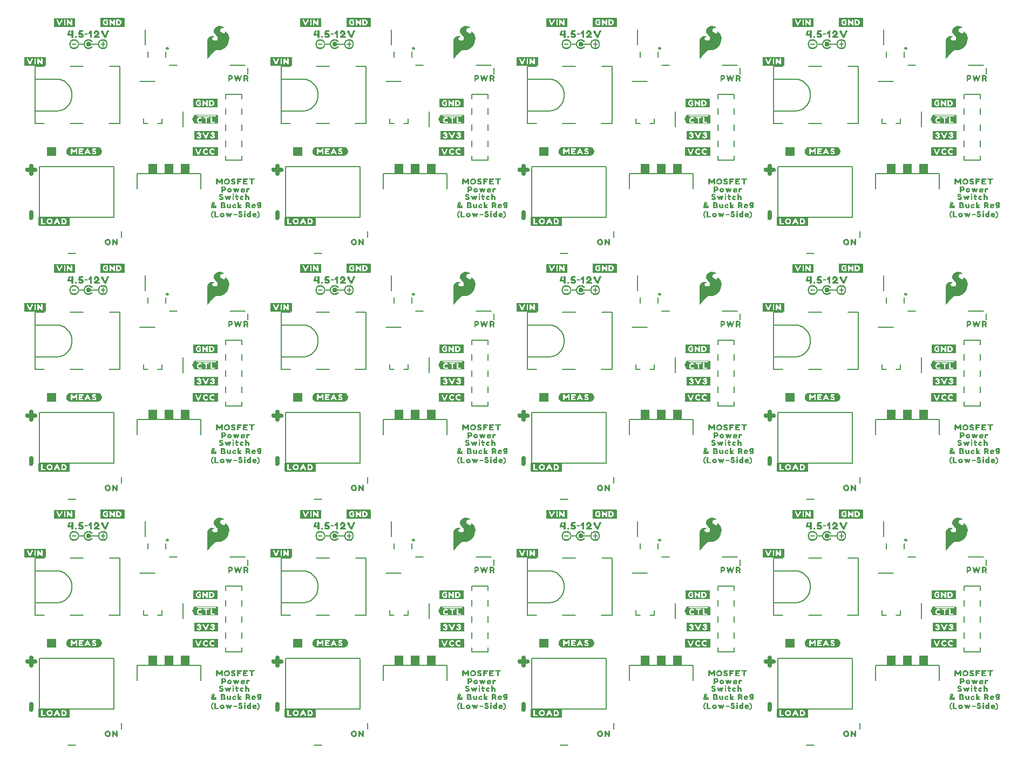
<source format=gto>
G04 EAGLE Gerber RS-274X export*
G75*
%MOMM*%
%FSLAX34Y34*%
%LPD*%
%INSilkscreen Top*%
%IPPOS*%
%AMOC8*
5,1,8,0,0,1.08239X$1,22.5*%
G01*
%ADD10C,0.203200*%
%ADD11C,0.152400*%
%ADD12C,0.127000*%
%ADD13R,1.460000X1.500000*%
%ADD14R,0.270000X0.020000*%
%ADD15R,0.240000X0.020000*%
%ADD16R,0.260000X0.020000*%
%ADD17R,0.400000X0.010000*%
%ADD18R,0.390000X0.010000*%
%ADD19R,0.510000X0.020000*%
%ADD20R,0.480000X0.020000*%
%ADD21R,0.500000X0.020000*%
%ADD22R,0.580000X0.010000*%
%ADD23R,0.540000X0.010000*%
%ADD24R,0.650000X0.020000*%
%ADD25R,0.640000X0.020000*%
%ADD26R,0.660000X0.020000*%
%ADD27R,0.710000X0.010000*%
%ADD28R,0.700000X0.010000*%
%ADD29R,0.720000X0.010000*%
%ADD30R,0.770000X0.020000*%
%ADD31R,0.740000X0.020000*%
%ADD32R,0.760000X0.020000*%
%ADD33R,0.820000X0.010000*%
%ADD34R,0.780000X0.010000*%
%ADD35R,0.860000X0.020000*%
%ADD36R,0.840000X0.020000*%
%ADD37R,0.880000X0.020000*%
%ADD38R,0.900000X0.010000*%
%ADD39R,0.880000X0.010000*%
%ADD40R,0.930000X0.010000*%
%ADD41R,0.920000X0.010000*%
%ADD42R,0.430000X0.020000*%
%ADD43R,0.440000X0.020000*%
%ADD44R,0.410000X0.020000*%
%ADD45R,0.450000X0.020000*%
%ADD46R,0.360000X0.010000*%
%ADD47R,0.370000X0.010000*%
%ADD48R,0.310000X0.020000*%
%ADD49R,0.320000X0.020000*%
%ADD50R,0.330000X0.020000*%
%ADD51R,0.310000X0.010000*%
%ADD52R,0.300000X0.010000*%
%ADD53R,0.280000X0.020000*%
%ADD54R,0.270000X0.010000*%
%ADD55R,0.280000X0.010000*%
%ADD56R,0.260000X0.010000*%
%ADD57R,0.250000X0.020000*%
%ADD58R,0.240000X0.010000*%
%ADD59R,0.250000X0.010000*%
%ADD60R,0.230000X0.010000*%
%ADD61R,0.230000X0.020000*%
%ADD62R,0.220000X0.010000*%
%ADD63R,0.220000X0.020000*%
%ADD64R,0.210000X0.010000*%
%ADD65R,0.190000X0.010000*%
%ADD66R,0.210000X0.020000*%
%ADD67R,0.170000X0.020000*%
%ADD68R,0.200000X0.010000*%
%ADD69R,0.120000X0.010000*%
%ADD70R,0.090000X0.020000*%
%ADD71R,0.160000X0.020000*%
%ADD72R,0.040000X0.010000*%
%ADD73R,0.160000X0.010000*%
%ADD74R,0.200000X0.020000*%
%ADD75R,0.190000X0.020000*%
%ADD76R,0.030000X0.020000*%
%ADD77R,0.340000X0.020000*%
%ADD78R,0.180000X0.020000*%
%ADD79R,0.420000X0.020000*%
%ADD80R,0.180000X0.010000*%
%ADD81R,0.460000X0.010000*%
%ADD82R,0.520000X0.010000*%
%ADD83R,0.540000X0.020000*%
%ADD84R,0.170000X0.010000*%
%ADD85R,0.590000X0.010000*%
%ADD86R,0.600000X0.020000*%
%ADD87R,0.640000X0.010000*%
%ADD88R,0.650000X0.010000*%
%ADD89R,0.660000X0.010000*%
%ADD90R,0.680000X0.020000*%
%ADD91R,0.760000X0.010000*%
%ADD92R,1.100000X0.010000*%
%ADD93R,2.030000X0.010000*%
%ADD94R,1.080000X0.020000*%
%ADD95R,2.020000X0.020000*%
%ADD96R,1.080000X0.010000*%
%ADD97R,2.020000X0.010000*%
%ADD98R,0.600000X0.010000*%
%ADD99R,0.080000X0.020000*%
%ADD100R,0.130000X0.020000*%
%ADD101R,0.290000X0.020000*%
%ADD102R,0.290000X0.010000*%
%ADD103R,0.300000X0.020000*%
%ADD104R,0.350000X0.010000*%
%ADD105R,0.330000X0.010000*%
%ADD106R,0.340000X0.010000*%
%ADD107R,0.370000X0.020000*%
%ADD108R,0.950000X0.010000*%
%ADD109R,0.940000X0.010000*%
%ADD110R,0.960000X0.010000*%
%ADD111R,0.910000X0.010000*%
%ADD112R,0.830000X0.010000*%
%ADD113R,0.780000X0.020000*%
%ADD114R,0.670000X0.020000*%
%ADD115R,0.610000X0.010000*%
%ADD116R,0.530000X0.020000*%
%ADD117R,0.520000X0.020000*%
%ADD118R,0.430000X0.010000*%
%ADD119R,0.420000X0.010000*%
%ADD120C,0.177800*%

G36*
X1447276Y310940D02*
X1447276Y310940D01*
X1447361Y310943D01*
X1447362Y310943D01*
X1447440Y310986D01*
X1447513Y311025D01*
X1447514Y311026D01*
X1447518Y311032D01*
X1447601Y311140D01*
X1447674Y311285D01*
X1448030Y311641D01*
X1448037Y311652D01*
X1448050Y311663D01*
X1448650Y312363D01*
X1448654Y312370D01*
X1448662Y312377D01*
X1449353Y313266D01*
X1450244Y314256D01*
X1450247Y314261D01*
X1450254Y314267D01*
X1451248Y315460D01*
X1452342Y316653D01*
X1453540Y317951D01*
X1454840Y319351D01*
X1454844Y319358D01*
X1454852Y319364D01*
X1455942Y320652D01*
X1457023Y321734D01*
X1457998Y322612D01*
X1458951Y323278D01*
X1459991Y323751D01*
X1461012Y324030D01*
X1464861Y324030D01*
X1464882Y324035D01*
X1464909Y324033D01*
X1467309Y324333D01*
X1467331Y324341D01*
X1467361Y324343D01*
X1469561Y324943D01*
X1469584Y324955D01*
X1469617Y324963D01*
X1471617Y325863D01*
X1471636Y325877D01*
X1471664Y325889D01*
X1473564Y327089D01*
X1473575Y327099D01*
X1473592Y327108D01*
X1475292Y328408D01*
X1475309Y328429D01*
X1475339Y328450D01*
X1476839Y330050D01*
X1476847Y330064D01*
X1476862Y330077D01*
X1478262Y331877D01*
X1478274Y331904D01*
X1478300Y331936D01*
X1480200Y335636D01*
X1480207Y335667D01*
X1480228Y335708D01*
X1481228Y339308D01*
X1481229Y339342D01*
X1481241Y339388D01*
X1481441Y342888D01*
X1481435Y342920D01*
X1481437Y342967D01*
X1480937Y346267D01*
X1480926Y346296D01*
X1480919Y346338D01*
X1479919Y349138D01*
X1479906Y349159D01*
X1479896Y349191D01*
X1478596Y351591D01*
X1478570Y351620D01*
X1478530Y351679D01*
X1476830Y353379D01*
X1476801Y353397D01*
X1476763Y353432D01*
X1475163Y354432D01*
X1475097Y354455D01*
X1475034Y354483D01*
X1475016Y354483D01*
X1474999Y354488D01*
X1474930Y354479D01*
X1474861Y354477D01*
X1474845Y354468D01*
X1474827Y354466D01*
X1474769Y354427D01*
X1474708Y354394D01*
X1474698Y354379D01*
X1474683Y354369D01*
X1474649Y354309D01*
X1474609Y354252D01*
X1474605Y354233D01*
X1474597Y354219D01*
X1474595Y354180D01*
X1474581Y354110D01*
X1474581Y353510D01*
X1474588Y353480D01*
X1474589Y353435D01*
X1474675Y353004D01*
X1474498Y351944D01*
X1474259Y351546D01*
X1473844Y351131D01*
X1473283Y350890D01*
X1472715Y350890D01*
X1471400Y351266D01*
X1470658Y351637D01*
X1469296Y352610D01*
X1468620Y353189D01*
X1468161Y353648D01*
X1467684Y354412D01*
X1467680Y354415D01*
X1467678Y354421D01*
X1467311Y354972D01*
X1467133Y355594D01*
X1467047Y356110D01*
X1467130Y356607D01*
X1467309Y357054D01*
X1467583Y357604D01*
X1467937Y358046D01*
X1468675Y358692D01*
X1469053Y358881D01*
X1469394Y359051D01*
X1470129Y359235D01*
X1470983Y359330D01*
X1472215Y359330D01*
X1472569Y359241D01*
X1472606Y359241D01*
X1472661Y359230D01*
X1472761Y359230D01*
X1472823Y359244D01*
X1472885Y359250D01*
X1472906Y359264D01*
X1472930Y359269D01*
X1472979Y359309D01*
X1473032Y359343D01*
X1473045Y359364D01*
X1473064Y359379D01*
X1473089Y359437D01*
X1473122Y359490D01*
X1473125Y359515D01*
X1473135Y359538D01*
X1473132Y359600D01*
X1473138Y359663D01*
X1473129Y359686D01*
X1473128Y359711D01*
X1473098Y359766D01*
X1473075Y359825D01*
X1473056Y359844D01*
X1473045Y359863D01*
X1473015Y359884D01*
X1472972Y359926D01*
X1472678Y360123D01*
X1471982Y360619D01*
X1471968Y360625D01*
X1471953Y360638D01*
X1470753Y361338D01*
X1470730Y361346D01*
X1470703Y361363D01*
X1469203Y361963D01*
X1469184Y361966D01*
X1469163Y361976D01*
X1467363Y362476D01*
X1467329Y362478D01*
X1467280Y362490D01*
X1465280Y362590D01*
X1465242Y362583D01*
X1465177Y362581D01*
X1462977Y362081D01*
X1462943Y362064D01*
X1462885Y362047D01*
X1460585Y360847D01*
X1460561Y360826D01*
X1460520Y360804D01*
X1458820Y359404D01*
X1458796Y359373D01*
X1458748Y359325D01*
X1457648Y357725D01*
X1457634Y357690D01*
X1457603Y357637D01*
X1457003Y355937D01*
X1456999Y355902D01*
X1456997Y355891D01*
X1456988Y355872D01*
X1456989Y355850D01*
X1456981Y355810D01*
X1456981Y354110D01*
X1456990Y354072D01*
X1456997Y354003D01*
X1457497Y352303D01*
X1457511Y352278D01*
X1457521Y352240D01*
X1458421Y350440D01*
X1458441Y350417D01*
X1458459Y350379D01*
X1459759Y348679D01*
X1459776Y348665D01*
X1459793Y348641D01*
X1461483Y346951D01*
X1462739Y345501D01*
X1463381Y344126D01*
X1463381Y342867D01*
X1463023Y341702D01*
X1462211Y340800D01*
X1461100Y340059D01*
X1459808Y339690D01*
X1458312Y339690D01*
X1457272Y339974D01*
X1456452Y340247D01*
X1455820Y340789D01*
X1455274Y341335D01*
X1455017Y341848D01*
X1454842Y342463D01*
X1454842Y343048D01*
X1455003Y343531D01*
X1455249Y343860D01*
X1455615Y344226D01*
X1456094Y344609D01*
X1456449Y344876D01*
X1456903Y345057D01*
X1456914Y345065D01*
X1456931Y345070D01*
X1457175Y345192D01*
X1457531Y345370D01*
X1457560Y345394D01*
X1457630Y345441D01*
X1457730Y345541D01*
X1457744Y345563D01*
X1457764Y345579D01*
X1457789Y345636D01*
X1457822Y345688D01*
X1457824Y345714D01*
X1457835Y345738D01*
X1457832Y345799D01*
X1457838Y345861D01*
X1457829Y345885D01*
X1457828Y345911D01*
X1457799Y345965D01*
X1457777Y346023D01*
X1457758Y346040D01*
X1457745Y346063D01*
X1457695Y346098D01*
X1457649Y346141D01*
X1457625Y346148D01*
X1457604Y346163D01*
X1457519Y346179D01*
X1457483Y346190D01*
X1457473Y346188D01*
X1457461Y346190D01*
X1457423Y346190D01*
X1457192Y346267D01*
X1456703Y346463D01*
X1456667Y346469D01*
X1456615Y346486D01*
X1455915Y346586D01*
X1455892Y346584D01*
X1455861Y346590D01*
X1454061Y346590D01*
X1454031Y346583D01*
X1453987Y346583D01*
X1452987Y346383D01*
X1452976Y346378D01*
X1452961Y346377D01*
X1451861Y346077D01*
X1451844Y346068D01*
X1451820Y346063D01*
X1450820Y345663D01*
X1450793Y345644D01*
X1450750Y345626D01*
X1449850Y345026D01*
X1449829Y345004D01*
X1449793Y344979D01*
X1448993Y344179D01*
X1448982Y344161D01*
X1448961Y344143D01*
X1448261Y343243D01*
X1448250Y343219D01*
X1448228Y343192D01*
X1447628Y342092D01*
X1447619Y342059D01*
X1447596Y342015D01*
X1447196Y340615D01*
X1447195Y340589D01*
X1447184Y340557D01*
X1446984Y338957D01*
X1446985Y338945D01*
X1446982Y338930D01*
X1446882Y337030D01*
X1446883Y337021D01*
X1446881Y337010D01*
X1446881Y311310D01*
X1446901Y311225D01*
X1446920Y311143D01*
X1446920Y311142D01*
X1446921Y311141D01*
X1446977Y311073D01*
X1447030Y311009D01*
X1447030Y311008D01*
X1447031Y311008D01*
X1447108Y310973D01*
X1447187Y310937D01*
X1447188Y310937D01*
X1447189Y310937D01*
X1447276Y310940D01*
G37*
G36*
X289036Y310940D02*
X289036Y310940D01*
X289121Y310943D01*
X289122Y310943D01*
X289200Y310986D01*
X289273Y311025D01*
X289274Y311026D01*
X289278Y311032D01*
X289361Y311140D01*
X289434Y311285D01*
X289790Y311641D01*
X289797Y311652D01*
X289810Y311663D01*
X290410Y312363D01*
X290414Y312370D01*
X290422Y312377D01*
X291113Y313266D01*
X292004Y314256D01*
X292007Y314261D01*
X292014Y314267D01*
X293008Y315460D01*
X294102Y316653D01*
X295300Y317951D01*
X296600Y319351D01*
X296604Y319358D01*
X296612Y319364D01*
X297702Y320652D01*
X298783Y321734D01*
X299758Y322612D01*
X300711Y323278D01*
X301751Y323751D01*
X302772Y324030D01*
X306621Y324030D01*
X306642Y324035D01*
X306669Y324033D01*
X309069Y324333D01*
X309091Y324341D01*
X309121Y324343D01*
X311321Y324943D01*
X311344Y324955D01*
X311377Y324963D01*
X313377Y325863D01*
X313396Y325877D01*
X313424Y325889D01*
X315324Y327089D01*
X315335Y327099D01*
X315352Y327108D01*
X317052Y328408D01*
X317069Y328429D01*
X317099Y328450D01*
X318599Y330050D01*
X318607Y330064D01*
X318622Y330077D01*
X320022Y331877D01*
X320034Y331904D01*
X320060Y331936D01*
X321960Y335636D01*
X321967Y335667D01*
X321988Y335708D01*
X322988Y339308D01*
X322989Y339342D01*
X323001Y339388D01*
X323201Y342888D01*
X323195Y342920D01*
X323197Y342967D01*
X322697Y346267D01*
X322686Y346296D01*
X322679Y346338D01*
X321679Y349138D01*
X321666Y349159D01*
X321656Y349191D01*
X320356Y351591D01*
X320330Y351620D01*
X320290Y351679D01*
X318590Y353379D01*
X318561Y353397D01*
X318523Y353432D01*
X316923Y354432D01*
X316857Y354455D01*
X316794Y354483D01*
X316776Y354483D01*
X316759Y354488D01*
X316690Y354479D01*
X316621Y354477D01*
X316605Y354468D01*
X316587Y354466D01*
X316529Y354427D01*
X316468Y354394D01*
X316458Y354379D01*
X316443Y354369D01*
X316409Y354309D01*
X316369Y354252D01*
X316365Y354233D01*
X316357Y354219D01*
X316355Y354180D01*
X316341Y354110D01*
X316341Y353510D01*
X316348Y353480D01*
X316349Y353435D01*
X316435Y353004D01*
X316258Y351944D01*
X316019Y351546D01*
X315604Y351131D01*
X315043Y350890D01*
X314475Y350890D01*
X313160Y351266D01*
X312418Y351637D01*
X311056Y352610D01*
X310380Y353189D01*
X309921Y353648D01*
X309444Y354412D01*
X309440Y354415D01*
X309438Y354421D01*
X309071Y354972D01*
X308893Y355594D01*
X308807Y356110D01*
X308890Y356607D01*
X309069Y357054D01*
X309343Y357604D01*
X309697Y358046D01*
X310435Y358692D01*
X310813Y358881D01*
X311154Y359051D01*
X311889Y359235D01*
X312743Y359330D01*
X313975Y359330D01*
X314329Y359241D01*
X314366Y359241D01*
X314421Y359230D01*
X314521Y359230D01*
X314583Y359244D01*
X314645Y359250D01*
X314666Y359264D01*
X314690Y359269D01*
X314739Y359309D01*
X314792Y359343D01*
X314805Y359364D01*
X314824Y359379D01*
X314849Y359437D01*
X314882Y359490D01*
X314885Y359515D01*
X314895Y359538D01*
X314892Y359600D01*
X314898Y359663D01*
X314889Y359686D01*
X314888Y359711D01*
X314858Y359766D01*
X314835Y359825D01*
X314816Y359844D01*
X314805Y359863D01*
X314775Y359884D01*
X314732Y359926D01*
X314438Y360123D01*
X313742Y360619D01*
X313728Y360625D01*
X313713Y360638D01*
X312513Y361338D01*
X312490Y361346D01*
X312463Y361363D01*
X310963Y361963D01*
X310944Y361966D01*
X310923Y361976D01*
X309123Y362476D01*
X309089Y362478D01*
X309040Y362490D01*
X307040Y362590D01*
X307002Y362583D01*
X306937Y362581D01*
X304737Y362081D01*
X304703Y362064D01*
X304645Y362047D01*
X302345Y360847D01*
X302321Y360826D01*
X302280Y360804D01*
X300580Y359404D01*
X300556Y359373D01*
X300508Y359325D01*
X299408Y357725D01*
X299394Y357690D01*
X299363Y357637D01*
X298763Y355937D01*
X298759Y355902D01*
X298757Y355891D01*
X298748Y355872D01*
X298749Y355850D01*
X298741Y355810D01*
X298741Y354110D01*
X298750Y354072D01*
X298757Y354003D01*
X299257Y352303D01*
X299271Y352278D01*
X299281Y352240D01*
X300181Y350440D01*
X300201Y350417D01*
X300219Y350379D01*
X301519Y348679D01*
X301536Y348665D01*
X301553Y348641D01*
X303243Y346951D01*
X304499Y345501D01*
X305141Y344126D01*
X305141Y342867D01*
X304783Y341702D01*
X303971Y340800D01*
X302860Y340059D01*
X301568Y339690D01*
X300072Y339690D01*
X299032Y339974D01*
X298212Y340247D01*
X297580Y340789D01*
X297034Y341335D01*
X296777Y341848D01*
X296602Y342463D01*
X296602Y343048D01*
X296763Y343531D01*
X297009Y343860D01*
X297375Y344226D01*
X297854Y344609D01*
X298209Y344876D01*
X298663Y345057D01*
X298674Y345065D01*
X298691Y345070D01*
X298935Y345192D01*
X299291Y345370D01*
X299320Y345394D01*
X299390Y345441D01*
X299490Y345541D01*
X299504Y345563D01*
X299524Y345579D01*
X299549Y345636D01*
X299582Y345688D01*
X299584Y345714D01*
X299595Y345738D01*
X299592Y345799D01*
X299598Y345861D01*
X299589Y345885D01*
X299588Y345911D01*
X299559Y345965D01*
X299537Y346023D01*
X299518Y346040D01*
X299505Y346063D01*
X299455Y346098D01*
X299409Y346141D01*
X299385Y346148D01*
X299364Y346163D01*
X299279Y346179D01*
X299243Y346190D01*
X299233Y346188D01*
X299221Y346190D01*
X299183Y346190D01*
X298952Y346267D01*
X298463Y346463D01*
X298427Y346469D01*
X298375Y346486D01*
X297675Y346586D01*
X297652Y346584D01*
X297621Y346590D01*
X295821Y346590D01*
X295791Y346583D01*
X295747Y346583D01*
X294747Y346383D01*
X294736Y346378D01*
X294721Y346377D01*
X293621Y346077D01*
X293604Y346068D01*
X293580Y346063D01*
X292580Y345663D01*
X292553Y345644D01*
X292510Y345626D01*
X291610Y345026D01*
X291589Y345004D01*
X291553Y344979D01*
X290753Y344179D01*
X290742Y344161D01*
X290721Y344143D01*
X290021Y343243D01*
X290010Y343219D01*
X289988Y343192D01*
X289388Y342092D01*
X289379Y342059D01*
X289356Y342015D01*
X288956Y340615D01*
X288955Y340589D01*
X288944Y340557D01*
X288744Y338957D01*
X288745Y338945D01*
X288742Y338930D01*
X288642Y337030D01*
X288643Y337021D01*
X288641Y337010D01*
X288641Y311310D01*
X288661Y311225D01*
X288680Y311143D01*
X288680Y311142D01*
X288681Y311141D01*
X288737Y311073D01*
X288790Y311009D01*
X288790Y311008D01*
X288791Y311008D01*
X288868Y310973D01*
X288947Y310937D01*
X288948Y310937D01*
X288949Y310937D01*
X289036Y310940D01*
G37*
G36*
X1061196Y310940D02*
X1061196Y310940D01*
X1061281Y310943D01*
X1061282Y310943D01*
X1061360Y310986D01*
X1061433Y311025D01*
X1061434Y311026D01*
X1061438Y311032D01*
X1061521Y311140D01*
X1061594Y311285D01*
X1061950Y311641D01*
X1061957Y311652D01*
X1061970Y311663D01*
X1062570Y312363D01*
X1062574Y312370D01*
X1062582Y312377D01*
X1063273Y313266D01*
X1064164Y314256D01*
X1064167Y314261D01*
X1064174Y314267D01*
X1065168Y315460D01*
X1066262Y316653D01*
X1067460Y317951D01*
X1068760Y319351D01*
X1068764Y319358D01*
X1068772Y319364D01*
X1069862Y320652D01*
X1070943Y321734D01*
X1071918Y322612D01*
X1072871Y323278D01*
X1073911Y323751D01*
X1074932Y324030D01*
X1078781Y324030D01*
X1078802Y324035D01*
X1078829Y324033D01*
X1081229Y324333D01*
X1081251Y324341D01*
X1081281Y324343D01*
X1083481Y324943D01*
X1083504Y324955D01*
X1083537Y324963D01*
X1085537Y325863D01*
X1085556Y325877D01*
X1085584Y325889D01*
X1087484Y327089D01*
X1087495Y327099D01*
X1087512Y327108D01*
X1089212Y328408D01*
X1089229Y328429D01*
X1089259Y328450D01*
X1090759Y330050D01*
X1090767Y330064D01*
X1090782Y330077D01*
X1092182Y331877D01*
X1092194Y331904D01*
X1092220Y331936D01*
X1094120Y335636D01*
X1094127Y335667D01*
X1094148Y335708D01*
X1095148Y339308D01*
X1095149Y339342D01*
X1095161Y339388D01*
X1095361Y342888D01*
X1095355Y342920D01*
X1095357Y342967D01*
X1094857Y346267D01*
X1094846Y346296D01*
X1094839Y346338D01*
X1093839Y349138D01*
X1093826Y349159D01*
X1093816Y349191D01*
X1092516Y351591D01*
X1092490Y351620D01*
X1092450Y351679D01*
X1090750Y353379D01*
X1090721Y353397D01*
X1090683Y353432D01*
X1089083Y354432D01*
X1089017Y354455D01*
X1088954Y354483D01*
X1088936Y354483D01*
X1088919Y354488D01*
X1088850Y354479D01*
X1088781Y354477D01*
X1088765Y354468D01*
X1088747Y354466D01*
X1088689Y354427D01*
X1088628Y354394D01*
X1088618Y354379D01*
X1088603Y354369D01*
X1088569Y354309D01*
X1088529Y354252D01*
X1088525Y354233D01*
X1088517Y354219D01*
X1088515Y354180D01*
X1088501Y354110D01*
X1088501Y353510D01*
X1088508Y353480D01*
X1088509Y353435D01*
X1088595Y353004D01*
X1088418Y351944D01*
X1088179Y351546D01*
X1087764Y351131D01*
X1087203Y350890D01*
X1086635Y350890D01*
X1085320Y351266D01*
X1084578Y351637D01*
X1083216Y352610D01*
X1082540Y353189D01*
X1082081Y353648D01*
X1081604Y354412D01*
X1081600Y354415D01*
X1081598Y354421D01*
X1081231Y354972D01*
X1081053Y355594D01*
X1080967Y356110D01*
X1081050Y356607D01*
X1081229Y357054D01*
X1081503Y357604D01*
X1081857Y358046D01*
X1082595Y358692D01*
X1082973Y358881D01*
X1083314Y359051D01*
X1084049Y359235D01*
X1084903Y359330D01*
X1086135Y359330D01*
X1086489Y359241D01*
X1086526Y359241D01*
X1086581Y359230D01*
X1086681Y359230D01*
X1086743Y359244D01*
X1086805Y359250D01*
X1086826Y359264D01*
X1086850Y359269D01*
X1086899Y359309D01*
X1086952Y359343D01*
X1086965Y359364D01*
X1086984Y359379D01*
X1087009Y359437D01*
X1087042Y359490D01*
X1087045Y359515D01*
X1087055Y359538D01*
X1087052Y359600D01*
X1087058Y359663D01*
X1087049Y359686D01*
X1087048Y359711D01*
X1087018Y359766D01*
X1086995Y359825D01*
X1086976Y359844D01*
X1086965Y359863D01*
X1086935Y359884D01*
X1086892Y359926D01*
X1086598Y360123D01*
X1085902Y360619D01*
X1085888Y360625D01*
X1085873Y360638D01*
X1084673Y361338D01*
X1084650Y361346D01*
X1084623Y361363D01*
X1083123Y361963D01*
X1083104Y361966D01*
X1083083Y361976D01*
X1081283Y362476D01*
X1081249Y362478D01*
X1081200Y362490D01*
X1079200Y362590D01*
X1079162Y362583D01*
X1079097Y362581D01*
X1076897Y362081D01*
X1076863Y362064D01*
X1076805Y362047D01*
X1074505Y360847D01*
X1074481Y360826D01*
X1074440Y360804D01*
X1072740Y359404D01*
X1072716Y359373D01*
X1072668Y359325D01*
X1071568Y357725D01*
X1071554Y357690D01*
X1071523Y357637D01*
X1070923Y355937D01*
X1070919Y355902D01*
X1070917Y355891D01*
X1070908Y355872D01*
X1070909Y355850D01*
X1070901Y355810D01*
X1070901Y354110D01*
X1070910Y354072D01*
X1070917Y354003D01*
X1071417Y352303D01*
X1071431Y352278D01*
X1071441Y352240D01*
X1072341Y350440D01*
X1072361Y350417D01*
X1072379Y350379D01*
X1073679Y348679D01*
X1073696Y348665D01*
X1073713Y348641D01*
X1075403Y346951D01*
X1076659Y345501D01*
X1077301Y344126D01*
X1077301Y342867D01*
X1076943Y341702D01*
X1076131Y340800D01*
X1075020Y340059D01*
X1073728Y339690D01*
X1072232Y339690D01*
X1071192Y339974D01*
X1070372Y340247D01*
X1069740Y340789D01*
X1069194Y341335D01*
X1068937Y341848D01*
X1068762Y342463D01*
X1068762Y343048D01*
X1068923Y343531D01*
X1069169Y343860D01*
X1069535Y344226D01*
X1070014Y344609D01*
X1070369Y344876D01*
X1070823Y345057D01*
X1070834Y345065D01*
X1070851Y345070D01*
X1071095Y345192D01*
X1071451Y345370D01*
X1071480Y345394D01*
X1071550Y345441D01*
X1071650Y345541D01*
X1071664Y345563D01*
X1071684Y345579D01*
X1071709Y345636D01*
X1071742Y345688D01*
X1071744Y345714D01*
X1071755Y345738D01*
X1071752Y345799D01*
X1071758Y345861D01*
X1071749Y345885D01*
X1071748Y345911D01*
X1071719Y345965D01*
X1071697Y346023D01*
X1071678Y346040D01*
X1071665Y346063D01*
X1071615Y346098D01*
X1071569Y346141D01*
X1071545Y346148D01*
X1071524Y346163D01*
X1071439Y346179D01*
X1071403Y346190D01*
X1071393Y346188D01*
X1071381Y346190D01*
X1071343Y346190D01*
X1071112Y346267D01*
X1070623Y346463D01*
X1070587Y346469D01*
X1070535Y346486D01*
X1069835Y346586D01*
X1069812Y346584D01*
X1069781Y346590D01*
X1067981Y346590D01*
X1067951Y346583D01*
X1067907Y346583D01*
X1066907Y346383D01*
X1066896Y346378D01*
X1066881Y346377D01*
X1065781Y346077D01*
X1065764Y346068D01*
X1065740Y346063D01*
X1064740Y345663D01*
X1064713Y345644D01*
X1064670Y345626D01*
X1063770Y345026D01*
X1063749Y345004D01*
X1063713Y344979D01*
X1062913Y344179D01*
X1062902Y344161D01*
X1062881Y344143D01*
X1062181Y343243D01*
X1062170Y343219D01*
X1062148Y343192D01*
X1061548Y342092D01*
X1061539Y342059D01*
X1061516Y342015D01*
X1061116Y340615D01*
X1061115Y340589D01*
X1061104Y340557D01*
X1060904Y338957D01*
X1060905Y338945D01*
X1060902Y338930D01*
X1060802Y337030D01*
X1060803Y337021D01*
X1060801Y337010D01*
X1060801Y311310D01*
X1060821Y311225D01*
X1060840Y311143D01*
X1060840Y311142D01*
X1060841Y311141D01*
X1060897Y311073D01*
X1060950Y311009D01*
X1060950Y311008D01*
X1060951Y311008D01*
X1061028Y310973D01*
X1061107Y310937D01*
X1061108Y310937D01*
X1061109Y310937D01*
X1061196Y310940D01*
G37*
G36*
X675116Y310940D02*
X675116Y310940D01*
X675201Y310943D01*
X675202Y310943D01*
X675280Y310986D01*
X675353Y311025D01*
X675354Y311026D01*
X675358Y311032D01*
X675441Y311140D01*
X675514Y311285D01*
X675870Y311641D01*
X675877Y311652D01*
X675890Y311663D01*
X676490Y312363D01*
X676494Y312370D01*
X676502Y312377D01*
X677193Y313266D01*
X678084Y314256D01*
X678087Y314261D01*
X678094Y314267D01*
X679088Y315460D01*
X680182Y316653D01*
X681380Y317951D01*
X682680Y319351D01*
X682684Y319358D01*
X682692Y319364D01*
X683782Y320652D01*
X684863Y321734D01*
X685838Y322612D01*
X686791Y323278D01*
X687831Y323751D01*
X688852Y324030D01*
X692701Y324030D01*
X692722Y324035D01*
X692749Y324033D01*
X695149Y324333D01*
X695171Y324341D01*
X695201Y324343D01*
X697401Y324943D01*
X697424Y324955D01*
X697457Y324963D01*
X699457Y325863D01*
X699476Y325877D01*
X699504Y325889D01*
X701404Y327089D01*
X701415Y327099D01*
X701432Y327108D01*
X703132Y328408D01*
X703149Y328429D01*
X703179Y328450D01*
X704679Y330050D01*
X704687Y330064D01*
X704702Y330077D01*
X706102Y331877D01*
X706114Y331904D01*
X706140Y331936D01*
X708040Y335636D01*
X708047Y335667D01*
X708068Y335708D01*
X709068Y339308D01*
X709069Y339342D01*
X709081Y339388D01*
X709281Y342888D01*
X709275Y342920D01*
X709277Y342967D01*
X708777Y346267D01*
X708766Y346296D01*
X708759Y346338D01*
X707759Y349138D01*
X707746Y349159D01*
X707736Y349191D01*
X706436Y351591D01*
X706410Y351620D01*
X706370Y351679D01*
X704670Y353379D01*
X704641Y353397D01*
X704603Y353432D01*
X703003Y354432D01*
X702937Y354455D01*
X702874Y354483D01*
X702856Y354483D01*
X702839Y354488D01*
X702770Y354479D01*
X702701Y354477D01*
X702685Y354468D01*
X702667Y354466D01*
X702609Y354427D01*
X702548Y354394D01*
X702538Y354379D01*
X702523Y354369D01*
X702489Y354309D01*
X702449Y354252D01*
X702445Y354233D01*
X702437Y354219D01*
X702435Y354180D01*
X702421Y354110D01*
X702421Y353510D01*
X702428Y353480D01*
X702429Y353435D01*
X702515Y353004D01*
X702338Y351944D01*
X702099Y351546D01*
X701684Y351131D01*
X701123Y350890D01*
X700555Y350890D01*
X699240Y351266D01*
X698498Y351637D01*
X697136Y352610D01*
X696460Y353189D01*
X696001Y353648D01*
X695524Y354412D01*
X695520Y354415D01*
X695518Y354421D01*
X695151Y354972D01*
X694973Y355594D01*
X694887Y356110D01*
X694970Y356607D01*
X695149Y357054D01*
X695423Y357604D01*
X695777Y358046D01*
X696515Y358692D01*
X696893Y358881D01*
X697234Y359051D01*
X697969Y359235D01*
X698823Y359330D01*
X700055Y359330D01*
X700409Y359241D01*
X700446Y359241D01*
X700501Y359230D01*
X700601Y359230D01*
X700663Y359244D01*
X700725Y359250D01*
X700746Y359264D01*
X700770Y359269D01*
X700819Y359309D01*
X700872Y359343D01*
X700885Y359364D01*
X700904Y359379D01*
X700929Y359437D01*
X700962Y359490D01*
X700965Y359515D01*
X700975Y359538D01*
X700972Y359600D01*
X700978Y359663D01*
X700969Y359686D01*
X700968Y359711D01*
X700938Y359766D01*
X700915Y359825D01*
X700896Y359844D01*
X700885Y359863D01*
X700855Y359884D01*
X700812Y359926D01*
X700518Y360123D01*
X699822Y360619D01*
X699808Y360625D01*
X699793Y360638D01*
X698593Y361338D01*
X698570Y361346D01*
X698543Y361363D01*
X697043Y361963D01*
X697024Y361966D01*
X697003Y361976D01*
X695203Y362476D01*
X695169Y362478D01*
X695120Y362490D01*
X693120Y362590D01*
X693082Y362583D01*
X693017Y362581D01*
X690817Y362081D01*
X690783Y362064D01*
X690725Y362047D01*
X688425Y360847D01*
X688401Y360826D01*
X688360Y360804D01*
X686660Y359404D01*
X686636Y359373D01*
X686588Y359325D01*
X685488Y357725D01*
X685474Y357690D01*
X685443Y357637D01*
X684843Y355937D01*
X684839Y355902D01*
X684837Y355891D01*
X684828Y355872D01*
X684829Y355850D01*
X684821Y355810D01*
X684821Y354110D01*
X684830Y354072D01*
X684837Y354003D01*
X685337Y352303D01*
X685351Y352278D01*
X685361Y352240D01*
X686261Y350440D01*
X686281Y350417D01*
X686299Y350379D01*
X687599Y348679D01*
X687616Y348665D01*
X687633Y348641D01*
X689323Y346951D01*
X690579Y345501D01*
X691221Y344126D01*
X691221Y342867D01*
X690863Y341702D01*
X690051Y340800D01*
X688940Y340059D01*
X687648Y339690D01*
X686152Y339690D01*
X685112Y339974D01*
X684292Y340247D01*
X683660Y340789D01*
X683114Y341335D01*
X682857Y341848D01*
X682682Y342463D01*
X682682Y343048D01*
X682843Y343531D01*
X683089Y343860D01*
X683455Y344226D01*
X683934Y344609D01*
X684289Y344876D01*
X684743Y345057D01*
X684754Y345065D01*
X684771Y345070D01*
X685015Y345192D01*
X685371Y345370D01*
X685400Y345394D01*
X685470Y345441D01*
X685570Y345541D01*
X685584Y345563D01*
X685604Y345579D01*
X685629Y345636D01*
X685662Y345688D01*
X685664Y345714D01*
X685675Y345738D01*
X685672Y345799D01*
X685678Y345861D01*
X685669Y345885D01*
X685668Y345911D01*
X685639Y345965D01*
X685617Y346023D01*
X685598Y346040D01*
X685585Y346063D01*
X685535Y346098D01*
X685489Y346141D01*
X685465Y346148D01*
X685444Y346163D01*
X685359Y346179D01*
X685323Y346190D01*
X685313Y346188D01*
X685301Y346190D01*
X685263Y346190D01*
X685032Y346267D01*
X684543Y346463D01*
X684507Y346469D01*
X684455Y346486D01*
X683755Y346586D01*
X683732Y346584D01*
X683701Y346590D01*
X681901Y346590D01*
X681871Y346583D01*
X681827Y346583D01*
X680827Y346383D01*
X680816Y346378D01*
X680801Y346377D01*
X679701Y346077D01*
X679684Y346068D01*
X679660Y346063D01*
X678660Y345663D01*
X678633Y345644D01*
X678590Y345626D01*
X677690Y345026D01*
X677669Y345004D01*
X677633Y344979D01*
X676833Y344179D01*
X676822Y344161D01*
X676801Y344143D01*
X676101Y343243D01*
X676090Y343219D01*
X676068Y343192D01*
X675468Y342092D01*
X675459Y342059D01*
X675436Y342015D01*
X675036Y340615D01*
X675035Y340589D01*
X675024Y340557D01*
X674824Y338957D01*
X674825Y338945D01*
X674822Y338930D01*
X674722Y337030D01*
X674723Y337021D01*
X674721Y337010D01*
X674721Y311310D01*
X674741Y311225D01*
X674760Y311143D01*
X674760Y311142D01*
X674761Y311141D01*
X674817Y311073D01*
X674870Y311009D01*
X674870Y311008D01*
X674871Y311008D01*
X674948Y310973D01*
X675027Y310937D01*
X675028Y310937D01*
X675029Y310937D01*
X675116Y310940D01*
G37*
G36*
X1061196Y1083100D02*
X1061196Y1083100D01*
X1061281Y1083103D01*
X1061282Y1083103D01*
X1061360Y1083146D01*
X1061433Y1083185D01*
X1061434Y1083186D01*
X1061438Y1083192D01*
X1061521Y1083300D01*
X1061594Y1083445D01*
X1061950Y1083801D01*
X1061957Y1083812D01*
X1061970Y1083823D01*
X1062570Y1084523D01*
X1062574Y1084530D01*
X1062582Y1084537D01*
X1063273Y1085426D01*
X1064164Y1086416D01*
X1064167Y1086421D01*
X1064174Y1086427D01*
X1065168Y1087620D01*
X1066262Y1088813D01*
X1067460Y1090111D01*
X1068760Y1091511D01*
X1068764Y1091518D01*
X1068772Y1091524D01*
X1069862Y1092812D01*
X1070943Y1093894D01*
X1071918Y1094772D01*
X1072871Y1095438D01*
X1073911Y1095911D01*
X1074932Y1096190D01*
X1078781Y1096190D01*
X1078802Y1096195D01*
X1078829Y1096193D01*
X1081229Y1096493D01*
X1081251Y1096501D01*
X1081281Y1096503D01*
X1083481Y1097103D01*
X1083504Y1097115D01*
X1083537Y1097123D01*
X1085537Y1098023D01*
X1085556Y1098037D01*
X1085584Y1098049D01*
X1087484Y1099249D01*
X1087495Y1099259D01*
X1087512Y1099268D01*
X1089212Y1100568D01*
X1089229Y1100589D01*
X1089259Y1100610D01*
X1090759Y1102210D01*
X1090767Y1102224D01*
X1090782Y1102237D01*
X1092182Y1104037D01*
X1092194Y1104064D01*
X1092220Y1104096D01*
X1094120Y1107796D01*
X1094127Y1107827D01*
X1094148Y1107868D01*
X1095148Y1111468D01*
X1095149Y1111502D01*
X1095161Y1111548D01*
X1095361Y1115048D01*
X1095355Y1115080D01*
X1095357Y1115127D01*
X1094857Y1118427D01*
X1094846Y1118456D01*
X1094839Y1118498D01*
X1093839Y1121298D01*
X1093826Y1121319D01*
X1093816Y1121351D01*
X1092516Y1123751D01*
X1092490Y1123780D01*
X1092450Y1123839D01*
X1090750Y1125539D01*
X1090721Y1125557D01*
X1090683Y1125592D01*
X1089083Y1126592D01*
X1089017Y1126615D01*
X1088954Y1126643D01*
X1088936Y1126643D01*
X1088919Y1126648D01*
X1088850Y1126639D01*
X1088781Y1126637D01*
X1088765Y1126628D01*
X1088747Y1126626D01*
X1088689Y1126587D01*
X1088628Y1126554D01*
X1088618Y1126539D01*
X1088603Y1126529D01*
X1088569Y1126469D01*
X1088529Y1126412D01*
X1088525Y1126393D01*
X1088517Y1126379D01*
X1088515Y1126340D01*
X1088501Y1126270D01*
X1088501Y1125670D01*
X1088508Y1125640D01*
X1088509Y1125595D01*
X1088595Y1125164D01*
X1088418Y1124104D01*
X1088179Y1123706D01*
X1087764Y1123291D01*
X1087203Y1123050D01*
X1086635Y1123050D01*
X1085320Y1123426D01*
X1084578Y1123797D01*
X1083216Y1124770D01*
X1082540Y1125349D01*
X1082081Y1125808D01*
X1081604Y1126572D01*
X1081600Y1126575D01*
X1081598Y1126581D01*
X1081231Y1127132D01*
X1081053Y1127754D01*
X1080967Y1128270D01*
X1081050Y1128767D01*
X1081229Y1129214D01*
X1081503Y1129764D01*
X1081857Y1130206D01*
X1082595Y1130852D01*
X1082973Y1131041D01*
X1083314Y1131211D01*
X1084049Y1131395D01*
X1084903Y1131490D01*
X1086135Y1131490D01*
X1086489Y1131401D01*
X1086526Y1131401D01*
X1086581Y1131390D01*
X1086681Y1131390D01*
X1086743Y1131404D01*
X1086805Y1131410D01*
X1086826Y1131424D01*
X1086850Y1131429D01*
X1086899Y1131469D01*
X1086952Y1131503D01*
X1086965Y1131524D01*
X1086984Y1131539D01*
X1087009Y1131597D01*
X1087042Y1131650D01*
X1087045Y1131675D01*
X1087055Y1131698D01*
X1087052Y1131760D01*
X1087058Y1131823D01*
X1087049Y1131846D01*
X1087048Y1131871D01*
X1087018Y1131926D01*
X1086995Y1131985D01*
X1086976Y1132004D01*
X1086965Y1132023D01*
X1086935Y1132044D01*
X1086892Y1132086D01*
X1086598Y1132283D01*
X1085902Y1132779D01*
X1085888Y1132785D01*
X1085873Y1132798D01*
X1084673Y1133498D01*
X1084650Y1133506D01*
X1084623Y1133523D01*
X1083123Y1134123D01*
X1083104Y1134126D01*
X1083083Y1134136D01*
X1081283Y1134636D01*
X1081249Y1134638D01*
X1081200Y1134650D01*
X1079200Y1134750D01*
X1079162Y1134743D01*
X1079097Y1134741D01*
X1076897Y1134241D01*
X1076863Y1134224D01*
X1076805Y1134207D01*
X1074505Y1133007D01*
X1074481Y1132986D01*
X1074440Y1132964D01*
X1072740Y1131564D01*
X1072716Y1131533D01*
X1072668Y1131485D01*
X1071568Y1129885D01*
X1071554Y1129850D01*
X1071523Y1129797D01*
X1070923Y1128097D01*
X1070919Y1128062D01*
X1070917Y1128051D01*
X1070908Y1128032D01*
X1070909Y1128010D01*
X1070901Y1127970D01*
X1070901Y1126270D01*
X1070910Y1126232D01*
X1070917Y1126163D01*
X1071417Y1124463D01*
X1071431Y1124438D01*
X1071441Y1124400D01*
X1072341Y1122600D01*
X1072361Y1122577D01*
X1072379Y1122539D01*
X1073679Y1120839D01*
X1073696Y1120825D01*
X1073713Y1120801D01*
X1075403Y1119111D01*
X1076659Y1117661D01*
X1077301Y1116286D01*
X1077301Y1115027D01*
X1076943Y1113862D01*
X1076131Y1112960D01*
X1075020Y1112219D01*
X1073728Y1111850D01*
X1072232Y1111850D01*
X1071192Y1112134D01*
X1070372Y1112407D01*
X1069740Y1112949D01*
X1069194Y1113495D01*
X1068937Y1114008D01*
X1068762Y1114623D01*
X1068762Y1115208D01*
X1068923Y1115691D01*
X1069169Y1116020D01*
X1069535Y1116386D01*
X1070014Y1116769D01*
X1070369Y1117036D01*
X1070823Y1117217D01*
X1070834Y1117225D01*
X1070851Y1117230D01*
X1071095Y1117352D01*
X1071451Y1117530D01*
X1071480Y1117554D01*
X1071550Y1117601D01*
X1071650Y1117701D01*
X1071664Y1117723D01*
X1071684Y1117739D01*
X1071709Y1117796D01*
X1071742Y1117848D01*
X1071744Y1117874D01*
X1071755Y1117898D01*
X1071752Y1117959D01*
X1071758Y1118021D01*
X1071749Y1118045D01*
X1071748Y1118071D01*
X1071719Y1118125D01*
X1071697Y1118183D01*
X1071678Y1118200D01*
X1071665Y1118223D01*
X1071615Y1118258D01*
X1071569Y1118301D01*
X1071545Y1118308D01*
X1071524Y1118323D01*
X1071439Y1118339D01*
X1071403Y1118350D01*
X1071393Y1118348D01*
X1071381Y1118350D01*
X1071343Y1118350D01*
X1071112Y1118427D01*
X1070623Y1118623D01*
X1070587Y1118629D01*
X1070535Y1118646D01*
X1069835Y1118746D01*
X1069812Y1118744D01*
X1069781Y1118750D01*
X1067981Y1118750D01*
X1067951Y1118743D01*
X1067907Y1118743D01*
X1066907Y1118543D01*
X1066896Y1118538D01*
X1066881Y1118537D01*
X1065781Y1118237D01*
X1065764Y1118228D01*
X1065740Y1118223D01*
X1064740Y1117823D01*
X1064713Y1117804D01*
X1064670Y1117786D01*
X1063770Y1117186D01*
X1063749Y1117164D01*
X1063713Y1117139D01*
X1062913Y1116339D01*
X1062902Y1116321D01*
X1062881Y1116303D01*
X1062181Y1115403D01*
X1062170Y1115379D01*
X1062148Y1115352D01*
X1061548Y1114252D01*
X1061539Y1114219D01*
X1061516Y1114175D01*
X1061116Y1112775D01*
X1061115Y1112749D01*
X1061104Y1112717D01*
X1060904Y1111117D01*
X1060905Y1111105D01*
X1060902Y1111090D01*
X1060802Y1109190D01*
X1060803Y1109181D01*
X1060801Y1109170D01*
X1060801Y1083470D01*
X1060821Y1083385D01*
X1060840Y1083303D01*
X1060840Y1083302D01*
X1060841Y1083301D01*
X1060897Y1083233D01*
X1060950Y1083169D01*
X1060950Y1083168D01*
X1060951Y1083168D01*
X1061028Y1083133D01*
X1061107Y1083097D01*
X1061108Y1083097D01*
X1061109Y1083097D01*
X1061196Y1083100D01*
G37*
G36*
X1447276Y1083100D02*
X1447276Y1083100D01*
X1447361Y1083103D01*
X1447362Y1083103D01*
X1447440Y1083146D01*
X1447513Y1083185D01*
X1447514Y1083186D01*
X1447518Y1083192D01*
X1447601Y1083300D01*
X1447674Y1083445D01*
X1448030Y1083801D01*
X1448037Y1083812D01*
X1448050Y1083823D01*
X1448650Y1084523D01*
X1448654Y1084530D01*
X1448662Y1084537D01*
X1449353Y1085426D01*
X1450244Y1086416D01*
X1450247Y1086421D01*
X1450254Y1086427D01*
X1451248Y1087620D01*
X1452342Y1088813D01*
X1453540Y1090111D01*
X1454840Y1091511D01*
X1454844Y1091518D01*
X1454852Y1091524D01*
X1455942Y1092812D01*
X1457023Y1093894D01*
X1457998Y1094772D01*
X1458951Y1095438D01*
X1459991Y1095911D01*
X1461012Y1096190D01*
X1464861Y1096190D01*
X1464882Y1096195D01*
X1464909Y1096193D01*
X1467309Y1096493D01*
X1467331Y1096501D01*
X1467361Y1096503D01*
X1469561Y1097103D01*
X1469584Y1097115D01*
X1469617Y1097123D01*
X1471617Y1098023D01*
X1471636Y1098037D01*
X1471664Y1098049D01*
X1473564Y1099249D01*
X1473575Y1099259D01*
X1473592Y1099268D01*
X1475292Y1100568D01*
X1475309Y1100589D01*
X1475339Y1100610D01*
X1476839Y1102210D01*
X1476847Y1102224D01*
X1476862Y1102237D01*
X1478262Y1104037D01*
X1478274Y1104064D01*
X1478300Y1104096D01*
X1480200Y1107796D01*
X1480207Y1107827D01*
X1480228Y1107868D01*
X1481228Y1111468D01*
X1481229Y1111502D01*
X1481241Y1111548D01*
X1481441Y1115048D01*
X1481435Y1115080D01*
X1481437Y1115127D01*
X1480937Y1118427D01*
X1480926Y1118456D01*
X1480919Y1118498D01*
X1479919Y1121298D01*
X1479906Y1121319D01*
X1479896Y1121351D01*
X1478596Y1123751D01*
X1478570Y1123780D01*
X1478530Y1123839D01*
X1476830Y1125539D01*
X1476801Y1125557D01*
X1476763Y1125592D01*
X1475163Y1126592D01*
X1475097Y1126615D01*
X1475034Y1126643D01*
X1475016Y1126643D01*
X1474999Y1126648D01*
X1474930Y1126639D01*
X1474861Y1126637D01*
X1474845Y1126628D01*
X1474827Y1126626D01*
X1474769Y1126587D01*
X1474708Y1126554D01*
X1474698Y1126539D01*
X1474683Y1126529D01*
X1474649Y1126469D01*
X1474609Y1126412D01*
X1474605Y1126393D01*
X1474597Y1126379D01*
X1474595Y1126340D01*
X1474581Y1126270D01*
X1474581Y1125670D01*
X1474588Y1125640D01*
X1474589Y1125595D01*
X1474675Y1125164D01*
X1474498Y1124104D01*
X1474259Y1123706D01*
X1473844Y1123291D01*
X1473283Y1123050D01*
X1472715Y1123050D01*
X1471400Y1123426D01*
X1470658Y1123797D01*
X1469296Y1124770D01*
X1468620Y1125349D01*
X1468161Y1125808D01*
X1467684Y1126572D01*
X1467680Y1126575D01*
X1467678Y1126581D01*
X1467311Y1127132D01*
X1467133Y1127754D01*
X1467047Y1128270D01*
X1467130Y1128767D01*
X1467309Y1129214D01*
X1467583Y1129764D01*
X1467937Y1130206D01*
X1468675Y1130852D01*
X1469053Y1131041D01*
X1469394Y1131211D01*
X1470129Y1131395D01*
X1470983Y1131490D01*
X1472215Y1131490D01*
X1472569Y1131401D01*
X1472606Y1131401D01*
X1472661Y1131390D01*
X1472761Y1131390D01*
X1472823Y1131404D01*
X1472885Y1131410D01*
X1472906Y1131424D01*
X1472930Y1131429D01*
X1472979Y1131469D01*
X1473032Y1131503D01*
X1473045Y1131524D01*
X1473064Y1131539D01*
X1473089Y1131597D01*
X1473122Y1131650D01*
X1473125Y1131675D01*
X1473135Y1131698D01*
X1473132Y1131760D01*
X1473138Y1131823D01*
X1473129Y1131846D01*
X1473128Y1131871D01*
X1473098Y1131926D01*
X1473075Y1131985D01*
X1473056Y1132004D01*
X1473045Y1132023D01*
X1473015Y1132044D01*
X1472972Y1132086D01*
X1472678Y1132283D01*
X1471982Y1132779D01*
X1471968Y1132785D01*
X1471953Y1132798D01*
X1470753Y1133498D01*
X1470730Y1133506D01*
X1470703Y1133523D01*
X1469203Y1134123D01*
X1469184Y1134126D01*
X1469163Y1134136D01*
X1467363Y1134636D01*
X1467329Y1134638D01*
X1467280Y1134650D01*
X1465280Y1134750D01*
X1465242Y1134743D01*
X1465177Y1134741D01*
X1462977Y1134241D01*
X1462943Y1134224D01*
X1462885Y1134207D01*
X1460585Y1133007D01*
X1460561Y1132986D01*
X1460520Y1132964D01*
X1458820Y1131564D01*
X1458796Y1131533D01*
X1458748Y1131485D01*
X1457648Y1129885D01*
X1457634Y1129850D01*
X1457603Y1129797D01*
X1457003Y1128097D01*
X1456999Y1128062D01*
X1456997Y1128051D01*
X1456988Y1128032D01*
X1456989Y1128010D01*
X1456981Y1127970D01*
X1456981Y1126270D01*
X1456990Y1126232D01*
X1456997Y1126163D01*
X1457497Y1124463D01*
X1457511Y1124438D01*
X1457521Y1124400D01*
X1458421Y1122600D01*
X1458441Y1122577D01*
X1458459Y1122539D01*
X1459759Y1120839D01*
X1459776Y1120825D01*
X1459793Y1120801D01*
X1461483Y1119111D01*
X1462739Y1117661D01*
X1463381Y1116286D01*
X1463381Y1115027D01*
X1463023Y1113862D01*
X1462211Y1112960D01*
X1461100Y1112219D01*
X1459808Y1111850D01*
X1458312Y1111850D01*
X1457272Y1112134D01*
X1456452Y1112407D01*
X1455820Y1112949D01*
X1455274Y1113495D01*
X1455017Y1114008D01*
X1454842Y1114623D01*
X1454842Y1115208D01*
X1455003Y1115691D01*
X1455249Y1116020D01*
X1455615Y1116386D01*
X1456094Y1116769D01*
X1456449Y1117036D01*
X1456903Y1117217D01*
X1456914Y1117225D01*
X1456931Y1117230D01*
X1457175Y1117352D01*
X1457531Y1117530D01*
X1457560Y1117554D01*
X1457630Y1117601D01*
X1457730Y1117701D01*
X1457744Y1117723D01*
X1457764Y1117739D01*
X1457789Y1117796D01*
X1457822Y1117848D01*
X1457824Y1117874D01*
X1457835Y1117898D01*
X1457832Y1117959D01*
X1457838Y1118021D01*
X1457829Y1118045D01*
X1457828Y1118071D01*
X1457799Y1118125D01*
X1457777Y1118183D01*
X1457758Y1118200D01*
X1457745Y1118223D01*
X1457695Y1118258D01*
X1457649Y1118301D01*
X1457625Y1118308D01*
X1457604Y1118323D01*
X1457519Y1118339D01*
X1457483Y1118350D01*
X1457473Y1118348D01*
X1457461Y1118350D01*
X1457423Y1118350D01*
X1457192Y1118427D01*
X1456703Y1118623D01*
X1456667Y1118629D01*
X1456615Y1118646D01*
X1455915Y1118746D01*
X1455892Y1118744D01*
X1455861Y1118750D01*
X1454061Y1118750D01*
X1454031Y1118743D01*
X1453987Y1118743D01*
X1452987Y1118543D01*
X1452976Y1118538D01*
X1452961Y1118537D01*
X1451861Y1118237D01*
X1451844Y1118228D01*
X1451820Y1118223D01*
X1450820Y1117823D01*
X1450793Y1117804D01*
X1450750Y1117786D01*
X1449850Y1117186D01*
X1449829Y1117164D01*
X1449793Y1117139D01*
X1448993Y1116339D01*
X1448982Y1116321D01*
X1448961Y1116303D01*
X1448261Y1115403D01*
X1448250Y1115379D01*
X1448228Y1115352D01*
X1447628Y1114252D01*
X1447619Y1114219D01*
X1447596Y1114175D01*
X1447196Y1112775D01*
X1447195Y1112749D01*
X1447184Y1112717D01*
X1446984Y1111117D01*
X1446985Y1111105D01*
X1446982Y1111090D01*
X1446882Y1109190D01*
X1446883Y1109181D01*
X1446881Y1109170D01*
X1446881Y1083470D01*
X1446901Y1083385D01*
X1446920Y1083303D01*
X1446920Y1083302D01*
X1446921Y1083301D01*
X1446977Y1083233D01*
X1447030Y1083169D01*
X1447030Y1083168D01*
X1447031Y1083168D01*
X1447108Y1083133D01*
X1447187Y1083097D01*
X1447188Y1083097D01*
X1447189Y1083097D01*
X1447276Y1083100D01*
G37*
G36*
X675116Y1083100D02*
X675116Y1083100D01*
X675201Y1083103D01*
X675202Y1083103D01*
X675280Y1083146D01*
X675353Y1083185D01*
X675354Y1083186D01*
X675358Y1083192D01*
X675441Y1083300D01*
X675514Y1083445D01*
X675870Y1083801D01*
X675877Y1083812D01*
X675890Y1083823D01*
X676490Y1084523D01*
X676494Y1084530D01*
X676502Y1084537D01*
X677193Y1085426D01*
X678084Y1086416D01*
X678087Y1086421D01*
X678094Y1086427D01*
X679088Y1087620D01*
X680182Y1088813D01*
X681380Y1090111D01*
X682680Y1091511D01*
X682684Y1091518D01*
X682692Y1091524D01*
X683782Y1092812D01*
X684863Y1093894D01*
X685838Y1094772D01*
X686791Y1095438D01*
X687831Y1095911D01*
X688852Y1096190D01*
X692701Y1096190D01*
X692722Y1096195D01*
X692749Y1096193D01*
X695149Y1096493D01*
X695171Y1096501D01*
X695201Y1096503D01*
X697401Y1097103D01*
X697424Y1097115D01*
X697457Y1097123D01*
X699457Y1098023D01*
X699476Y1098037D01*
X699504Y1098049D01*
X701404Y1099249D01*
X701415Y1099259D01*
X701432Y1099268D01*
X703132Y1100568D01*
X703149Y1100589D01*
X703179Y1100610D01*
X704679Y1102210D01*
X704687Y1102224D01*
X704702Y1102237D01*
X706102Y1104037D01*
X706114Y1104064D01*
X706140Y1104096D01*
X708040Y1107796D01*
X708047Y1107827D01*
X708068Y1107868D01*
X709068Y1111468D01*
X709069Y1111502D01*
X709081Y1111548D01*
X709281Y1115048D01*
X709275Y1115080D01*
X709277Y1115127D01*
X708777Y1118427D01*
X708766Y1118456D01*
X708759Y1118498D01*
X707759Y1121298D01*
X707746Y1121319D01*
X707736Y1121351D01*
X706436Y1123751D01*
X706410Y1123780D01*
X706370Y1123839D01*
X704670Y1125539D01*
X704641Y1125557D01*
X704603Y1125592D01*
X703003Y1126592D01*
X702937Y1126615D01*
X702874Y1126643D01*
X702856Y1126643D01*
X702839Y1126648D01*
X702770Y1126639D01*
X702701Y1126637D01*
X702685Y1126628D01*
X702667Y1126626D01*
X702609Y1126587D01*
X702548Y1126554D01*
X702538Y1126539D01*
X702523Y1126529D01*
X702489Y1126469D01*
X702449Y1126412D01*
X702445Y1126393D01*
X702437Y1126379D01*
X702435Y1126340D01*
X702421Y1126270D01*
X702421Y1125670D01*
X702428Y1125640D01*
X702429Y1125595D01*
X702515Y1125164D01*
X702338Y1124104D01*
X702099Y1123706D01*
X701684Y1123291D01*
X701123Y1123050D01*
X700555Y1123050D01*
X699240Y1123426D01*
X698498Y1123797D01*
X697136Y1124770D01*
X696460Y1125349D01*
X696001Y1125808D01*
X695524Y1126572D01*
X695520Y1126575D01*
X695518Y1126581D01*
X695151Y1127132D01*
X694973Y1127754D01*
X694887Y1128270D01*
X694970Y1128767D01*
X695149Y1129214D01*
X695423Y1129764D01*
X695777Y1130206D01*
X696515Y1130852D01*
X696893Y1131041D01*
X697234Y1131211D01*
X697969Y1131395D01*
X698823Y1131490D01*
X700055Y1131490D01*
X700409Y1131401D01*
X700446Y1131401D01*
X700501Y1131390D01*
X700601Y1131390D01*
X700663Y1131404D01*
X700725Y1131410D01*
X700746Y1131424D01*
X700770Y1131429D01*
X700819Y1131469D01*
X700872Y1131503D01*
X700885Y1131524D01*
X700904Y1131539D01*
X700929Y1131597D01*
X700962Y1131650D01*
X700965Y1131675D01*
X700975Y1131698D01*
X700972Y1131760D01*
X700978Y1131823D01*
X700969Y1131846D01*
X700968Y1131871D01*
X700938Y1131926D01*
X700915Y1131985D01*
X700896Y1132004D01*
X700885Y1132023D01*
X700855Y1132044D01*
X700812Y1132086D01*
X700518Y1132283D01*
X699822Y1132779D01*
X699808Y1132785D01*
X699793Y1132798D01*
X698593Y1133498D01*
X698570Y1133506D01*
X698543Y1133523D01*
X697043Y1134123D01*
X697024Y1134126D01*
X697003Y1134136D01*
X695203Y1134636D01*
X695169Y1134638D01*
X695120Y1134650D01*
X693120Y1134750D01*
X693082Y1134743D01*
X693017Y1134741D01*
X690817Y1134241D01*
X690783Y1134224D01*
X690725Y1134207D01*
X688425Y1133007D01*
X688401Y1132986D01*
X688360Y1132964D01*
X686660Y1131564D01*
X686636Y1131533D01*
X686588Y1131485D01*
X685488Y1129885D01*
X685474Y1129850D01*
X685443Y1129797D01*
X684843Y1128097D01*
X684839Y1128062D01*
X684837Y1128051D01*
X684828Y1128032D01*
X684829Y1128010D01*
X684821Y1127970D01*
X684821Y1126270D01*
X684830Y1126232D01*
X684837Y1126163D01*
X685337Y1124463D01*
X685351Y1124438D01*
X685361Y1124400D01*
X686261Y1122600D01*
X686281Y1122577D01*
X686299Y1122539D01*
X687599Y1120839D01*
X687616Y1120825D01*
X687633Y1120801D01*
X689323Y1119111D01*
X690579Y1117661D01*
X691221Y1116286D01*
X691221Y1115027D01*
X690863Y1113862D01*
X690051Y1112960D01*
X688940Y1112219D01*
X687648Y1111850D01*
X686152Y1111850D01*
X685112Y1112134D01*
X684292Y1112407D01*
X683660Y1112949D01*
X683114Y1113495D01*
X682857Y1114008D01*
X682682Y1114623D01*
X682682Y1115208D01*
X682843Y1115691D01*
X683089Y1116020D01*
X683455Y1116386D01*
X683934Y1116769D01*
X684289Y1117036D01*
X684743Y1117217D01*
X684754Y1117225D01*
X684771Y1117230D01*
X685015Y1117352D01*
X685371Y1117530D01*
X685400Y1117554D01*
X685470Y1117601D01*
X685570Y1117701D01*
X685584Y1117723D01*
X685604Y1117739D01*
X685629Y1117796D01*
X685662Y1117848D01*
X685664Y1117874D01*
X685675Y1117898D01*
X685672Y1117959D01*
X685678Y1118021D01*
X685669Y1118045D01*
X685668Y1118071D01*
X685639Y1118125D01*
X685617Y1118183D01*
X685598Y1118200D01*
X685585Y1118223D01*
X685535Y1118258D01*
X685489Y1118301D01*
X685465Y1118308D01*
X685444Y1118323D01*
X685359Y1118339D01*
X685323Y1118350D01*
X685313Y1118348D01*
X685301Y1118350D01*
X685263Y1118350D01*
X685032Y1118427D01*
X684543Y1118623D01*
X684507Y1118629D01*
X684455Y1118646D01*
X683755Y1118746D01*
X683732Y1118744D01*
X683701Y1118750D01*
X681901Y1118750D01*
X681871Y1118743D01*
X681827Y1118743D01*
X680827Y1118543D01*
X680816Y1118538D01*
X680801Y1118537D01*
X679701Y1118237D01*
X679684Y1118228D01*
X679660Y1118223D01*
X678660Y1117823D01*
X678633Y1117804D01*
X678590Y1117786D01*
X677690Y1117186D01*
X677669Y1117164D01*
X677633Y1117139D01*
X676833Y1116339D01*
X676822Y1116321D01*
X676801Y1116303D01*
X676101Y1115403D01*
X676090Y1115379D01*
X676068Y1115352D01*
X675468Y1114252D01*
X675459Y1114219D01*
X675436Y1114175D01*
X675036Y1112775D01*
X675035Y1112749D01*
X675024Y1112717D01*
X674824Y1111117D01*
X674825Y1111105D01*
X674822Y1111090D01*
X674722Y1109190D01*
X674723Y1109181D01*
X674721Y1109170D01*
X674721Y1083470D01*
X674741Y1083385D01*
X674760Y1083303D01*
X674760Y1083302D01*
X674761Y1083301D01*
X674817Y1083233D01*
X674870Y1083169D01*
X674870Y1083168D01*
X674871Y1083168D01*
X674948Y1083133D01*
X675027Y1083097D01*
X675028Y1083097D01*
X675029Y1083097D01*
X675116Y1083100D01*
G37*
G36*
X289036Y1083100D02*
X289036Y1083100D01*
X289121Y1083103D01*
X289122Y1083103D01*
X289200Y1083146D01*
X289273Y1083185D01*
X289274Y1083186D01*
X289278Y1083192D01*
X289361Y1083300D01*
X289434Y1083445D01*
X289790Y1083801D01*
X289797Y1083812D01*
X289810Y1083823D01*
X290410Y1084523D01*
X290414Y1084530D01*
X290422Y1084537D01*
X291113Y1085426D01*
X292004Y1086416D01*
X292007Y1086421D01*
X292014Y1086427D01*
X293008Y1087620D01*
X294102Y1088813D01*
X295300Y1090111D01*
X296600Y1091511D01*
X296604Y1091518D01*
X296612Y1091524D01*
X297702Y1092812D01*
X298783Y1093894D01*
X299758Y1094772D01*
X300711Y1095438D01*
X301751Y1095911D01*
X302772Y1096190D01*
X306621Y1096190D01*
X306642Y1096195D01*
X306669Y1096193D01*
X309069Y1096493D01*
X309091Y1096501D01*
X309121Y1096503D01*
X311321Y1097103D01*
X311344Y1097115D01*
X311377Y1097123D01*
X313377Y1098023D01*
X313396Y1098037D01*
X313424Y1098049D01*
X315324Y1099249D01*
X315335Y1099259D01*
X315352Y1099268D01*
X317052Y1100568D01*
X317069Y1100589D01*
X317099Y1100610D01*
X318599Y1102210D01*
X318607Y1102224D01*
X318622Y1102237D01*
X320022Y1104037D01*
X320034Y1104064D01*
X320060Y1104096D01*
X321960Y1107796D01*
X321967Y1107827D01*
X321988Y1107868D01*
X322988Y1111468D01*
X322989Y1111502D01*
X323001Y1111548D01*
X323201Y1115048D01*
X323195Y1115080D01*
X323197Y1115127D01*
X322697Y1118427D01*
X322686Y1118456D01*
X322679Y1118498D01*
X321679Y1121298D01*
X321666Y1121319D01*
X321656Y1121351D01*
X320356Y1123751D01*
X320330Y1123780D01*
X320290Y1123839D01*
X318590Y1125539D01*
X318561Y1125557D01*
X318523Y1125592D01*
X316923Y1126592D01*
X316857Y1126615D01*
X316794Y1126643D01*
X316776Y1126643D01*
X316759Y1126648D01*
X316690Y1126639D01*
X316621Y1126637D01*
X316605Y1126628D01*
X316587Y1126626D01*
X316529Y1126587D01*
X316468Y1126554D01*
X316458Y1126539D01*
X316443Y1126529D01*
X316409Y1126469D01*
X316369Y1126412D01*
X316365Y1126393D01*
X316357Y1126379D01*
X316355Y1126340D01*
X316341Y1126270D01*
X316341Y1125670D01*
X316348Y1125640D01*
X316349Y1125595D01*
X316435Y1125164D01*
X316258Y1124104D01*
X316019Y1123706D01*
X315604Y1123291D01*
X315043Y1123050D01*
X314475Y1123050D01*
X313160Y1123426D01*
X312418Y1123797D01*
X311056Y1124770D01*
X310380Y1125349D01*
X309921Y1125808D01*
X309444Y1126572D01*
X309440Y1126575D01*
X309438Y1126581D01*
X309071Y1127132D01*
X308893Y1127754D01*
X308807Y1128270D01*
X308890Y1128767D01*
X309069Y1129214D01*
X309343Y1129764D01*
X309697Y1130206D01*
X310435Y1130852D01*
X310813Y1131041D01*
X311154Y1131211D01*
X311889Y1131395D01*
X312743Y1131490D01*
X313975Y1131490D01*
X314329Y1131401D01*
X314366Y1131401D01*
X314421Y1131390D01*
X314521Y1131390D01*
X314583Y1131404D01*
X314645Y1131410D01*
X314666Y1131424D01*
X314690Y1131429D01*
X314739Y1131469D01*
X314792Y1131503D01*
X314805Y1131524D01*
X314824Y1131539D01*
X314849Y1131597D01*
X314882Y1131650D01*
X314885Y1131675D01*
X314895Y1131698D01*
X314892Y1131760D01*
X314898Y1131823D01*
X314889Y1131846D01*
X314888Y1131871D01*
X314858Y1131926D01*
X314835Y1131985D01*
X314816Y1132004D01*
X314805Y1132023D01*
X314775Y1132044D01*
X314732Y1132086D01*
X314438Y1132283D01*
X313742Y1132779D01*
X313728Y1132785D01*
X313713Y1132798D01*
X312513Y1133498D01*
X312490Y1133506D01*
X312463Y1133523D01*
X310963Y1134123D01*
X310944Y1134126D01*
X310923Y1134136D01*
X309123Y1134636D01*
X309089Y1134638D01*
X309040Y1134650D01*
X307040Y1134750D01*
X307002Y1134743D01*
X306937Y1134741D01*
X304737Y1134241D01*
X304703Y1134224D01*
X304645Y1134207D01*
X302345Y1133007D01*
X302321Y1132986D01*
X302280Y1132964D01*
X300580Y1131564D01*
X300556Y1131533D01*
X300508Y1131485D01*
X299408Y1129885D01*
X299394Y1129850D01*
X299363Y1129797D01*
X298763Y1128097D01*
X298759Y1128062D01*
X298757Y1128051D01*
X298748Y1128032D01*
X298749Y1128010D01*
X298741Y1127970D01*
X298741Y1126270D01*
X298750Y1126232D01*
X298757Y1126163D01*
X299257Y1124463D01*
X299271Y1124438D01*
X299281Y1124400D01*
X300181Y1122600D01*
X300201Y1122577D01*
X300219Y1122539D01*
X301519Y1120839D01*
X301536Y1120825D01*
X301553Y1120801D01*
X303243Y1119111D01*
X304499Y1117661D01*
X305141Y1116286D01*
X305141Y1115027D01*
X304783Y1113862D01*
X303971Y1112960D01*
X302860Y1112219D01*
X301568Y1111850D01*
X300072Y1111850D01*
X299032Y1112134D01*
X298212Y1112407D01*
X297580Y1112949D01*
X297034Y1113495D01*
X296777Y1114008D01*
X296602Y1114623D01*
X296602Y1115208D01*
X296763Y1115691D01*
X297009Y1116020D01*
X297375Y1116386D01*
X297854Y1116769D01*
X298209Y1117036D01*
X298663Y1117217D01*
X298674Y1117225D01*
X298691Y1117230D01*
X298935Y1117352D01*
X299291Y1117530D01*
X299320Y1117554D01*
X299390Y1117601D01*
X299490Y1117701D01*
X299504Y1117723D01*
X299524Y1117739D01*
X299549Y1117796D01*
X299582Y1117848D01*
X299584Y1117874D01*
X299595Y1117898D01*
X299592Y1117959D01*
X299598Y1118021D01*
X299589Y1118045D01*
X299588Y1118071D01*
X299559Y1118125D01*
X299537Y1118183D01*
X299518Y1118200D01*
X299505Y1118223D01*
X299455Y1118258D01*
X299409Y1118301D01*
X299385Y1118308D01*
X299364Y1118323D01*
X299279Y1118339D01*
X299243Y1118350D01*
X299233Y1118348D01*
X299221Y1118350D01*
X299183Y1118350D01*
X298952Y1118427D01*
X298463Y1118623D01*
X298427Y1118629D01*
X298375Y1118646D01*
X297675Y1118746D01*
X297652Y1118744D01*
X297621Y1118750D01*
X295821Y1118750D01*
X295791Y1118743D01*
X295747Y1118743D01*
X294747Y1118543D01*
X294736Y1118538D01*
X294721Y1118537D01*
X293621Y1118237D01*
X293604Y1118228D01*
X293580Y1118223D01*
X292580Y1117823D01*
X292553Y1117804D01*
X292510Y1117786D01*
X291610Y1117186D01*
X291589Y1117164D01*
X291553Y1117139D01*
X290753Y1116339D01*
X290742Y1116321D01*
X290721Y1116303D01*
X290021Y1115403D01*
X290010Y1115379D01*
X289988Y1115352D01*
X289388Y1114252D01*
X289379Y1114219D01*
X289356Y1114175D01*
X288956Y1112775D01*
X288955Y1112749D01*
X288944Y1112717D01*
X288744Y1111117D01*
X288745Y1111105D01*
X288742Y1111090D01*
X288642Y1109190D01*
X288643Y1109181D01*
X288641Y1109170D01*
X288641Y1083470D01*
X288661Y1083385D01*
X288680Y1083303D01*
X288680Y1083302D01*
X288681Y1083301D01*
X288737Y1083233D01*
X288790Y1083169D01*
X288790Y1083168D01*
X288791Y1083168D01*
X288868Y1083133D01*
X288947Y1083097D01*
X288948Y1083097D01*
X288949Y1083097D01*
X289036Y1083100D01*
G37*
G36*
X1061196Y697020D02*
X1061196Y697020D01*
X1061281Y697023D01*
X1061282Y697023D01*
X1061360Y697066D01*
X1061433Y697105D01*
X1061434Y697106D01*
X1061438Y697112D01*
X1061521Y697220D01*
X1061594Y697365D01*
X1061950Y697721D01*
X1061957Y697732D01*
X1061970Y697743D01*
X1062570Y698443D01*
X1062574Y698450D01*
X1062582Y698457D01*
X1063273Y699346D01*
X1064164Y700336D01*
X1064167Y700341D01*
X1064174Y700347D01*
X1065168Y701540D01*
X1066262Y702733D01*
X1067460Y704031D01*
X1068760Y705431D01*
X1068764Y705438D01*
X1068772Y705444D01*
X1069862Y706732D01*
X1070943Y707814D01*
X1071918Y708692D01*
X1072871Y709358D01*
X1073911Y709831D01*
X1074932Y710110D01*
X1078781Y710110D01*
X1078802Y710115D01*
X1078829Y710113D01*
X1081229Y710413D01*
X1081251Y710421D01*
X1081281Y710423D01*
X1083481Y711023D01*
X1083504Y711035D01*
X1083537Y711043D01*
X1085537Y711943D01*
X1085556Y711957D01*
X1085584Y711969D01*
X1087484Y713169D01*
X1087495Y713179D01*
X1087512Y713188D01*
X1089212Y714488D01*
X1089229Y714509D01*
X1089259Y714530D01*
X1090759Y716130D01*
X1090767Y716144D01*
X1090782Y716157D01*
X1092182Y717957D01*
X1092194Y717984D01*
X1092220Y718016D01*
X1094120Y721716D01*
X1094127Y721747D01*
X1094148Y721788D01*
X1095148Y725388D01*
X1095149Y725422D01*
X1095161Y725468D01*
X1095361Y728968D01*
X1095355Y729000D01*
X1095357Y729047D01*
X1094857Y732347D01*
X1094846Y732376D01*
X1094839Y732418D01*
X1093839Y735218D01*
X1093826Y735239D01*
X1093816Y735271D01*
X1092516Y737671D01*
X1092490Y737700D01*
X1092450Y737759D01*
X1090750Y739459D01*
X1090721Y739477D01*
X1090683Y739512D01*
X1089083Y740512D01*
X1089017Y740535D01*
X1088954Y740563D01*
X1088936Y740563D01*
X1088919Y740568D01*
X1088850Y740559D01*
X1088781Y740557D01*
X1088765Y740548D01*
X1088747Y740546D01*
X1088689Y740507D01*
X1088628Y740474D01*
X1088618Y740459D01*
X1088603Y740449D01*
X1088569Y740389D01*
X1088529Y740332D01*
X1088525Y740313D01*
X1088517Y740299D01*
X1088515Y740260D01*
X1088501Y740190D01*
X1088501Y739590D01*
X1088508Y739560D01*
X1088509Y739515D01*
X1088595Y739084D01*
X1088418Y738024D01*
X1088179Y737626D01*
X1087764Y737211D01*
X1087203Y736970D01*
X1086635Y736970D01*
X1085320Y737346D01*
X1084578Y737717D01*
X1083216Y738690D01*
X1082540Y739269D01*
X1082081Y739728D01*
X1081604Y740492D01*
X1081600Y740495D01*
X1081598Y740501D01*
X1081231Y741052D01*
X1081053Y741674D01*
X1080967Y742190D01*
X1081050Y742687D01*
X1081229Y743134D01*
X1081503Y743684D01*
X1081857Y744126D01*
X1082595Y744772D01*
X1082973Y744961D01*
X1083314Y745131D01*
X1084049Y745315D01*
X1084903Y745410D01*
X1086135Y745410D01*
X1086489Y745321D01*
X1086526Y745321D01*
X1086581Y745310D01*
X1086681Y745310D01*
X1086743Y745324D01*
X1086805Y745330D01*
X1086826Y745344D01*
X1086850Y745349D01*
X1086899Y745389D01*
X1086952Y745423D01*
X1086965Y745444D01*
X1086984Y745459D01*
X1087009Y745517D01*
X1087042Y745570D01*
X1087045Y745595D01*
X1087055Y745618D01*
X1087052Y745680D01*
X1087058Y745743D01*
X1087049Y745766D01*
X1087048Y745791D01*
X1087018Y745846D01*
X1086995Y745905D01*
X1086976Y745924D01*
X1086965Y745943D01*
X1086935Y745964D01*
X1086892Y746006D01*
X1086598Y746203D01*
X1085902Y746699D01*
X1085888Y746705D01*
X1085873Y746718D01*
X1084673Y747418D01*
X1084650Y747426D01*
X1084623Y747443D01*
X1083123Y748043D01*
X1083104Y748046D01*
X1083083Y748056D01*
X1081283Y748556D01*
X1081249Y748558D01*
X1081200Y748570D01*
X1079200Y748670D01*
X1079162Y748663D01*
X1079097Y748661D01*
X1076897Y748161D01*
X1076863Y748144D01*
X1076805Y748127D01*
X1074505Y746927D01*
X1074481Y746906D01*
X1074440Y746884D01*
X1072740Y745484D01*
X1072716Y745453D01*
X1072668Y745405D01*
X1071568Y743805D01*
X1071554Y743770D01*
X1071523Y743717D01*
X1070923Y742017D01*
X1070919Y741982D01*
X1070917Y741971D01*
X1070908Y741952D01*
X1070909Y741930D01*
X1070901Y741890D01*
X1070901Y740190D01*
X1070910Y740152D01*
X1070917Y740083D01*
X1071417Y738383D01*
X1071431Y738358D01*
X1071441Y738320D01*
X1072341Y736520D01*
X1072361Y736497D01*
X1072379Y736459D01*
X1073679Y734759D01*
X1073696Y734745D01*
X1073713Y734721D01*
X1075403Y733031D01*
X1076659Y731581D01*
X1077301Y730206D01*
X1077301Y728947D01*
X1076943Y727782D01*
X1076131Y726880D01*
X1075020Y726139D01*
X1073728Y725770D01*
X1072232Y725770D01*
X1071192Y726054D01*
X1070372Y726327D01*
X1069740Y726869D01*
X1069194Y727415D01*
X1068937Y727928D01*
X1068762Y728543D01*
X1068762Y729128D01*
X1068923Y729611D01*
X1069169Y729940D01*
X1069535Y730306D01*
X1070014Y730689D01*
X1070369Y730956D01*
X1070823Y731137D01*
X1070834Y731145D01*
X1070851Y731150D01*
X1071095Y731272D01*
X1071451Y731450D01*
X1071480Y731474D01*
X1071550Y731521D01*
X1071650Y731621D01*
X1071664Y731643D01*
X1071684Y731659D01*
X1071709Y731716D01*
X1071742Y731768D01*
X1071744Y731794D01*
X1071755Y731818D01*
X1071752Y731879D01*
X1071758Y731941D01*
X1071749Y731965D01*
X1071748Y731991D01*
X1071719Y732045D01*
X1071697Y732103D01*
X1071678Y732120D01*
X1071665Y732143D01*
X1071615Y732178D01*
X1071569Y732221D01*
X1071545Y732228D01*
X1071524Y732243D01*
X1071439Y732259D01*
X1071403Y732270D01*
X1071393Y732268D01*
X1071381Y732270D01*
X1071343Y732270D01*
X1071112Y732347D01*
X1070623Y732543D01*
X1070587Y732549D01*
X1070535Y732566D01*
X1069835Y732666D01*
X1069812Y732664D01*
X1069781Y732670D01*
X1067981Y732670D01*
X1067951Y732663D01*
X1067907Y732663D01*
X1066907Y732463D01*
X1066896Y732458D01*
X1066881Y732457D01*
X1065781Y732157D01*
X1065764Y732148D01*
X1065740Y732143D01*
X1064740Y731743D01*
X1064713Y731724D01*
X1064670Y731706D01*
X1063770Y731106D01*
X1063749Y731084D01*
X1063713Y731059D01*
X1062913Y730259D01*
X1062902Y730241D01*
X1062881Y730223D01*
X1062181Y729323D01*
X1062170Y729299D01*
X1062148Y729272D01*
X1061548Y728172D01*
X1061539Y728139D01*
X1061516Y728095D01*
X1061116Y726695D01*
X1061115Y726669D01*
X1061104Y726637D01*
X1060904Y725037D01*
X1060905Y725025D01*
X1060902Y725010D01*
X1060802Y723110D01*
X1060803Y723101D01*
X1060801Y723090D01*
X1060801Y697390D01*
X1060821Y697305D01*
X1060840Y697223D01*
X1060840Y697222D01*
X1060841Y697221D01*
X1060897Y697153D01*
X1060950Y697089D01*
X1060950Y697088D01*
X1060951Y697088D01*
X1061028Y697053D01*
X1061107Y697017D01*
X1061108Y697017D01*
X1061109Y697017D01*
X1061196Y697020D01*
G37*
G36*
X675116Y697020D02*
X675116Y697020D01*
X675201Y697023D01*
X675202Y697023D01*
X675280Y697066D01*
X675353Y697105D01*
X675354Y697106D01*
X675358Y697112D01*
X675441Y697220D01*
X675514Y697365D01*
X675870Y697721D01*
X675877Y697732D01*
X675890Y697743D01*
X676490Y698443D01*
X676494Y698450D01*
X676502Y698457D01*
X677193Y699346D01*
X678084Y700336D01*
X678087Y700341D01*
X678094Y700347D01*
X679088Y701540D01*
X680182Y702733D01*
X681380Y704031D01*
X682680Y705431D01*
X682684Y705438D01*
X682692Y705444D01*
X683782Y706732D01*
X684863Y707814D01*
X685838Y708692D01*
X686791Y709358D01*
X687831Y709831D01*
X688852Y710110D01*
X692701Y710110D01*
X692722Y710115D01*
X692749Y710113D01*
X695149Y710413D01*
X695171Y710421D01*
X695201Y710423D01*
X697401Y711023D01*
X697424Y711035D01*
X697457Y711043D01*
X699457Y711943D01*
X699476Y711957D01*
X699504Y711969D01*
X701404Y713169D01*
X701415Y713179D01*
X701432Y713188D01*
X703132Y714488D01*
X703149Y714509D01*
X703179Y714530D01*
X704679Y716130D01*
X704687Y716144D01*
X704702Y716157D01*
X706102Y717957D01*
X706114Y717984D01*
X706140Y718016D01*
X708040Y721716D01*
X708047Y721747D01*
X708068Y721788D01*
X709068Y725388D01*
X709069Y725422D01*
X709081Y725468D01*
X709281Y728968D01*
X709275Y729000D01*
X709277Y729047D01*
X708777Y732347D01*
X708766Y732376D01*
X708759Y732418D01*
X707759Y735218D01*
X707746Y735239D01*
X707736Y735271D01*
X706436Y737671D01*
X706410Y737700D01*
X706370Y737759D01*
X704670Y739459D01*
X704641Y739477D01*
X704603Y739512D01*
X703003Y740512D01*
X702937Y740535D01*
X702874Y740563D01*
X702856Y740563D01*
X702839Y740568D01*
X702770Y740559D01*
X702701Y740557D01*
X702685Y740548D01*
X702667Y740546D01*
X702609Y740507D01*
X702548Y740474D01*
X702538Y740459D01*
X702523Y740449D01*
X702489Y740389D01*
X702449Y740332D01*
X702445Y740313D01*
X702437Y740299D01*
X702435Y740260D01*
X702421Y740190D01*
X702421Y739590D01*
X702428Y739560D01*
X702429Y739515D01*
X702515Y739084D01*
X702338Y738024D01*
X702099Y737626D01*
X701684Y737211D01*
X701123Y736970D01*
X700555Y736970D01*
X699240Y737346D01*
X698498Y737717D01*
X697136Y738690D01*
X696460Y739269D01*
X696001Y739728D01*
X695524Y740492D01*
X695520Y740495D01*
X695518Y740501D01*
X695151Y741052D01*
X694973Y741674D01*
X694887Y742190D01*
X694970Y742687D01*
X695149Y743134D01*
X695423Y743684D01*
X695777Y744126D01*
X696515Y744772D01*
X696893Y744961D01*
X697234Y745131D01*
X697969Y745315D01*
X698823Y745410D01*
X700055Y745410D01*
X700409Y745321D01*
X700446Y745321D01*
X700501Y745310D01*
X700601Y745310D01*
X700663Y745324D01*
X700725Y745330D01*
X700746Y745344D01*
X700770Y745349D01*
X700819Y745389D01*
X700872Y745423D01*
X700885Y745444D01*
X700904Y745459D01*
X700929Y745517D01*
X700962Y745570D01*
X700965Y745595D01*
X700975Y745618D01*
X700972Y745680D01*
X700978Y745743D01*
X700969Y745766D01*
X700968Y745791D01*
X700938Y745846D01*
X700915Y745905D01*
X700896Y745924D01*
X700885Y745943D01*
X700855Y745964D01*
X700812Y746006D01*
X700518Y746203D01*
X699822Y746699D01*
X699808Y746705D01*
X699793Y746718D01*
X698593Y747418D01*
X698570Y747426D01*
X698543Y747443D01*
X697043Y748043D01*
X697024Y748046D01*
X697003Y748056D01*
X695203Y748556D01*
X695169Y748558D01*
X695120Y748570D01*
X693120Y748670D01*
X693082Y748663D01*
X693017Y748661D01*
X690817Y748161D01*
X690783Y748144D01*
X690725Y748127D01*
X688425Y746927D01*
X688401Y746906D01*
X688360Y746884D01*
X686660Y745484D01*
X686636Y745453D01*
X686588Y745405D01*
X685488Y743805D01*
X685474Y743770D01*
X685443Y743717D01*
X684843Y742017D01*
X684839Y741982D01*
X684837Y741971D01*
X684828Y741952D01*
X684829Y741930D01*
X684821Y741890D01*
X684821Y740190D01*
X684830Y740152D01*
X684837Y740083D01*
X685337Y738383D01*
X685351Y738358D01*
X685361Y738320D01*
X686261Y736520D01*
X686281Y736497D01*
X686299Y736459D01*
X687599Y734759D01*
X687616Y734745D01*
X687633Y734721D01*
X689323Y733031D01*
X690579Y731581D01*
X691221Y730206D01*
X691221Y728947D01*
X690863Y727782D01*
X690051Y726880D01*
X688940Y726139D01*
X687648Y725770D01*
X686152Y725770D01*
X685112Y726054D01*
X684292Y726327D01*
X683660Y726869D01*
X683114Y727415D01*
X682857Y727928D01*
X682682Y728543D01*
X682682Y729128D01*
X682843Y729611D01*
X683089Y729940D01*
X683455Y730306D01*
X683934Y730689D01*
X684289Y730956D01*
X684743Y731137D01*
X684754Y731145D01*
X684771Y731150D01*
X685015Y731272D01*
X685371Y731450D01*
X685400Y731474D01*
X685470Y731521D01*
X685570Y731621D01*
X685584Y731643D01*
X685604Y731659D01*
X685629Y731716D01*
X685662Y731768D01*
X685664Y731794D01*
X685675Y731818D01*
X685672Y731879D01*
X685678Y731941D01*
X685669Y731965D01*
X685668Y731991D01*
X685639Y732045D01*
X685617Y732103D01*
X685598Y732120D01*
X685585Y732143D01*
X685535Y732178D01*
X685489Y732221D01*
X685465Y732228D01*
X685444Y732243D01*
X685359Y732259D01*
X685323Y732270D01*
X685313Y732268D01*
X685301Y732270D01*
X685263Y732270D01*
X685032Y732347D01*
X684543Y732543D01*
X684507Y732549D01*
X684455Y732566D01*
X683755Y732666D01*
X683732Y732664D01*
X683701Y732670D01*
X681901Y732670D01*
X681871Y732663D01*
X681827Y732663D01*
X680827Y732463D01*
X680816Y732458D01*
X680801Y732457D01*
X679701Y732157D01*
X679684Y732148D01*
X679660Y732143D01*
X678660Y731743D01*
X678633Y731724D01*
X678590Y731706D01*
X677690Y731106D01*
X677669Y731084D01*
X677633Y731059D01*
X676833Y730259D01*
X676822Y730241D01*
X676801Y730223D01*
X676101Y729323D01*
X676090Y729299D01*
X676068Y729272D01*
X675468Y728172D01*
X675459Y728139D01*
X675436Y728095D01*
X675036Y726695D01*
X675035Y726669D01*
X675024Y726637D01*
X674824Y725037D01*
X674825Y725025D01*
X674822Y725010D01*
X674722Y723110D01*
X674723Y723101D01*
X674721Y723090D01*
X674721Y697390D01*
X674741Y697305D01*
X674760Y697223D01*
X674760Y697222D01*
X674761Y697221D01*
X674817Y697153D01*
X674870Y697089D01*
X674870Y697088D01*
X674871Y697088D01*
X674948Y697053D01*
X675027Y697017D01*
X675028Y697017D01*
X675029Y697017D01*
X675116Y697020D01*
G37*
G36*
X1447276Y697020D02*
X1447276Y697020D01*
X1447361Y697023D01*
X1447362Y697023D01*
X1447440Y697066D01*
X1447513Y697105D01*
X1447514Y697106D01*
X1447518Y697112D01*
X1447601Y697220D01*
X1447674Y697365D01*
X1448030Y697721D01*
X1448037Y697732D01*
X1448050Y697743D01*
X1448650Y698443D01*
X1448654Y698450D01*
X1448662Y698457D01*
X1449353Y699346D01*
X1450244Y700336D01*
X1450247Y700341D01*
X1450254Y700347D01*
X1451248Y701540D01*
X1452342Y702733D01*
X1453540Y704031D01*
X1454840Y705431D01*
X1454844Y705438D01*
X1454852Y705444D01*
X1455942Y706732D01*
X1457023Y707814D01*
X1457998Y708692D01*
X1458951Y709358D01*
X1459991Y709831D01*
X1461012Y710110D01*
X1464861Y710110D01*
X1464882Y710115D01*
X1464909Y710113D01*
X1467309Y710413D01*
X1467331Y710421D01*
X1467361Y710423D01*
X1469561Y711023D01*
X1469584Y711035D01*
X1469617Y711043D01*
X1471617Y711943D01*
X1471636Y711957D01*
X1471664Y711969D01*
X1473564Y713169D01*
X1473575Y713179D01*
X1473592Y713188D01*
X1475292Y714488D01*
X1475309Y714509D01*
X1475339Y714530D01*
X1476839Y716130D01*
X1476847Y716144D01*
X1476862Y716157D01*
X1478262Y717957D01*
X1478274Y717984D01*
X1478300Y718016D01*
X1480200Y721716D01*
X1480207Y721747D01*
X1480228Y721788D01*
X1481228Y725388D01*
X1481229Y725422D01*
X1481241Y725468D01*
X1481441Y728968D01*
X1481435Y729000D01*
X1481437Y729047D01*
X1480937Y732347D01*
X1480926Y732376D01*
X1480919Y732418D01*
X1479919Y735218D01*
X1479906Y735239D01*
X1479896Y735271D01*
X1478596Y737671D01*
X1478570Y737700D01*
X1478530Y737759D01*
X1476830Y739459D01*
X1476801Y739477D01*
X1476763Y739512D01*
X1475163Y740512D01*
X1475097Y740535D01*
X1475034Y740563D01*
X1475016Y740563D01*
X1474999Y740568D01*
X1474930Y740559D01*
X1474861Y740557D01*
X1474845Y740548D01*
X1474827Y740546D01*
X1474769Y740507D01*
X1474708Y740474D01*
X1474698Y740459D01*
X1474683Y740449D01*
X1474649Y740389D01*
X1474609Y740332D01*
X1474605Y740313D01*
X1474597Y740299D01*
X1474595Y740260D01*
X1474581Y740190D01*
X1474581Y739590D01*
X1474588Y739560D01*
X1474589Y739515D01*
X1474675Y739084D01*
X1474498Y738024D01*
X1474259Y737626D01*
X1473844Y737211D01*
X1473283Y736970D01*
X1472715Y736970D01*
X1471400Y737346D01*
X1470658Y737717D01*
X1469296Y738690D01*
X1468620Y739269D01*
X1468161Y739728D01*
X1467684Y740492D01*
X1467680Y740495D01*
X1467678Y740501D01*
X1467311Y741052D01*
X1467133Y741674D01*
X1467047Y742190D01*
X1467130Y742687D01*
X1467309Y743134D01*
X1467583Y743684D01*
X1467937Y744126D01*
X1468675Y744772D01*
X1469053Y744961D01*
X1469394Y745131D01*
X1470129Y745315D01*
X1470983Y745410D01*
X1472215Y745410D01*
X1472569Y745321D01*
X1472606Y745321D01*
X1472661Y745310D01*
X1472761Y745310D01*
X1472823Y745324D01*
X1472885Y745330D01*
X1472906Y745344D01*
X1472930Y745349D01*
X1472979Y745389D01*
X1473032Y745423D01*
X1473045Y745444D01*
X1473064Y745459D01*
X1473089Y745517D01*
X1473122Y745570D01*
X1473125Y745595D01*
X1473135Y745618D01*
X1473132Y745680D01*
X1473138Y745743D01*
X1473129Y745766D01*
X1473128Y745791D01*
X1473098Y745846D01*
X1473075Y745905D01*
X1473056Y745924D01*
X1473045Y745943D01*
X1473015Y745964D01*
X1472972Y746006D01*
X1472678Y746203D01*
X1471982Y746699D01*
X1471968Y746705D01*
X1471953Y746718D01*
X1470753Y747418D01*
X1470730Y747426D01*
X1470703Y747443D01*
X1469203Y748043D01*
X1469184Y748046D01*
X1469163Y748056D01*
X1467363Y748556D01*
X1467329Y748558D01*
X1467280Y748570D01*
X1465280Y748670D01*
X1465242Y748663D01*
X1465177Y748661D01*
X1462977Y748161D01*
X1462943Y748144D01*
X1462885Y748127D01*
X1460585Y746927D01*
X1460561Y746906D01*
X1460520Y746884D01*
X1458820Y745484D01*
X1458796Y745453D01*
X1458748Y745405D01*
X1457648Y743805D01*
X1457634Y743770D01*
X1457603Y743717D01*
X1457003Y742017D01*
X1456999Y741982D01*
X1456997Y741971D01*
X1456988Y741952D01*
X1456989Y741930D01*
X1456981Y741890D01*
X1456981Y740190D01*
X1456990Y740152D01*
X1456997Y740083D01*
X1457497Y738383D01*
X1457511Y738358D01*
X1457521Y738320D01*
X1458421Y736520D01*
X1458441Y736497D01*
X1458459Y736459D01*
X1459759Y734759D01*
X1459776Y734745D01*
X1459793Y734721D01*
X1461483Y733031D01*
X1462739Y731581D01*
X1463381Y730206D01*
X1463381Y728947D01*
X1463023Y727782D01*
X1462211Y726880D01*
X1461100Y726139D01*
X1459808Y725770D01*
X1458312Y725770D01*
X1457272Y726054D01*
X1456452Y726327D01*
X1455820Y726869D01*
X1455274Y727415D01*
X1455017Y727928D01*
X1454842Y728543D01*
X1454842Y729128D01*
X1455003Y729611D01*
X1455249Y729940D01*
X1455615Y730306D01*
X1456094Y730689D01*
X1456449Y730956D01*
X1456903Y731137D01*
X1456914Y731145D01*
X1456931Y731150D01*
X1457175Y731272D01*
X1457531Y731450D01*
X1457560Y731474D01*
X1457630Y731521D01*
X1457730Y731621D01*
X1457744Y731643D01*
X1457764Y731659D01*
X1457789Y731716D01*
X1457822Y731768D01*
X1457824Y731794D01*
X1457835Y731818D01*
X1457832Y731879D01*
X1457838Y731941D01*
X1457829Y731965D01*
X1457828Y731991D01*
X1457799Y732045D01*
X1457777Y732103D01*
X1457758Y732120D01*
X1457745Y732143D01*
X1457695Y732178D01*
X1457649Y732221D01*
X1457625Y732228D01*
X1457604Y732243D01*
X1457519Y732259D01*
X1457483Y732270D01*
X1457473Y732268D01*
X1457461Y732270D01*
X1457423Y732270D01*
X1457192Y732347D01*
X1456703Y732543D01*
X1456667Y732549D01*
X1456615Y732566D01*
X1455915Y732666D01*
X1455892Y732664D01*
X1455861Y732670D01*
X1454061Y732670D01*
X1454031Y732663D01*
X1453987Y732663D01*
X1452987Y732463D01*
X1452976Y732458D01*
X1452961Y732457D01*
X1451861Y732157D01*
X1451844Y732148D01*
X1451820Y732143D01*
X1450820Y731743D01*
X1450793Y731724D01*
X1450750Y731706D01*
X1449850Y731106D01*
X1449829Y731084D01*
X1449793Y731059D01*
X1448993Y730259D01*
X1448982Y730241D01*
X1448961Y730223D01*
X1448261Y729323D01*
X1448250Y729299D01*
X1448228Y729272D01*
X1447628Y728172D01*
X1447619Y728139D01*
X1447596Y728095D01*
X1447196Y726695D01*
X1447195Y726669D01*
X1447184Y726637D01*
X1446984Y725037D01*
X1446985Y725025D01*
X1446982Y725010D01*
X1446882Y723110D01*
X1446883Y723101D01*
X1446881Y723090D01*
X1446881Y697390D01*
X1446901Y697305D01*
X1446920Y697223D01*
X1446920Y697222D01*
X1446921Y697221D01*
X1446977Y697153D01*
X1447030Y697089D01*
X1447030Y697088D01*
X1447031Y697088D01*
X1447108Y697053D01*
X1447187Y697017D01*
X1447188Y697017D01*
X1447189Y697017D01*
X1447276Y697020D01*
G37*
G36*
X289036Y697020D02*
X289036Y697020D01*
X289121Y697023D01*
X289122Y697023D01*
X289200Y697066D01*
X289273Y697105D01*
X289274Y697106D01*
X289278Y697112D01*
X289361Y697220D01*
X289434Y697365D01*
X289790Y697721D01*
X289797Y697732D01*
X289810Y697743D01*
X290410Y698443D01*
X290414Y698450D01*
X290422Y698457D01*
X291113Y699346D01*
X292004Y700336D01*
X292007Y700341D01*
X292014Y700347D01*
X293008Y701540D01*
X294102Y702733D01*
X295300Y704031D01*
X296600Y705431D01*
X296604Y705438D01*
X296612Y705444D01*
X297702Y706732D01*
X298783Y707814D01*
X299758Y708692D01*
X300711Y709358D01*
X301751Y709831D01*
X302772Y710110D01*
X306621Y710110D01*
X306642Y710115D01*
X306669Y710113D01*
X309069Y710413D01*
X309091Y710421D01*
X309121Y710423D01*
X311321Y711023D01*
X311344Y711035D01*
X311377Y711043D01*
X313377Y711943D01*
X313396Y711957D01*
X313424Y711969D01*
X315324Y713169D01*
X315335Y713179D01*
X315352Y713188D01*
X317052Y714488D01*
X317069Y714509D01*
X317099Y714530D01*
X318599Y716130D01*
X318607Y716144D01*
X318622Y716157D01*
X320022Y717957D01*
X320034Y717984D01*
X320060Y718016D01*
X321960Y721716D01*
X321967Y721747D01*
X321988Y721788D01*
X322988Y725388D01*
X322989Y725422D01*
X323001Y725468D01*
X323201Y728968D01*
X323195Y729000D01*
X323197Y729047D01*
X322697Y732347D01*
X322686Y732376D01*
X322679Y732418D01*
X321679Y735218D01*
X321666Y735239D01*
X321656Y735271D01*
X320356Y737671D01*
X320330Y737700D01*
X320290Y737759D01*
X318590Y739459D01*
X318561Y739477D01*
X318523Y739512D01*
X316923Y740512D01*
X316857Y740535D01*
X316794Y740563D01*
X316776Y740563D01*
X316759Y740568D01*
X316690Y740559D01*
X316621Y740557D01*
X316605Y740548D01*
X316587Y740546D01*
X316529Y740507D01*
X316468Y740474D01*
X316458Y740459D01*
X316443Y740449D01*
X316409Y740389D01*
X316369Y740332D01*
X316365Y740313D01*
X316357Y740299D01*
X316355Y740260D01*
X316341Y740190D01*
X316341Y739590D01*
X316348Y739560D01*
X316349Y739515D01*
X316435Y739084D01*
X316258Y738024D01*
X316019Y737626D01*
X315604Y737211D01*
X315043Y736970D01*
X314475Y736970D01*
X313160Y737346D01*
X312418Y737717D01*
X311056Y738690D01*
X310380Y739269D01*
X309921Y739728D01*
X309444Y740492D01*
X309440Y740495D01*
X309438Y740501D01*
X309071Y741052D01*
X308893Y741674D01*
X308807Y742190D01*
X308890Y742687D01*
X309069Y743134D01*
X309343Y743684D01*
X309697Y744126D01*
X310435Y744772D01*
X310813Y744961D01*
X311154Y745131D01*
X311889Y745315D01*
X312743Y745410D01*
X313975Y745410D01*
X314329Y745321D01*
X314366Y745321D01*
X314421Y745310D01*
X314521Y745310D01*
X314583Y745324D01*
X314645Y745330D01*
X314666Y745344D01*
X314690Y745349D01*
X314739Y745389D01*
X314792Y745423D01*
X314805Y745444D01*
X314824Y745459D01*
X314849Y745517D01*
X314882Y745570D01*
X314885Y745595D01*
X314895Y745618D01*
X314892Y745680D01*
X314898Y745743D01*
X314889Y745766D01*
X314888Y745791D01*
X314858Y745846D01*
X314835Y745905D01*
X314816Y745924D01*
X314805Y745943D01*
X314775Y745964D01*
X314732Y746006D01*
X314438Y746203D01*
X313742Y746699D01*
X313728Y746705D01*
X313713Y746718D01*
X312513Y747418D01*
X312490Y747426D01*
X312463Y747443D01*
X310963Y748043D01*
X310944Y748046D01*
X310923Y748056D01*
X309123Y748556D01*
X309089Y748558D01*
X309040Y748570D01*
X307040Y748670D01*
X307002Y748663D01*
X306937Y748661D01*
X304737Y748161D01*
X304703Y748144D01*
X304645Y748127D01*
X302345Y746927D01*
X302321Y746906D01*
X302280Y746884D01*
X300580Y745484D01*
X300556Y745453D01*
X300508Y745405D01*
X299408Y743805D01*
X299394Y743770D01*
X299363Y743717D01*
X298763Y742017D01*
X298759Y741982D01*
X298757Y741971D01*
X298748Y741952D01*
X298749Y741930D01*
X298741Y741890D01*
X298741Y740190D01*
X298750Y740152D01*
X298757Y740083D01*
X299257Y738383D01*
X299271Y738358D01*
X299281Y738320D01*
X300181Y736520D01*
X300201Y736497D01*
X300219Y736459D01*
X301519Y734759D01*
X301536Y734745D01*
X301553Y734721D01*
X303243Y733031D01*
X304499Y731581D01*
X305141Y730206D01*
X305141Y728947D01*
X304783Y727782D01*
X303971Y726880D01*
X302860Y726139D01*
X301568Y725770D01*
X300072Y725770D01*
X299032Y726054D01*
X298212Y726327D01*
X297580Y726869D01*
X297034Y727415D01*
X296777Y727928D01*
X296602Y728543D01*
X296602Y729128D01*
X296763Y729611D01*
X297009Y729940D01*
X297375Y730306D01*
X297854Y730689D01*
X298209Y730956D01*
X298663Y731137D01*
X298674Y731145D01*
X298691Y731150D01*
X298935Y731272D01*
X299291Y731450D01*
X299320Y731474D01*
X299390Y731521D01*
X299490Y731621D01*
X299504Y731643D01*
X299524Y731659D01*
X299549Y731716D01*
X299582Y731768D01*
X299584Y731794D01*
X299595Y731818D01*
X299592Y731879D01*
X299598Y731941D01*
X299589Y731965D01*
X299588Y731991D01*
X299559Y732045D01*
X299537Y732103D01*
X299518Y732120D01*
X299505Y732143D01*
X299455Y732178D01*
X299409Y732221D01*
X299385Y732228D01*
X299364Y732243D01*
X299279Y732259D01*
X299243Y732270D01*
X299233Y732268D01*
X299221Y732270D01*
X299183Y732270D01*
X298952Y732347D01*
X298463Y732543D01*
X298427Y732549D01*
X298375Y732566D01*
X297675Y732666D01*
X297652Y732664D01*
X297621Y732670D01*
X295821Y732670D01*
X295791Y732663D01*
X295747Y732663D01*
X294747Y732463D01*
X294736Y732458D01*
X294721Y732457D01*
X293621Y732157D01*
X293604Y732148D01*
X293580Y732143D01*
X292580Y731743D01*
X292553Y731724D01*
X292510Y731706D01*
X291610Y731106D01*
X291589Y731084D01*
X291553Y731059D01*
X290753Y730259D01*
X290742Y730241D01*
X290721Y730223D01*
X290021Y729323D01*
X290010Y729299D01*
X289988Y729272D01*
X289388Y728172D01*
X289379Y728139D01*
X289356Y728095D01*
X288956Y726695D01*
X288955Y726669D01*
X288944Y726637D01*
X288744Y725037D01*
X288745Y725025D01*
X288742Y725010D01*
X288642Y723110D01*
X288643Y723101D01*
X288641Y723090D01*
X288641Y697390D01*
X288661Y697305D01*
X288680Y697223D01*
X288680Y697222D01*
X288681Y697221D01*
X288737Y697153D01*
X288790Y697089D01*
X288790Y697088D01*
X288791Y697088D01*
X288868Y697053D01*
X288947Y697017D01*
X288948Y697017D01*
X288949Y697017D01*
X289036Y697020D01*
G37*
G36*
X117081Y930820D02*
X117081Y930820D01*
X117084Y930818D01*
X117784Y930918D01*
X117789Y930922D01*
X117793Y930920D01*
X118392Y931119D01*
X119091Y931319D01*
X119095Y931325D01*
X119099Y931322D01*
X120299Y931922D01*
X120302Y931929D01*
X120308Y931928D01*
X120808Y932328D01*
X120809Y932332D01*
X120812Y932332D01*
X121812Y933332D01*
X121812Y933336D01*
X121815Y933336D01*
X122215Y933836D01*
X122216Y933843D01*
X122221Y933844D01*
X122821Y935044D01*
X122820Y935051D01*
X122824Y935053D01*
X123024Y935752D01*
X123224Y936351D01*
X123222Y936357D01*
X123226Y936359D01*
X123326Y937059D01*
X123323Y937064D01*
X123326Y937066D01*
X123326Y938366D01*
X123323Y938371D01*
X123326Y938373D01*
X123226Y939073D01*
X123222Y939077D01*
X123224Y939080D01*
X123024Y939780D01*
X123019Y939784D01*
X123021Y939788D01*
X122121Y941588D01*
X122114Y941592D01*
X122115Y941597D01*
X121715Y942097D01*
X121711Y942098D01*
X121712Y942101D01*
X120712Y943101D01*
X120700Y943103D01*
X120699Y943110D01*
X120102Y943409D01*
X119504Y943807D01*
X119495Y943807D01*
X119493Y943813D01*
X118293Y944213D01*
X118291Y944213D01*
X118291Y944214D01*
X117591Y944414D01*
X117586Y944412D01*
X117584Y944415D01*
X116884Y944515D01*
X116879Y944513D01*
X116877Y944516D01*
X73777Y944516D01*
X73772Y944512D01*
X73769Y944515D01*
X73169Y944415D01*
X73166Y944412D01*
X73163Y944414D01*
X72463Y944214D01*
X72462Y944212D01*
X72461Y944213D01*
X71862Y944013D01*
X71163Y943814D01*
X71155Y943803D01*
X71146Y943805D01*
X70648Y943406D01*
X70050Y943007D01*
X70049Y943004D01*
X70046Y943005D01*
X69546Y942605D01*
X69545Y942601D01*
X69542Y942601D01*
X69042Y942101D01*
X69042Y942097D01*
X69039Y942097D01*
X68639Y941597D01*
X68638Y941594D01*
X68636Y941594D01*
X68236Y940994D01*
X68236Y940989D01*
X68233Y940988D01*
X67933Y940388D01*
X67933Y940386D01*
X67932Y940385D01*
X67934Y940383D01*
X67930Y940382D01*
X67730Y939782D01*
X67731Y939780D01*
X67730Y939780D01*
X67530Y939080D01*
X67532Y939075D01*
X67528Y939073D01*
X67428Y938373D01*
X67431Y938369D01*
X67428Y938366D01*
X67428Y937066D01*
X67431Y937062D01*
X67428Y937059D01*
X67528Y936359D01*
X67532Y936356D01*
X67530Y936353D01*
X67730Y935653D01*
X67731Y935652D01*
X67730Y935651D01*
X67930Y935051D01*
X67935Y935048D01*
X67933Y935044D01*
X68533Y933844D01*
X68543Y933839D01*
X68542Y933832D01*
X69040Y933334D01*
X69439Y932836D01*
X69443Y932835D01*
X69442Y932832D01*
X69942Y932332D01*
X69949Y932331D01*
X69950Y932325D01*
X70550Y931925D01*
X70552Y931926D01*
X70552Y931924D01*
X71052Y931624D01*
X71057Y931625D01*
X71058Y931621D01*
X71758Y931321D01*
X71761Y931322D01*
X71761Y931320D01*
X72361Y931120D01*
X72363Y931120D01*
X72363Y931119D01*
X73063Y930919D01*
X73067Y930921D01*
X73069Y930918D01*
X73669Y930818D01*
X73674Y930821D01*
X73677Y930817D01*
X117077Y930817D01*
X117081Y930820D01*
G37*
G36*
X503161Y930820D02*
X503161Y930820D01*
X503164Y930818D01*
X503864Y930918D01*
X503869Y930922D01*
X503873Y930920D01*
X504472Y931119D01*
X505171Y931319D01*
X505175Y931325D01*
X505179Y931322D01*
X506379Y931922D01*
X506382Y931929D01*
X506388Y931928D01*
X506888Y932328D01*
X506889Y932332D01*
X506892Y932332D01*
X507892Y933332D01*
X507892Y933336D01*
X507895Y933336D01*
X508295Y933836D01*
X508296Y933843D01*
X508301Y933844D01*
X508901Y935044D01*
X508900Y935051D01*
X508904Y935053D01*
X509104Y935752D01*
X509304Y936351D01*
X509302Y936357D01*
X509306Y936359D01*
X509406Y937059D01*
X509403Y937064D01*
X509406Y937066D01*
X509406Y938366D01*
X509403Y938371D01*
X509406Y938373D01*
X509306Y939073D01*
X509302Y939077D01*
X509304Y939080D01*
X509104Y939780D01*
X509099Y939784D01*
X509101Y939788D01*
X508201Y941588D01*
X508194Y941592D01*
X508195Y941597D01*
X507795Y942097D01*
X507791Y942098D01*
X507792Y942101D01*
X506792Y943101D01*
X506780Y943103D01*
X506779Y943110D01*
X506182Y943409D01*
X505584Y943807D01*
X505575Y943807D01*
X505573Y943813D01*
X504373Y944213D01*
X504371Y944213D01*
X504371Y944214D01*
X503671Y944414D01*
X503666Y944412D01*
X503664Y944415D01*
X502964Y944515D01*
X502959Y944513D01*
X502957Y944516D01*
X459857Y944516D01*
X459852Y944512D01*
X459849Y944515D01*
X459249Y944415D01*
X459246Y944412D01*
X459243Y944414D01*
X458543Y944214D01*
X458542Y944212D01*
X458541Y944213D01*
X457942Y944013D01*
X457243Y943814D01*
X457235Y943803D01*
X457226Y943805D01*
X456728Y943406D01*
X456130Y943007D01*
X456129Y943004D01*
X456126Y943005D01*
X455626Y942605D01*
X455625Y942601D01*
X455622Y942601D01*
X455122Y942101D01*
X455122Y942097D01*
X455119Y942097D01*
X454719Y941597D01*
X454718Y941594D01*
X454716Y941594D01*
X454316Y940994D01*
X454316Y940989D01*
X454313Y940988D01*
X454013Y940388D01*
X454013Y940386D01*
X454012Y940385D01*
X454014Y940383D01*
X454010Y940382D01*
X453810Y939782D01*
X453811Y939780D01*
X453810Y939780D01*
X453610Y939080D01*
X453612Y939075D01*
X453608Y939073D01*
X453508Y938373D01*
X453511Y938369D01*
X453508Y938366D01*
X453508Y937066D01*
X453511Y937062D01*
X453508Y937059D01*
X453608Y936359D01*
X453612Y936356D01*
X453610Y936353D01*
X453810Y935653D01*
X453811Y935652D01*
X453810Y935651D01*
X454010Y935051D01*
X454015Y935048D01*
X454013Y935044D01*
X454613Y933844D01*
X454623Y933839D01*
X454622Y933832D01*
X455120Y933334D01*
X455519Y932836D01*
X455523Y932835D01*
X455522Y932832D01*
X456022Y932332D01*
X456029Y932331D01*
X456030Y932325D01*
X456630Y931925D01*
X456632Y931926D01*
X456632Y931924D01*
X457132Y931624D01*
X457137Y931625D01*
X457138Y931621D01*
X457838Y931321D01*
X457841Y931322D01*
X457841Y931320D01*
X458441Y931120D01*
X458443Y931120D01*
X458443Y931119D01*
X459143Y930919D01*
X459147Y930921D01*
X459149Y930918D01*
X459749Y930818D01*
X459754Y930821D01*
X459757Y930817D01*
X503157Y930817D01*
X503161Y930820D01*
G37*
G36*
X1275321Y930820D02*
X1275321Y930820D01*
X1275324Y930818D01*
X1276024Y930918D01*
X1276029Y930922D01*
X1276033Y930920D01*
X1276632Y931119D01*
X1277331Y931319D01*
X1277335Y931325D01*
X1277339Y931322D01*
X1278539Y931922D01*
X1278542Y931929D01*
X1278548Y931928D01*
X1279048Y932328D01*
X1279049Y932332D01*
X1279052Y932332D01*
X1280052Y933332D01*
X1280052Y933336D01*
X1280055Y933336D01*
X1280455Y933836D01*
X1280456Y933843D01*
X1280461Y933844D01*
X1281061Y935044D01*
X1281060Y935051D01*
X1281064Y935053D01*
X1281264Y935752D01*
X1281464Y936351D01*
X1281462Y936357D01*
X1281466Y936359D01*
X1281566Y937059D01*
X1281563Y937064D01*
X1281566Y937066D01*
X1281566Y938366D01*
X1281563Y938371D01*
X1281566Y938373D01*
X1281466Y939073D01*
X1281462Y939077D01*
X1281464Y939080D01*
X1281264Y939780D01*
X1281259Y939784D01*
X1281261Y939788D01*
X1280361Y941588D01*
X1280354Y941592D01*
X1280355Y941597D01*
X1279955Y942097D01*
X1279951Y942098D01*
X1279952Y942101D01*
X1278952Y943101D01*
X1278940Y943103D01*
X1278939Y943110D01*
X1278342Y943409D01*
X1277744Y943807D01*
X1277735Y943807D01*
X1277733Y943813D01*
X1276533Y944213D01*
X1276531Y944213D01*
X1276531Y944214D01*
X1275831Y944414D01*
X1275826Y944412D01*
X1275824Y944415D01*
X1275124Y944515D01*
X1275119Y944513D01*
X1275117Y944516D01*
X1232017Y944516D01*
X1232012Y944512D01*
X1232009Y944515D01*
X1231409Y944415D01*
X1231406Y944412D01*
X1231403Y944414D01*
X1230703Y944214D01*
X1230702Y944212D01*
X1230701Y944213D01*
X1230102Y944013D01*
X1229403Y943814D01*
X1229395Y943803D01*
X1229386Y943805D01*
X1228888Y943406D01*
X1228290Y943007D01*
X1228289Y943004D01*
X1228286Y943005D01*
X1227786Y942605D01*
X1227785Y942601D01*
X1227782Y942601D01*
X1227282Y942101D01*
X1227282Y942097D01*
X1227279Y942097D01*
X1226879Y941597D01*
X1226878Y941594D01*
X1226876Y941594D01*
X1226476Y940994D01*
X1226476Y940989D01*
X1226473Y940988D01*
X1226173Y940388D01*
X1226173Y940386D01*
X1226172Y940385D01*
X1226174Y940383D01*
X1226170Y940382D01*
X1225970Y939782D01*
X1225971Y939780D01*
X1225970Y939780D01*
X1225770Y939080D01*
X1225772Y939075D01*
X1225768Y939073D01*
X1225668Y938373D01*
X1225671Y938369D01*
X1225668Y938366D01*
X1225668Y937066D01*
X1225671Y937062D01*
X1225668Y937059D01*
X1225768Y936359D01*
X1225772Y936356D01*
X1225770Y936353D01*
X1225970Y935653D01*
X1225971Y935652D01*
X1225970Y935651D01*
X1226170Y935051D01*
X1226175Y935048D01*
X1226173Y935044D01*
X1226773Y933844D01*
X1226783Y933839D01*
X1226782Y933832D01*
X1227280Y933334D01*
X1227679Y932836D01*
X1227683Y932835D01*
X1227682Y932832D01*
X1228182Y932332D01*
X1228189Y932331D01*
X1228190Y932325D01*
X1228790Y931925D01*
X1228792Y931926D01*
X1228792Y931924D01*
X1229292Y931624D01*
X1229297Y931625D01*
X1229298Y931621D01*
X1229998Y931321D01*
X1230001Y931322D01*
X1230001Y931320D01*
X1230601Y931120D01*
X1230603Y931120D01*
X1230603Y931119D01*
X1231303Y930919D01*
X1231307Y930921D01*
X1231309Y930918D01*
X1231909Y930818D01*
X1231914Y930821D01*
X1231917Y930817D01*
X1275317Y930817D01*
X1275321Y930820D01*
G37*
G36*
X117081Y544740D02*
X117081Y544740D01*
X117084Y544738D01*
X117784Y544838D01*
X117789Y544842D01*
X117793Y544840D01*
X118392Y545039D01*
X119091Y545239D01*
X119095Y545245D01*
X119099Y545242D01*
X120299Y545842D01*
X120302Y545849D01*
X120308Y545848D01*
X120808Y546248D01*
X120809Y546252D01*
X120812Y546252D01*
X121812Y547252D01*
X121812Y547256D01*
X121815Y547256D01*
X122215Y547756D01*
X122216Y547763D01*
X122221Y547764D01*
X122821Y548964D01*
X122820Y548971D01*
X122824Y548973D01*
X123024Y549672D01*
X123224Y550271D01*
X123222Y550277D01*
X123226Y550279D01*
X123326Y550979D01*
X123323Y550984D01*
X123326Y550986D01*
X123326Y552286D01*
X123323Y552291D01*
X123326Y552293D01*
X123226Y552993D01*
X123222Y552997D01*
X123224Y553000D01*
X123024Y553700D01*
X123019Y553704D01*
X123021Y553708D01*
X122121Y555508D01*
X122114Y555512D01*
X122115Y555517D01*
X121715Y556017D01*
X121711Y556018D01*
X121712Y556021D01*
X120712Y557021D01*
X120700Y557023D01*
X120699Y557030D01*
X120102Y557329D01*
X119504Y557727D01*
X119495Y557727D01*
X119493Y557733D01*
X118293Y558133D01*
X118291Y558133D01*
X118291Y558134D01*
X117591Y558334D01*
X117586Y558332D01*
X117584Y558335D01*
X116884Y558435D01*
X116879Y558433D01*
X116877Y558436D01*
X73777Y558436D01*
X73772Y558432D01*
X73769Y558435D01*
X73169Y558335D01*
X73166Y558332D01*
X73163Y558334D01*
X72463Y558134D01*
X72462Y558132D01*
X72461Y558133D01*
X71862Y557933D01*
X71163Y557734D01*
X71155Y557723D01*
X71146Y557725D01*
X70648Y557326D01*
X70050Y556927D01*
X70049Y556924D01*
X70046Y556925D01*
X69546Y556525D01*
X69545Y556521D01*
X69542Y556521D01*
X69042Y556021D01*
X69042Y556017D01*
X69039Y556017D01*
X68639Y555517D01*
X68638Y555514D01*
X68636Y555514D01*
X68236Y554914D01*
X68236Y554909D01*
X68233Y554908D01*
X67933Y554308D01*
X67933Y554306D01*
X67932Y554305D01*
X67934Y554303D01*
X67930Y554302D01*
X67730Y553702D01*
X67731Y553700D01*
X67730Y553700D01*
X67530Y553000D01*
X67532Y552995D01*
X67528Y552993D01*
X67428Y552293D01*
X67431Y552289D01*
X67428Y552286D01*
X67428Y550986D01*
X67431Y550982D01*
X67428Y550979D01*
X67528Y550279D01*
X67532Y550276D01*
X67530Y550273D01*
X67730Y549573D01*
X67731Y549572D01*
X67730Y549571D01*
X67930Y548971D01*
X67935Y548968D01*
X67933Y548964D01*
X68533Y547764D01*
X68543Y547759D01*
X68542Y547752D01*
X69040Y547254D01*
X69439Y546756D01*
X69443Y546755D01*
X69442Y546752D01*
X69942Y546252D01*
X69949Y546251D01*
X69950Y546245D01*
X70550Y545845D01*
X70552Y545846D01*
X70552Y545844D01*
X71052Y545544D01*
X71057Y545545D01*
X71058Y545541D01*
X71758Y545241D01*
X71761Y545242D01*
X71761Y545240D01*
X72361Y545040D01*
X72363Y545040D01*
X72363Y545039D01*
X73063Y544839D01*
X73067Y544841D01*
X73069Y544838D01*
X73669Y544738D01*
X73674Y544741D01*
X73677Y544737D01*
X117077Y544737D01*
X117081Y544740D01*
G37*
G36*
X889241Y930820D02*
X889241Y930820D01*
X889244Y930818D01*
X889944Y930918D01*
X889949Y930922D01*
X889953Y930920D01*
X890552Y931119D01*
X891251Y931319D01*
X891255Y931325D01*
X891259Y931322D01*
X892459Y931922D01*
X892462Y931929D01*
X892468Y931928D01*
X892968Y932328D01*
X892969Y932332D01*
X892972Y932332D01*
X893972Y933332D01*
X893972Y933336D01*
X893975Y933336D01*
X894375Y933836D01*
X894376Y933843D01*
X894381Y933844D01*
X894981Y935044D01*
X894980Y935051D01*
X894984Y935053D01*
X895184Y935752D01*
X895384Y936351D01*
X895382Y936357D01*
X895386Y936359D01*
X895486Y937059D01*
X895483Y937064D01*
X895486Y937066D01*
X895486Y938366D01*
X895483Y938371D01*
X895486Y938373D01*
X895386Y939073D01*
X895382Y939077D01*
X895384Y939080D01*
X895184Y939780D01*
X895179Y939784D01*
X895181Y939788D01*
X894281Y941588D01*
X894274Y941592D01*
X894275Y941597D01*
X893875Y942097D01*
X893871Y942098D01*
X893872Y942101D01*
X892872Y943101D01*
X892860Y943103D01*
X892859Y943110D01*
X892262Y943409D01*
X891664Y943807D01*
X891655Y943807D01*
X891653Y943813D01*
X890453Y944213D01*
X890451Y944213D01*
X890451Y944214D01*
X889751Y944414D01*
X889746Y944412D01*
X889744Y944415D01*
X889044Y944515D01*
X889039Y944513D01*
X889037Y944516D01*
X845937Y944516D01*
X845932Y944512D01*
X845929Y944515D01*
X845329Y944415D01*
X845326Y944412D01*
X845323Y944414D01*
X844623Y944214D01*
X844622Y944212D01*
X844621Y944213D01*
X844022Y944013D01*
X843323Y943814D01*
X843315Y943803D01*
X843306Y943805D01*
X842808Y943406D01*
X842210Y943007D01*
X842209Y943004D01*
X842206Y943005D01*
X841706Y942605D01*
X841705Y942601D01*
X841702Y942601D01*
X841202Y942101D01*
X841202Y942097D01*
X841199Y942097D01*
X840799Y941597D01*
X840798Y941594D01*
X840796Y941594D01*
X840396Y940994D01*
X840396Y940989D01*
X840393Y940988D01*
X840093Y940388D01*
X840093Y940386D01*
X840092Y940385D01*
X840094Y940383D01*
X840090Y940382D01*
X839890Y939782D01*
X839891Y939780D01*
X839890Y939780D01*
X839690Y939080D01*
X839692Y939075D01*
X839688Y939073D01*
X839588Y938373D01*
X839591Y938369D01*
X839588Y938366D01*
X839588Y937066D01*
X839591Y937062D01*
X839588Y937059D01*
X839688Y936359D01*
X839692Y936356D01*
X839690Y936353D01*
X839890Y935653D01*
X839891Y935652D01*
X839890Y935651D01*
X840090Y935051D01*
X840095Y935048D01*
X840093Y935044D01*
X840693Y933844D01*
X840703Y933839D01*
X840702Y933832D01*
X841200Y933334D01*
X841599Y932836D01*
X841603Y932835D01*
X841602Y932832D01*
X842102Y932332D01*
X842109Y932331D01*
X842110Y932325D01*
X842710Y931925D01*
X842712Y931926D01*
X842712Y931924D01*
X843212Y931624D01*
X843217Y931625D01*
X843218Y931621D01*
X843918Y931321D01*
X843921Y931322D01*
X843921Y931320D01*
X844521Y931120D01*
X844523Y931120D01*
X844523Y931119D01*
X845223Y930919D01*
X845227Y930921D01*
X845229Y930918D01*
X845829Y930818D01*
X845834Y930821D01*
X845837Y930817D01*
X889237Y930817D01*
X889241Y930820D01*
G37*
G36*
X503161Y544740D02*
X503161Y544740D01*
X503164Y544738D01*
X503864Y544838D01*
X503869Y544842D01*
X503873Y544840D01*
X504472Y545039D01*
X505171Y545239D01*
X505175Y545245D01*
X505179Y545242D01*
X506379Y545842D01*
X506382Y545849D01*
X506388Y545848D01*
X506888Y546248D01*
X506889Y546252D01*
X506892Y546252D01*
X507892Y547252D01*
X507892Y547256D01*
X507895Y547256D01*
X508295Y547756D01*
X508296Y547763D01*
X508301Y547764D01*
X508901Y548964D01*
X508900Y548971D01*
X508904Y548973D01*
X509104Y549672D01*
X509304Y550271D01*
X509302Y550277D01*
X509306Y550279D01*
X509406Y550979D01*
X509403Y550984D01*
X509406Y550986D01*
X509406Y552286D01*
X509403Y552291D01*
X509406Y552293D01*
X509306Y552993D01*
X509302Y552997D01*
X509304Y553000D01*
X509104Y553700D01*
X509099Y553704D01*
X509101Y553708D01*
X508201Y555508D01*
X508194Y555512D01*
X508195Y555517D01*
X507795Y556017D01*
X507791Y556018D01*
X507792Y556021D01*
X506792Y557021D01*
X506780Y557023D01*
X506779Y557030D01*
X506182Y557329D01*
X505584Y557727D01*
X505575Y557727D01*
X505573Y557733D01*
X504373Y558133D01*
X504371Y558133D01*
X504371Y558134D01*
X503671Y558334D01*
X503666Y558332D01*
X503664Y558335D01*
X502964Y558435D01*
X502959Y558433D01*
X502957Y558436D01*
X459857Y558436D01*
X459852Y558432D01*
X459849Y558435D01*
X459249Y558335D01*
X459246Y558332D01*
X459243Y558334D01*
X458543Y558134D01*
X458542Y558132D01*
X458541Y558133D01*
X457942Y557933D01*
X457243Y557734D01*
X457235Y557723D01*
X457226Y557725D01*
X456728Y557326D01*
X456130Y556927D01*
X456129Y556924D01*
X456126Y556925D01*
X455626Y556525D01*
X455625Y556521D01*
X455622Y556521D01*
X455122Y556021D01*
X455122Y556017D01*
X455119Y556017D01*
X454719Y555517D01*
X454718Y555514D01*
X454716Y555514D01*
X454316Y554914D01*
X454316Y554909D01*
X454313Y554908D01*
X454013Y554308D01*
X454013Y554306D01*
X454012Y554305D01*
X454014Y554303D01*
X454010Y554302D01*
X453810Y553702D01*
X453811Y553700D01*
X453810Y553700D01*
X453610Y553000D01*
X453612Y552995D01*
X453608Y552993D01*
X453508Y552293D01*
X453511Y552289D01*
X453508Y552286D01*
X453508Y550986D01*
X453511Y550982D01*
X453508Y550979D01*
X453608Y550279D01*
X453612Y550276D01*
X453610Y550273D01*
X453810Y549573D01*
X453811Y549572D01*
X453810Y549571D01*
X454010Y548971D01*
X454015Y548968D01*
X454013Y548964D01*
X454613Y547764D01*
X454623Y547759D01*
X454622Y547752D01*
X455120Y547254D01*
X455519Y546756D01*
X455523Y546755D01*
X455522Y546752D01*
X456022Y546252D01*
X456029Y546251D01*
X456030Y546245D01*
X456630Y545845D01*
X456632Y545846D01*
X456632Y545844D01*
X457132Y545544D01*
X457137Y545545D01*
X457138Y545541D01*
X457838Y545241D01*
X457841Y545242D01*
X457841Y545240D01*
X458441Y545040D01*
X458443Y545040D01*
X458443Y545039D01*
X459143Y544839D01*
X459147Y544841D01*
X459149Y544838D01*
X459749Y544738D01*
X459754Y544741D01*
X459757Y544737D01*
X503157Y544737D01*
X503161Y544740D01*
G37*
G36*
X1275321Y544740D02*
X1275321Y544740D01*
X1275324Y544738D01*
X1276024Y544838D01*
X1276029Y544842D01*
X1276033Y544840D01*
X1276632Y545039D01*
X1277331Y545239D01*
X1277335Y545245D01*
X1277339Y545242D01*
X1278539Y545842D01*
X1278542Y545849D01*
X1278548Y545848D01*
X1279048Y546248D01*
X1279049Y546252D01*
X1279052Y546252D01*
X1280052Y547252D01*
X1280052Y547256D01*
X1280055Y547256D01*
X1280455Y547756D01*
X1280456Y547763D01*
X1280461Y547764D01*
X1281061Y548964D01*
X1281060Y548971D01*
X1281064Y548973D01*
X1281264Y549672D01*
X1281464Y550271D01*
X1281462Y550277D01*
X1281466Y550279D01*
X1281566Y550979D01*
X1281563Y550984D01*
X1281566Y550986D01*
X1281566Y552286D01*
X1281563Y552291D01*
X1281566Y552293D01*
X1281466Y552993D01*
X1281462Y552997D01*
X1281464Y553000D01*
X1281264Y553700D01*
X1281259Y553704D01*
X1281261Y553708D01*
X1280361Y555508D01*
X1280354Y555512D01*
X1280355Y555517D01*
X1279955Y556017D01*
X1279951Y556018D01*
X1279952Y556021D01*
X1278952Y557021D01*
X1278940Y557023D01*
X1278939Y557030D01*
X1278342Y557329D01*
X1277744Y557727D01*
X1277735Y557727D01*
X1277733Y557733D01*
X1276533Y558133D01*
X1276531Y558133D01*
X1276531Y558134D01*
X1275831Y558334D01*
X1275826Y558332D01*
X1275824Y558335D01*
X1275124Y558435D01*
X1275119Y558433D01*
X1275117Y558436D01*
X1232017Y558436D01*
X1232012Y558432D01*
X1232009Y558435D01*
X1231409Y558335D01*
X1231406Y558332D01*
X1231403Y558334D01*
X1230703Y558134D01*
X1230702Y558132D01*
X1230701Y558133D01*
X1230102Y557933D01*
X1229403Y557734D01*
X1229395Y557723D01*
X1229386Y557725D01*
X1228888Y557326D01*
X1228290Y556927D01*
X1228289Y556924D01*
X1228286Y556925D01*
X1227786Y556525D01*
X1227785Y556521D01*
X1227782Y556521D01*
X1227282Y556021D01*
X1227282Y556017D01*
X1227279Y556017D01*
X1226879Y555517D01*
X1226878Y555514D01*
X1226876Y555514D01*
X1226476Y554914D01*
X1226476Y554909D01*
X1226473Y554908D01*
X1226173Y554308D01*
X1226173Y554306D01*
X1226172Y554305D01*
X1226174Y554303D01*
X1226170Y554302D01*
X1225970Y553702D01*
X1225971Y553700D01*
X1225970Y553700D01*
X1225770Y553000D01*
X1225772Y552995D01*
X1225768Y552993D01*
X1225668Y552293D01*
X1225671Y552289D01*
X1225668Y552286D01*
X1225668Y550986D01*
X1225671Y550982D01*
X1225668Y550979D01*
X1225768Y550279D01*
X1225772Y550276D01*
X1225770Y550273D01*
X1225970Y549573D01*
X1225971Y549572D01*
X1225970Y549571D01*
X1226170Y548971D01*
X1226175Y548968D01*
X1226173Y548964D01*
X1226773Y547764D01*
X1226783Y547759D01*
X1226782Y547752D01*
X1227280Y547254D01*
X1227679Y546756D01*
X1227683Y546755D01*
X1227682Y546752D01*
X1228182Y546252D01*
X1228189Y546251D01*
X1228190Y546245D01*
X1228790Y545845D01*
X1228792Y545846D01*
X1228792Y545844D01*
X1229292Y545544D01*
X1229297Y545545D01*
X1229298Y545541D01*
X1229998Y545241D01*
X1230001Y545242D01*
X1230001Y545240D01*
X1230601Y545040D01*
X1230603Y545040D01*
X1230603Y545039D01*
X1231303Y544839D01*
X1231307Y544841D01*
X1231309Y544838D01*
X1231909Y544738D01*
X1231914Y544741D01*
X1231917Y544737D01*
X1275317Y544737D01*
X1275321Y544740D01*
G37*
G36*
X1275321Y158660D02*
X1275321Y158660D01*
X1275324Y158658D01*
X1276024Y158758D01*
X1276029Y158762D01*
X1276033Y158760D01*
X1276632Y158959D01*
X1277331Y159159D01*
X1277335Y159165D01*
X1277339Y159162D01*
X1278539Y159762D01*
X1278542Y159769D01*
X1278548Y159768D01*
X1279048Y160168D01*
X1279049Y160172D01*
X1279052Y160172D01*
X1280052Y161172D01*
X1280052Y161176D01*
X1280055Y161176D01*
X1280455Y161676D01*
X1280456Y161683D01*
X1280461Y161684D01*
X1281061Y162884D01*
X1281060Y162891D01*
X1281064Y162893D01*
X1281264Y163592D01*
X1281464Y164191D01*
X1281462Y164197D01*
X1281466Y164199D01*
X1281566Y164899D01*
X1281563Y164904D01*
X1281566Y164906D01*
X1281566Y166206D01*
X1281563Y166211D01*
X1281566Y166213D01*
X1281466Y166913D01*
X1281462Y166917D01*
X1281464Y166920D01*
X1281264Y167620D01*
X1281259Y167624D01*
X1281261Y167628D01*
X1280361Y169428D01*
X1280354Y169432D01*
X1280355Y169437D01*
X1279955Y169937D01*
X1279951Y169938D01*
X1279952Y169941D01*
X1278952Y170941D01*
X1278940Y170943D01*
X1278939Y170950D01*
X1278342Y171249D01*
X1277744Y171647D01*
X1277735Y171647D01*
X1277733Y171653D01*
X1276533Y172053D01*
X1276531Y172053D01*
X1276531Y172054D01*
X1275831Y172254D01*
X1275826Y172252D01*
X1275824Y172255D01*
X1275124Y172355D01*
X1275119Y172353D01*
X1275117Y172356D01*
X1232017Y172356D01*
X1232012Y172352D01*
X1232009Y172355D01*
X1231409Y172255D01*
X1231406Y172252D01*
X1231403Y172254D01*
X1230703Y172054D01*
X1230702Y172052D01*
X1230701Y172053D01*
X1230102Y171853D01*
X1229403Y171654D01*
X1229395Y171643D01*
X1229386Y171645D01*
X1228888Y171246D01*
X1228290Y170847D01*
X1228289Y170844D01*
X1228286Y170845D01*
X1227786Y170445D01*
X1227785Y170441D01*
X1227782Y170441D01*
X1227282Y169941D01*
X1227282Y169937D01*
X1227279Y169937D01*
X1226879Y169437D01*
X1226878Y169434D01*
X1226876Y169434D01*
X1226476Y168834D01*
X1226476Y168829D01*
X1226473Y168828D01*
X1226173Y168228D01*
X1226173Y168226D01*
X1226172Y168225D01*
X1226174Y168223D01*
X1226170Y168222D01*
X1225970Y167622D01*
X1225971Y167620D01*
X1225970Y167620D01*
X1225770Y166920D01*
X1225772Y166915D01*
X1225768Y166913D01*
X1225668Y166213D01*
X1225671Y166209D01*
X1225668Y166206D01*
X1225668Y164906D01*
X1225671Y164902D01*
X1225668Y164899D01*
X1225768Y164199D01*
X1225772Y164196D01*
X1225770Y164193D01*
X1225970Y163493D01*
X1225971Y163492D01*
X1225970Y163491D01*
X1226170Y162891D01*
X1226175Y162888D01*
X1226173Y162884D01*
X1226773Y161684D01*
X1226783Y161679D01*
X1226782Y161672D01*
X1227280Y161174D01*
X1227679Y160676D01*
X1227683Y160675D01*
X1227682Y160672D01*
X1228182Y160172D01*
X1228189Y160171D01*
X1228190Y160165D01*
X1228790Y159765D01*
X1228792Y159766D01*
X1228792Y159764D01*
X1229292Y159464D01*
X1229297Y159465D01*
X1229298Y159461D01*
X1229998Y159161D01*
X1230001Y159162D01*
X1230001Y159160D01*
X1230601Y158960D01*
X1230603Y158960D01*
X1230603Y158959D01*
X1231303Y158759D01*
X1231307Y158761D01*
X1231309Y158758D01*
X1231909Y158658D01*
X1231914Y158661D01*
X1231917Y158657D01*
X1275317Y158657D01*
X1275321Y158660D01*
G37*
G36*
X889241Y158660D02*
X889241Y158660D01*
X889244Y158658D01*
X889944Y158758D01*
X889949Y158762D01*
X889953Y158760D01*
X890552Y158959D01*
X891251Y159159D01*
X891255Y159165D01*
X891259Y159162D01*
X892459Y159762D01*
X892462Y159769D01*
X892468Y159768D01*
X892968Y160168D01*
X892969Y160172D01*
X892972Y160172D01*
X893972Y161172D01*
X893972Y161176D01*
X893975Y161176D01*
X894375Y161676D01*
X894376Y161683D01*
X894381Y161684D01*
X894981Y162884D01*
X894980Y162891D01*
X894984Y162893D01*
X895184Y163592D01*
X895384Y164191D01*
X895382Y164197D01*
X895386Y164199D01*
X895486Y164899D01*
X895483Y164904D01*
X895486Y164906D01*
X895486Y166206D01*
X895483Y166211D01*
X895486Y166213D01*
X895386Y166913D01*
X895382Y166917D01*
X895384Y166920D01*
X895184Y167620D01*
X895179Y167624D01*
X895181Y167628D01*
X894281Y169428D01*
X894274Y169432D01*
X894275Y169437D01*
X893875Y169937D01*
X893871Y169938D01*
X893872Y169941D01*
X892872Y170941D01*
X892860Y170943D01*
X892859Y170950D01*
X892262Y171249D01*
X891664Y171647D01*
X891655Y171647D01*
X891653Y171653D01*
X890453Y172053D01*
X890451Y172053D01*
X890451Y172054D01*
X889751Y172254D01*
X889746Y172252D01*
X889744Y172255D01*
X889044Y172355D01*
X889039Y172353D01*
X889037Y172356D01*
X845937Y172356D01*
X845932Y172352D01*
X845929Y172355D01*
X845329Y172255D01*
X845326Y172252D01*
X845323Y172254D01*
X844623Y172054D01*
X844622Y172052D01*
X844621Y172053D01*
X844022Y171853D01*
X843323Y171654D01*
X843315Y171643D01*
X843306Y171645D01*
X842808Y171246D01*
X842210Y170847D01*
X842209Y170844D01*
X842206Y170845D01*
X841706Y170445D01*
X841705Y170441D01*
X841702Y170441D01*
X841202Y169941D01*
X841202Y169937D01*
X841199Y169937D01*
X840799Y169437D01*
X840798Y169434D01*
X840796Y169434D01*
X840396Y168834D01*
X840396Y168829D01*
X840393Y168828D01*
X840093Y168228D01*
X840093Y168226D01*
X840092Y168225D01*
X840094Y168223D01*
X840090Y168222D01*
X839890Y167622D01*
X839891Y167620D01*
X839890Y167620D01*
X839690Y166920D01*
X839692Y166915D01*
X839688Y166913D01*
X839588Y166213D01*
X839591Y166209D01*
X839588Y166206D01*
X839588Y164906D01*
X839591Y164902D01*
X839588Y164899D01*
X839688Y164199D01*
X839692Y164196D01*
X839690Y164193D01*
X839890Y163493D01*
X839891Y163492D01*
X839890Y163491D01*
X840090Y162891D01*
X840095Y162888D01*
X840093Y162884D01*
X840693Y161684D01*
X840703Y161679D01*
X840702Y161672D01*
X841200Y161174D01*
X841599Y160676D01*
X841603Y160675D01*
X841602Y160672D01*
X842102Y160172D01*
X842109Y160171D01*
X842110Y160165D01*
X842710Y159765D01*
X842712Y159766D01*
X842712Y159764D01*
X843212Y159464D01*
X843217Y159465D01*
X843218Y159461D01*
X843918Y159161D01*
X843921Y159162D01*
X843921Y159160D01*
X844521Y158960D01*
X844523Y158960D01*
X844523Y158959D01*
X845223Y158759D01*
X845227Y158761D01*
X845229Y158758D01*
X845829Y158658D01*
X845834Y158661D01*
X845837Y158657D01*
X889237Y158657D01*
X889241Y158660D01*
G37*
G36*
X503161Y158660D02*
X503161Y158660D01*
X503164Y158658D01*
X503864Y158758D01*
X503869Y158762D01*
X503873Y158760D01*
X504472Y158959D01*
X505171Y159159D01*
X505175Y159165D01*
X505179Y159162D01*
X506379Y159762D01*
X506382Y159769D01*
X506388Y159768D01*
X506888Y160168D01*
X506889Y160172D01*
X506892Y160172D01*
X507892Y161172D01*
X507892Y161176D01*
X507895Y161176D01*
X508295Y161676D01*
X508296Y161683D01*
X508301Y161684D01*
X508901Y162884D01*
X508900Y162891D01*
X508904Y162893D01*
X509104Y163592D01*
X509304Y164191D01*
X509302Y164197D01*
X509306Y164199D01*
X509406Y164899D01*
X509403Y164904D01*
X509406Y164906D01*
X509406Y166206D01*
X509403Y166211D01*
X509406Y166213D01*
X509306Y166913D01*
X509302Y166917D01*
X509304Y166920D01*
X509104Y167620D01*
X509099Y167624D01*
X509101Y167628D01*
X508201Y169428D01*
X508194Y169432D01*
X508195Y169437D01*
X507795Y169937D01*
X507791Y169938D01*
X507792Y169941D01*
X506792Y170941D01*
X506780Y170943D01*
X506779Y170950D01*
X506182Y171249D01*
X505584Y171647D01*
X505575Y171647D01*
X505573Y171653D01*
X504373Y172053D01*
X504371Y172053D01*
X504371Y172054D01*
X503671Y172254D01*
X503666Y172252D01*
X503664Y172255D01*
X502964Y172355D01*
X502959Y172353D01*
X502957Y172356D01*
X459857Y172356D01*
X459852Y172352D01*
X459849Y172355D01*
X459249Y172255D01*
X459246Y172252D01*
X459243Y172254D01*
X458543Y172054D01*
X458542Y172052D01*
X458541Y172053D01*
X457942Y171853D01*
X457243Y171654D01*
X457235Y171643D01*
X457226Y171645D01*
X456728Y171246D01*
X456130Y170847D01*
X456129Y170844D01*
X456126Y170845D01*
X455626Y170445D01*
X455625Y170441D01*
X455622Y170441D01*
X455122Y169941D01*
X455122Y169937D01*
X455119Y169937D01*
X454719Y169437D01*
X454718Y169434D01*
X454716Y169434D01*
X454316Y168834D01*
X454316Y168829D01*
X454313Y168828D01*
X454013Y168228D01*
X454013Y168226D01*
X454012Y168225D01*
X454014Y168223D01*
X454010Y168222D01*
X453810Y167622D01*
X453811Y167620D01*
X453810Y167620D01*
X453610Y166920D01*
X453612Y166915D01*
X453608Y166913D01*
X453508Y166213D01*
X453511Y166209D01*
X453508Y166206D01*
X453508Y164906D01*
X453511Y164902D01*
X453508Y164899D01*
X453608Y164199D01*
X453612Y164196D01*
X453610Y164193D01*
X453810Y163493D01*
X453811Y163492D01*
X453810Y163491D01*
X454010Y162891D01*
X454015Y162888D01*
X454013Y162884D01*
X454613Y161684D01*
X454623Y161679D01*
X454622Y161672D01*
X455120Y161174D01*
X455519Y160676D01*
X455523Y160675D01*
X455522Y160672D01*
X456022Y160172D01*
X456029Y160171D01*
X456030Y160165D01*
X456630Y159765D01*
X456632Y159766D01*
X456632Y159764D01*
X457132Y159464D01*
X457137Y159465D01*
X457138Y159461D01*
X457838Y159161D01*
X457841Y159162D01*
X457841Y159160D01*
X458441Y158960D01*
X458443Y158960D01*
X458443Y158959D01*
X459143Y158759D01*
X459147Y158761D01*
X459149Y158758D01*
X459749Y158658D01*
X459754Y158661D01*
X459757Y158657D01*
X503157Y158657D01*
X503161Y158660D01*
G37*
G36*
X117081Y158660D02*
X117081Y158660D01*
X117084Y158658D01*
X117784Y158758D01*
X117789Y158762D01*
X117793Y158760D01*
X118392Y158959D01*
X119091Y159159D01*
X119095Y159165D01*
X119099Y159162D01*
X120299Y159762D01*
X120302Y159769D01*
X120308Y159768D01*
X120808Y160168D01*
X120809Y160172D01*
X120812Y160172D01*
X121812Y161172D01*
X121812Y161176D01*
X121815Y161176D01*
X122215Y161676D01*
X122216Y161683D01*
X122221Y161684D01*
X122821Y162884D01*
X122820Y162891D01*
X122824Y162893D01*
X123024Y163592D01*
X123224Y164191D01*
X123222Y164197D01*
X123226Y164199D01*
X123326Y164899D01*
X123323Y164904D01*
X123326Y164906D01*
X123326Y166206D01*
X123323Y166211D01*
X123326Y166213D01*
X123226Y166913D01*
X123222Y166917D01*
X123224Y166920D01*
X123024Y167620D01*
X123019Y167624D01*
X123021Y167628D01*
X122121Y169428D01*
X122114Y169432D01*
X122115Y169437D01*
X121715Y169937D01*
X121711Y169938D01*
X121712Y169941D01*
X120712Y170941D01*
X120700Y170943D01*
X120699Y170950D01*
X120102Y171249D01*
X119504Y171647D01*
X119495Y171647D01*
X119493Y171653D01*
X118293Y172053D01*
X118291Y172053D01*
X118291Y172054D01*
X117591Y172254D01*
X117586Y172252D01*
X117584Y172255D01*
X116884Y172355D01*
X116879Y172353D01*
X116877Y172356D01*
X73777Y172356D01*
X73772Y172352D01*
X73769Y172355D01*
X73169Y172255D01*
X73166Y172252D01*
X73163Y172254D01*
X72463Y172054D01*
X72462Y172052D01*
X72461Y172053D01*
X71862Y171853D01*
X71163Y171654D01*
X71155Y171643D01*
X71146Y171645D01*
X70648Y171246D01*
X70050Y170847D01*
X70049Y170844D01*
X70046Y170845D01*
X69546Y170445D01*
X69545Y170441D01*
X69542Y170441D01*
X69042Y169941D01*
X69042Y169937D01*
X69039Y169937D01*
X68639Y169437D01*
X68638Y169434D01*
X68636Y169434D01*
X68236Y168834D01*
X68236Y168829D01*
X68233Y168828D01*
X67933Y168228D01*
X67933Y168226D01*
X67932Y168225D01*
X67934Y168223D01*
X67930Y168222D01*
X67730Y167622D01*
X67731Y167620D01*
X67730Y167620D01*
X67530Y166920D01*
X67532Y166915D01*
X67528Y166913D01*
X67428Y166213D01*
X67431Y166209D01*
X67428Y166206D01*
X67428Y164906D01*
X67431Y164902D01*
X67428Y164899D01*
X67528Y164199D01*
X67532Y164196D01*
X67530Y164193D01*
X67730Y163493D01*
X67731Y163492D01*
X67730Y163491D01*
X67930Y162891D01*
X67935Y162888D01*
X67933Y162884D01*
X68533Y161684D01*
X68543Y161679D01*
X68542Y161672D01*
X69040Y161174D01*
X69439Y160676D01*
X69443Y160675D01*
X69442Y160672D01*
X69942Y160172D01*
X69949Y160171D01*
X69950Y160165D01*
X70550Y159765D01*
X70552Y159766D01*
X70552Y159764D01*
X71052Y159464D01*
X71057Y159465D01*
X71058Y159461D01*
X71758Y159161D01*
X71761Y159162D01*
X71761Y159160D01*
X72361Y158960D01*
X72363Y158960D01*
X72363Y158959D01*
X73063Y158759D01*
X73067Y158761D01*
X73069Y158758D01*
X73669Y158658D01*
X73674Y158661D01*
X73677Y158657D01*
X117077Y158657D01*
X117081Y158660D01*
G37*
G36*
X889241Y544740D02*
X889241Y544740D01*
X889244Y544738D01*
X889944Y544838D01*
X889949Y544842D01*
X889953Y544840D01*
X890552Y545039D01*
X891251Y545239D01*
X891255Y545245D01*
X891259Y545242D01*
X892459Y545842D01*
X892462Y545849D01*
X892468Y545848D01*
X892968Y546248D01*
X892969Y546252D01*
X892972Y546252D01*
X893972Y547252D01*
X893972Y547256D01*
X893975Y547256D01*
X894375Y547756D01*
X894376Y547763D01*
X894381Y547764D01*
X894981Y548964D01*
X894980Y548971D01*
X894984Y548973D01*
X895184Y549672D01*
X895384Y550271D01*
X895382Y550277D01*
X895386Y550279D01*
X895486Y550979D01*
X895483Y550984D01*
X895486Y550986D01*
X895486Y552286D01*
X895483Y552291D01*
X895486Y552293D01*
X895386Y552993D01*
X895382Y552997D01*
X895384Y553000D01*
X895184Y553700D01*
X895179Y553704D01*
X895181Y553708D01*
X894281Y555508D01*
X894274Y555512D01*
X894275Y555517D01*
X893875Y556017D01*
X893871Y556018D01*
X893872Y556021D01*
X892872Y557021D01*
X892860Y557023D01*
X892859Y557030D01*
X892262Y557329D01*
X891664Y557727D01*
X891655Y557727D01*
X891653Y557733D01*
X890453Y558133D01*
X890451Y558133D01*
X890451Y558134D01*
X889751Y558334D01*
X889746Y558332D01*
X889744Y558335D01*
X889044Y558435D01*
X889039Y558433D01*
X889037Y558436D01*
X845937Y558436D01*
X845932Y558432D01*
X845929Y558435D01*
X845329Y558335D01*
X845326Y558332D01*
X845323Y558334D01*
X844623Y558134D01*
X844622Y558132D01*
X844621Y558133D01*
X844022Y557933D01*
X843323Y557734D01*
X843315Y557723D01*
X843306Y557725D01*
X842808Y557326D01*
X842210Y556927D01*
X842209Y556924D01*
X842206Y556925D01*
X841706Y556525D01*
X841705Y556521D01*
X841702Y556521D01*
X841202Y556021D01*
X841202Y556017D01*
X841199Y556017D01*
X840799Y555517D01*
X840798Y555514D01*
X840796Y555514D01*
X840396Y554914D01*
X840396Y554909D01*
X840393Y554908D01*
X840093Y554308D01*
X840093Y554306D01*
X840092Y554305D01*
X840094Y554303D01*
X840090Y554302D01*
X839890Y553702D01*
X839891Y553700D01*
X839890Y553700D01*
X839690Y553000D01*
X839692Y552995D01*
X839688Y552993D01*
X839588Y552293D01*
X839591Y552289D01*
X839588Y552286D01*
X839588Y550986D01*
X839591Y550982D01*
X839588Y550979D01*
X839688Y550279D01*
X839692Y550276D01*
X839690Y550273D01*
X839890Y549573D01*
X839891Y549572D01*
X839890Y549571D01*
X840090Y548971D01*
X840095Y548968D01*
X840093Y548964D01*
X840693Y547764D01*
X840703Y547759D01*
X840702Y547752D01*
X841200Y547254D01*
X841599Y546756D01*
X841603Y546755D01*
X841602Y546752D01*
X842102Y546252D01*
X842109Y546251D01*
X842110Y546245D01*
X842710Y545845D01*
X842712Y545846D01*
X842712Y545844D01*
X843212Y545544D01*
X843217Y545545D01*
X843218Y545541D01*
X843918Y545241D01*
X843921Y545242D01*
X843921Y545240D01*
X844521Y545040D01*
X844523Y545040D01*
X844523Y545039D01*
X845223Y544839D01*
X845227Y544841D01*
X845229Y544838D01*
X845829Y544738D01*
X845834Y544741D01*
X845837Y544737D01*
X889237Y544737D01*
X889241Y544740D01*
G37*
G36*
X844863Y48836D02*
X844863Y48836D01*
X844870Y48831D01*
X845370Y49031D01*
X845385Y49055D01*
X845392Y49061D01*
X845390Y49063D01*
X845395Y49072D01*
X845401Y49077D01*
X845401Y61977D01*
X845393Y61988D01*
X845398Y61995D01*
X845198Y62495D01*
X845157Y62520D01*
X845152Y62526D01*
X796652Y62526D01*
X796626Y62506D01*
X796612Y62506D01*
X796312Y62106D01*
X796312Y62095D01*
X796304Y62089D01*
X796310Y62082D01*
X796303Y62077D01*
X796303Y49177D01*
X796322Y49151D01*
X796322Y49137D01*
X796722Y48837D01*
X796744Y48838D01*
X796752Y48828D01*
X844852Y48828D01*
X844863Y48836D01*
G37*
G36*
X458783Y48836D02*
X458783Y48836D01*
X458790Y48831D01*
X459290Y49031D01*
X459305Y49055D01*
X459312Y49061D01*
X459310Y49063D01*
X459315Y49072D01*
X459321Y49077D01*
X459321Y61977D01*
X459313Y61988D01*
X459318Y61995D01*
X459118Y62495D01*
X459077Y62520D01*
X459072Y62526D01*
X410572Y62526D01*
X410546Y62506D01*
X410532Y62506D01*
X410232Y62106D01*
X410232Y62095D01*
X410224Y62089D01*
X410230Y62082D01*
X410223Y62077D01*
X410223Y49177D01*
X410242Y49151D01*
X410242Y49137D01*
X410642Y48837D01*
X410664Y48838D01*
X410672Y48828D01*
X458772Y48828D01*
X458783Y48836D01*
G37*
G36*
X1230943Y48836D02*
X1230943Y48836D01*
X1230950Y48831D01*
X1231450Y49031D01*
X1231465Y49055D01*
X1231472Y49061D01*
X1231470Y49063D01*
X1231475Y49072D01*
X1231481Y49077D01*
X1231481Y61977D01*
X1231473Y61988D01*
X1231478Y61995D01*
X1231278Y62495D01*
X1231237Y62520D01*
X1231232Y62526D01*
X1182732Y62526D01*
X1182706Y62506D01*
X1182692Y62506D01*
X1182392Y62106D01*
X1182392Y62095D01*
X1182384Y62089D01*
X1182390Y62082D01*
X1182383Y62077D01*
X1182383Y49177D01*
X1182402Y49151D01*
X1182402Y49137D01*
X1182802Y48837D01*
X1182824Y48838D01*
X1182832Y48828D01*
X1230932Y48828D01*
X1230943Y48836D01*
G37*
G36*
X72703Y48836D02*
X72703Y48836D01*
X72710Y48831D01*
X73210Y49031D01*
X73225Y49055D01*
X73232Y49061D01*
X73230Y49063D01*
X73235Y49072D01*
X73241Y49077D01*
X73241Y61977D01*
X73233Y61988D01*
X73238Y61995D01*
X73038Y62495D01*
X72997Y62520D01*
X72992Y62526D01*
X24492Y62526D01*
X24466Y62506D01*
X24452Y62506D01*
X24152Y62106D01*
X24152Y62095D01*
X24144Y62089D01*
X24150Y62082D01*
X24143Y62077D01*
X24143Y49177D01*
X24162Y49151D01*
X24162Y49137D01*
X24562Y48837D01*
X24584Y48838D01*
X24592Y48828D01*
X72692Y48828D01*
X72703Y48836D01*
G37*
G36*
X72703Y820996D02*
X72703Y820996D01*
X72710Y820991D01*
X73210Y821191D01*
X73225Y821215D01*
X73232Y821221D01*
X73230Y821223D01*
X73235Y821232D01*
X73241Y821237D01*
X73241Y834137D01*
X73233Y834148D01*
X73238Y834155D01*
X73038Y834655D01*
X72997Y834680D01*
X72992Y834686D01*
X24492Y834686D01*
X24466Y834666D01*
X24452Y834666D01*
X24152Y834266D01*
X24152Y834255D01*
X24144Y834249D01*
X24150Y834242D01*
X24143Y834237D01*
X24143Y821337D01*
X24162Y821311D01*
X24162Y821297D01*
X24562Y820997D01*
X24584Y820998D01*
X24592Y820988D01*
X72692Y820988D01*
X72703Y820996D01*
G37*
G36*
X458783Y820996D02*
X458783Y820996D01*
X458790Y820991D01*
X459290Y821191D01*
X459305Y821215D01*
X459312Y821221D01*
X459310Y821223D01*
X459315Y821232D01*
X459321Y821237D01*
X459321Y834137D01*
X459313Y834148D01*
X459318Y834155D01*
X459118Y834655D01*
X459077Y834680D01*
X459072Y834686D01*
X410572Y834686D01*
X410546Y834666D01*
X410532Y834666D01*
X410232Y834266D01*
X410232Y834255D01*
X410224Y834249D01*
X410230Y834242D01*
X410223Y834237D01*
X410223Y821337D01*
X410242Y821311D01*
X410242Y821297D01*
X410642Y820997D01*
X410664Y820998D01*
X410672Y820988D01*
X458772Y820988D01*
X458783Y820996D01*
G37*
G36*
X844863Y820996D02*
X844863Y820996D01*
X844870Y820991D01*
X845370Y821191D01*
X845385Y821215D01*
X845392Y821221D01*
X845390Y821223D01*
X845395Y821232D01*
X845401Y821237D01*
X845401Y834137D01*
X845393Y834148D01*
X845398Y834155D01*
X845198Y834655D01*
X845157Y834680D01*
X845152Y834686D01*
X796652Y834686D01*
X796626Y834666D01*
X796612Y834666D01*
X796312Y834266D01*
X796312Y834255D01*
X796304Y834249D01*
X796310Y834242D01*
X796303Y834237D01*
X796303Y821337D01*
X796322Y821311D01*
X796322Y821297D01*
X796722Y820997D01*
X796744Y820998D01*
X796752Y820988D01*
X844852Y820988D01*
X844863Y820996D01*
G37*
G36*
X844863Y434916D02*
X844863Y434916D01*
X844870Y434911D01*
X845370Y435111D01*
X845385Y435135D01*
X845392Y435141D01*
X845390Y435143D01*
X845395Y435152D01*
X845401Y435157D01*
X845401Y448057D01*
X845393Y448068D01*
X845398Y448075D01*
X845198Y448575D01*
X845157Y448600D01*
X845152Y448606D01*
X796652Y448606D01*
X796626Y448586D01*
X796612Y448586D01*
X796312Y448186D01*
X796312Y448175D01*
X796304Y448169D01*
X796310Y448162D01*
X796303Y448157D01*
X796303Y435257D01*
X796322Y435231D01*
X796322Y435217D01*
X796722Y434917D01*
X796744Y434918D01*
X796752Y434908D01*
X844852Y434908D01*
X844863Y434916D01*
G37*
G36*
X458783Y434916D02*
X458783Y434916D01*
X458790Y434911D01*
X459290Y435111D01*
X459305Y435135D01*
X459312Y435141D01*
X459310Y435143D01*
X459315Y435152D01*
X459321Y435157D01*
X459321Y448057D01*
X459313Y448068D01*
X459318Y448075D01*
X459118Y448575D01*
X459077Y448600D01*
X459072Y448606D01*
X410572Y448606D01*
X410546Y448586D01*
X410532Y448586D01*
X410232Y448186D01*
X410232Y448175D01*
X410224Y448169D01*
X410230Y448162D01*
X410223Y448157D01*
X410223Y435257D01*
X410242Y435231D01*
X410242Y435217D01*
X410642Y434917D01*
X410664Y434918D01*
X410672Y434908D01*
X458772Y434908D01*
X458783Y434916D01*
G37*
G36*
X72703Y434916D02*
X72703Y434916D01*
X72710Y434911D01*
X73210Y435111D01*
X73225Y435135D01*
X73232Y435141D01*
X73230Y435143D01*
X73235Y435152D01*
X73241Y435157D01*
X73241Y448057D01*
X73233Y448068D01*
X73238Y448075D01*
X73038Y448575D01*
X72997Y448600D01*
X72992Y448606D01*
X24492Y448606D01*
X24466Y448586D01*
X24452Y448586D01*
X24152Y448186D01*
X24152Y448175D01*
X24144Y448169D01*
X24150Y448162D01*
X24143Y448157D01*
X24143Y435257D01*
X24162Y435231D01*
X24162Y435217D01*
X24562Y434917D01*
X24584Y434918D01*
X24592Y434908D01*
X72692Y434908D01*
X72703Y434916D01*
G37*
G36*
X1230943Y434916D02*
X1230943Y434916D01*
X1230950Y434911D01*
X1231450Y435111D01*
X1231465Y435135D01*
X1231472Y435141D01*
X1231470Y435143D01*
X1231475Y435152D01*
X1231481Y435157D01*
X1231481Y448057D01*
X1231473Y448068D01*
X1231478Y448075D01*
X1231278Y448575D01*
X1231237Y448600D01*
X1231232Y448606D01*
X1182732Y448606D01*
X1182706Y448586D01*
X1182692Y448586D01*
X1182392Y448186D01*
X1182392Y448175D01*
X1182384Y448169D01*
X1182390Y448162D01*
X1182383Y448157D01*
X1182383Y435257D01*
X1182402Y435231D01*
X1182402Y435217D01*
X1182802Y434917D01*
X1182824Y434918D01*
X1182832Y434908D01*
X1230932Y434908D01*
X1230943Y434916D01*
G37*
G36*
X1230943Y820996D02*
X1230943Y820996D01*
X1230950Y820991D01*
X1231450Y821191D01*
X1231465Y821215D01*
X1231472Y821221D01*
X1231470Y821223D01*
X1231475Y821232D01*
X1231481Y821237D01*
X1231481Y834137D01*
X1231473Y834148D01*
X1231478Y834155D01*
X1231278Y834655D01*
X1231237Y834680D01*
X1231232Y834686D01*
X1182732Y834686D01*
X1182706Y834666D01*
X1182692Y834666D01*
X1182392Y834266D01*
X1182392Y834255D01*
X1182384Y834249D01*
X1182390Y834242D01*
X1182383Y834237D01*
X1182383Y821337D01*
X1182402Y821311D01*
X1182402Y821297D01*
X1182802Y820997D01*
X1182824Y820998D01*
X1182832Y820988D01*
X1230932Y820988D01*
X1230943Y820996D01*
G37*
G36*
X1077136Y930430D02*
X1077136Y930430D01*
X1077149Y930430D01*
X1077449Y930830D01*
X1077449Y930838D01*
X1077453Y930841D01*
X1077449Y930845D01*
X1077449Y930852D01*
X1077459Y930860D01*
X1077459Y943760D01*
X1077440Y943786D01*
X1077440Y943799D01*
X1077040Y944099D01*
X1077022Y944099D01*
X1077019Y944102D01*
X1077015Y944102D01*
X1077010Y944109D01*
X1039010Y944109D01*
X1039005Y944106D01*
X1039002Y944109D01*
X1038402Y944009D01*
X1038365Y943970D01*
X1038363Y943968D01*
X1038363Y943967D01*
X1038361Y943965D01*
X1038364Y943963D01*
X1038361Y943960D01*
X1038361Y931060D01*
X1038364Y931055D01*
X1038361Y931052D01*
X1038461Y930452D01*
X1038505Y930411D01*
X1038508Y930414D01*
X1038510Y930411D01*
X1077110Y930411D01*
X1077136Y930430D01*
G37*
G36*
X691056Y544350D02*
X691056Y544350D01*
X691069Y544350D01*
X691369Y544750D01*
X691369Y544758D01*
X691373Y544761D01*
X691369Y544765D01*
X691369Y544772D01*
X691379Y544780D01*
X691379Y557680D01*
X691360Y557706D01*
X691360Y557719D01*
X690960Y558019D01*
X690942Y558019D01*
X690939Y558022D01*
X690935Y558022D01*
X690930Y558029D01*
X652930Y558029D01*
X652925Y558026D01*
X652922Y558029D01*
X652322Y557929D01*
X652285Y557890D01*
X652283Y557888D01*
X652283Y557887D01*
X652281Y557885D01*
X652284Y557883D01*
X652281Y557880D01*
X652281Y544980D01*
X652284Y544975D01*
X652281Y544972D01*
X652381Y544372D01*
X652425Y544331D01*
X652428Y544334D01*
X652430Y544331D01*
X691030Y544331D01*
X691056Y544350D01*
G37*
G36*
X691056Y930430D02*
X691056Y930430D01*
X691069Y930430D01*
X691369Y930830D01*
X691369Y930838D01*
X691373Y930841D01*
X691369Y930845D01*
X691369Y930852D01*
X691379Y930860D01*
X691379Y943760D01*
X691360Y943786D01*
X691360Y943799D01*
X690960Y944099D01*
X690942Y944099D01*
X690939Y944102D01*
X690935Y944102D01*
X690930Y944109D01*
X652930Y944109D01*
X652925Y944106D01*
X652922Y944109D01*
X652322Y944009D01*
X652285Y943970D01*
X652283Y943968D01*
X652283Y943967D01*
X652281Y943965D01*
X652284Y943963D01*
X652281Y943960D01*
X652281Y931060D01*
X652284Y931055D01*
X652281Y931052D01*
X652381Y930452D01*
X652425Y930411D01*
X652428Y930414D01*
X652430Y930411D01*
X691030Y930411D01*
X691056Y930430D01*
G37*
G36*
X1463216Y930430D02*
X1463216Y930430D01*
X1463229Y930430D01*
X1463529Y930830D01*
X1463529Y930838D01*
X1463533Y930841D01*
X1463529Y930845D01*
X1463529Y930852D01*
X1463539Y930860D01*
X1463539Y943760D01*
X1463520Y943786D01*
X1463520Y943799D01*
X1463120Y944099D01*
X1463102Y944099D01*
X1463099Y944102D01*
X1463095Y944102D01*
X1463090Y944109D01*
X1425090Y944109D01*
X1425085Y944106D01*
X1425082Y944109D01*
X1424482Y944009D01*
X1424445Y943970D01*
X1424443Y943968D01*
X1424443Y943967D01*
X1424441Y943965D01*
X1424444Y943963D01*
X1424441Y943960D01*
X1424441Y931060D01*
X1424444Y931055D01*
X1424441Y931052D01*
X1424541Y930452D01*
X1424585Y930411D01*
X1424588Y930414D01*
X1424590Y930411D01*
X1463190Y930411D01*
X1463216Y930430D01*
G37*
G36*
X1463216Y544350D02*
X1463216Y544350D01*
X1463229Y544350D01*
X1463529Y544750D01*
X1463529Y544758D01*
X1463533Y544761D01*
X1463529Y544765D01*
X1463529Y544772D01*
X1463539Y544780D01*
X1463539Y557680D01*
X1463520Y557706D01*
X1463520Y557719D01*
X1463120Y558019D01*
X1463102Y558019D01*
X1463099Y558022D01*
X1463095Y558022D01*
X1463090Y558029D01*
X1425090Y558029D01*
X1425085Y558026D01*
X1425082Y558029D01*
X1424482Y557929D01*
X1424445Y557890D01*
X1424443Y557888D01*
X1424443Y557887D01*
X1424441Y557885D01*
X1424444Y557883D01*
X1424441Y557880D01*
X1424441Y544980D01*
X1424444Y544975D01*
X1424441Y544972D01*
X1424541Y544372D01*
X1424585Y544331D01*
X1424588Y544334D01*
X1424590Y544331D01*
X1463190Y544331D01*
X1463216Y544350D01*
G37*
G36*
X691056Y158270D02*
X691056Y158270D01*
X691069Y158270D01*
X691369Y158670D01*
X691369Y158678D01*
X691373Y158681D01*
X691369Y158685D01*
X691369Y158692D01*
X691379Y158700D01*
X691379Y171600D01*
X691360Y171626D01*
X691360Y171639D01*
X690960Y171939D01*
X690942Y171939D01*
X690939Y171942D01*
X690935Y171942D01*
X690930Y171949D01*
X652930Y171949D01*
X652925Y171946D01*
X652922Y171949D01*
X652322Y171849D01*
X652285Y171810D01*
X652283Y171808D01*
X652283Y171807D01*
X652281Y171805D01*
X652284Y171803D01*
X652281Y171800D01*
X652281Y158900D01*
X652284Y158895D01*
X652281Y158892D01*
X652381Y158292D01*
X652425Y158251D01*
X652428Y158254D01*
X652430Y158251D01*
X691030Y158251D01*
X691056Y158270D01*
G37*
G36*
X1463216Y158270D02*
X1463216Y158270D01*
X1463229Y158270D01*
X1463529Y158670D01*
X1463529Y158678D01*
X1463533Y158681D01*
X1463529Y158685D01*
X1463529Y158692D01*
X1463539Y158700D01*
X1463539Y171600D01*
X1463520Y171626D01*
X1463520Y171639D01*
X1463120Y171939D01*
X1463102Y171939D01*
X1463099Y171942D01*
X1463095Y171942D01*
X1463090Y171949D01*
X1425090Y171949D01*
X1425085Y171946D01*
X1425082Y171949D01*
X1424482Y171849D01*
X1424445Y171810D01*
X1424443Y171808D01*
X1424443Y171807D01*
X1424441Y171805D01*
X1424444Y171803D01*
X1424441Y171800D01*
X1424441Y158900D01*
X1424444Y158895D01*
X1424441Y158892D01*
X1424541Y158292D01*
X1424585Y158251D01*
X1424588Y158254D01*
X1424590Y158251D01*
X1463190Y158251D01*
X1463216Y158270D01*
G37*
G36*
X1077136Y158270D02*
X1077136Y158270D01*
X1077149Y158270D01*
X1077449Y158670D01*
X1077449Y158678D01*
X1077453Y158681D01*
X1077449Y158685D01*
X1077449Y158692D01*
X1077459Y158700D01*
X1077459Y171600D01*
X1077440Y171626D01*
X1077440Y171639D01*
X1077040Y171939D01*
X1077022Y171939D01*
X1077019Y171942D01*
X1077015Y171942D01*
X1077010Y171949D01*
X1039010Y171949D01*
X1039005Y171946D01*
X1039002Y171949D01*
X1038402Y171849D01*
X1038365Y171810D01*
X1038363Y171808D01*
X1038363Y171807D01*
X1038361Y171805D01*
X1038364Y171803D01*
X1038361Y171800D01*
X1038361Y158900D01*
X1038364Y158895D01*
X1038361Y158892D01*
X1038461Y158292D01*
X1038505Y158251D01*
X1038508Y158254D01*
X1038510Y158251D01*
X1077110Y158251D01*
X1077136Y158270D01*
G37*
G36*
X1077136Y544350D02*
X1077136Y544350D01*
X1077149Y544350D01*
X1077449Y544750D01*
X1077449Y544758D01*
X1077453Y544761D01*
X1077449Y544765D01*
X1077449Y544772D01*
X1077459Y544780D01*
X1077459Y557680D01*
X1077440Y557706D01*
X1077440Y557719D01*
X1077040Y558019D01*
X1077022Y558019D01*
X1077019Y558022D01*
X1077015Y558022D01*
X1077010Y558029D01*
X1039010Y558029D01*
X1039005Y558026D01*
X1039002Y558029D01*
X1038402Y557929D01*
X1038365Y557890D01*
X1038363Y557888D01*
X1038363Y557887D01*
X1038361Y557885D01*
X1038364Y557883D01*
X1038361Y557880D01*
X1038361Y544980D01*
X1038364Y544975D01*
X1038361Y544972D01*
X1038461Y544372D01*
X1038505Y544331D01*
X1038508Y544334D01*
X1038510Y544331D01*
X1077110Y544331D01*
X1077136Y544350D01*
G37*
G36*
X304976Y158270D02*
X304976Y158270D01*
X304989Y158270D01*
X305289Y158670D01*
X305289Y158678D01*
X305293Y158681D01*
X305289Y158685D01*
X305289Y158692D01*
X305299Y158700D01*
X305299Y171600D01*
X305280Y171626D01*
X305280Y171639D01*
X304880Y171939D01*
X304862Y171939D01*
X304859Y171942D01*
X304855Y171942D01*
X304850Y171949D01*
X266850Y171949D01*
X266845Y171946D01*
X266842Y171949D01*
X266242Y171849D01*
X266205Y171810D01*
X266203Y171808D01*
X266203Y171807D01*
X266201Y171805D01*
X266204Y171803D01*
X266201Y171800D01*
X266201Y158900D01*
X266204Y158895D01*
X266201Y158892D01*
X266301Y158292D01*
X266345Y158251D01*
X266348Y158254D01*
X266350Y158251D01*
X304950Y158251D01*
X304976Y158270D01*
G37*
G36*
X304976Y930430D02*
X304976Y930430D01*
X304989Y930430D01*
X305289Y930830D01*
X305289Y930838D01*
X305293Y930841D01*
X305289Y930845D01*
X305289Y930852D01*
X305299Y930860D01*
X305299Y943760D01*
X305280Y943786D01*
X305280Y943799D01*
X304880Y944099D01*
X304862Y944099D01*
X304859Y944102D01*
X304855Y944102D01*
X304850Y944109D01*
X266850Y944109D01*
X266845Y944106D01*
X266842Y944109D01*
X266242Y944009D01*
X266205Y943970D01*
X266203Y943968D01*
X266203Y943967D01*
X266201Y943965D01*
X266204Y943963D01*
X266201Y943960D01*
X266201Y931060D01*
X266204Y931055D01*
X266201Y931052D01*
X266301Y930452D01*
X266345Y930411D01*
X266348Y930414D01*
X266350Y930411D01*
X304950Y930411D01*
X304976Y930430D01*
G37*
G36*
X304976Y544350D02*
X304976Y544350D01*
X304989Y544350D01*
X305289Y544750D01*
X305289Y544758D01*
X305293Y544761D01*
X305289Y544765D01*
X305289Y544772D01*
X305299Y544780D01*
X305299Y557680D01*
X305280Y557706D01*
X305280Y557719D01*
X304880Y558019D01*
X304862Y558019D01*
X304859Y558022D01*
X304855Y558022D01*
X304850Y558029D01*
X266850Y558029D01*
X266845Y558026D01*
X266842Y558029D01*
X266242Y557929D01*
X266205Y557890D01*
X266203Y557888D01*
X266203Y557887D01*
X266201Y557885D01*
X266204Y557883D01*
X266201Y557880D01*
X266201Y544980D01*
X266204Y544975D01*
X266201Y544972D01*
X266301Y544372D01*
X266345Y544331D01*
X266348Y544334D01*
X266350Y544331D01*
X304950Y544331D01*
X304976Y544350D01*
G37*
G36*
X1077298Y595144D02*
X1077298Y595144D01*
X1077310Y595141D01*
X1077710Y595441D01*
X1077714Y595457D01*
X1077721Y595462D01*
X1077717Y595468D01*
X1077719Y595472D01*
X1077729Y595480D01*
X1077729Y608380D01*
X1077713Y608401D01*
X1077715Y608415D01*
X1077315Y608815D01*
X1077290Y608818D01*
X1077287Y608822D01*
X1077285Y608822D01*
X1077280Y608829D01*
X1044180Y608829D01*
X1044133Y608793D01*
X1044136Y608789D01*
X1044132Y608788D01*
X1044123Y608804D01*
X1044105Y608812D01*
X1044093Y608827D01*
X1044086Y608822D01*
X1044080Y608829D01*
X1041180Y608829D01*
X1041171Y608822D01*
X1041167Y608822D01*
X1041162Y608826D01*
X1040662Y608626D01*
X1040649Y608605D01*
X1040636Y608602D01*
X1037536Y602502D01*
X1037537Y602497D01*
X1037533Y602496D01*
X1037333Y601896D01*
X1037335Y601892D01*
X1037334Y601891D01*
X1037336Y601889D01*
X1037342Y601870D01*
X1037336Y601858D01*
X1040636Y595258D01*
X1040667Y595243D01*
X1040673Y595231D01*
X1041373Y595131D01*
X1041378Y595134D01*
X1041380Y595131D01*
X1077280Y595131D01*
X1077298Y595144D01*
G37*
G36*
X305138Y595144D02*
X305138Y595144D01*
X305150Y595141D01*
X305550Y595441D01*
X305554Y595457D01*
X305561Y595462D01*
X305557Y595468D01*
X305559Y595472D01*
X305569Y595480D01*
X305569Y608380D01*
X305553Y608401D01*
X305555Y608415D01*
X305155Y608815D01*
X305130Y608818D01*
X305127Y608822D01*
X305125Y608822D01*
X305120Y608829D01*
X272020Y608829D01*
X271973Y608793D01*
X271976Y608789D01*
X271972Y608788D01*
X271963Y608804D01*
X271945Y608812D01*
X271933Y608827D01*
X271926Y608822D01*
X271920Y608829D01*
X269020Y608829D01*
X269011Y608822D01*
X269007Y608822D01*
X269002Y608826D01*
X268502Y608626D01*
X268489Y608605D01*
X268476Y608602D01*
X265376Y602502D01*
X265377Y602497D01*
X265373Y602496D01*
X265173Y601896D01*
X265175Y601892D01*
X265174Y601891D01*
X265176Y601889D01*
X265182Y601870D01*
X265176Y601858D01*
X268476Y595258D01*
X268507Y595243D01*
X268513Y595231D01*
X269213Y595131D01*
X269218Y595134D01*
X269220Y595131D01*
X305120Y595131D01*
X305138Y595144D01*
G37*
G36*
X1077298Y981224D02*
X1077298Y981224D01*
X1077310Y981221D01*
X1077710Y981521D01*
X1077714Y981537D01*
X1077721Y981542D01*
X1077717Y981548D01*
X1077719Y981552D01*
X1077729Y981560D01*
X1077729Y994460D01*
X1077713Y994481D01*
X1077715Y994495D01*
X1077315Y994895D01*
X1077290Y994898D01*
X1077287Y994902D01*
X1077285Y994902D01*
X1077280Y994909D01*
X1044180Y994909D01*
X1044133Y994873D01*
X1044136Y994869D01*
X1044132Y994868D01*
X1044123Y994884D01*
X1044105Y994892D01*
X1044093Y994907D01*
X1044086Y994902D01*
X1044080Y994909D01*
X1041180Y994909D01*
X1041171Y994902D01*
X1041167Y994902D01*
X1041162Y994906D01*
X1040662Y994706D01*
X1040649Y994685D01*
X1040636Y994682D01*
X1037536Y988582D01*
X1037537Y988577D01*
X1037533Y988576D01*
X1037333Y987976D01*
X1037335Y987972D01*
X1037334Y987971D01*
X1037336Y987969D01*
X1037342Y987950D01*
X1037336Y987938D01*
X1040636Y981338D01*
X1040667Y981323D01*
X1040673Y981311D01*
X1041373Y981211D01*
X1041378Y981214D01*
X1041380Y981211D01*
X1077280Y981211D01*
X1077298Y981224D01*
G37*
G36*
X305138Y981224D02*
X305138Y981224D01*
X305150Y981221D01*
X305550Y981521D01*
X305554Y981537D01*
X305561Y981542D01*
X305557Y981548D01*
X305559Y981552D01*
X305569Y981560D01*
X305569Y994460D01*
X305553Y994481D01*
X305555Y994495D01*
X305155Y994895D01*
X305130Y994898D01*
X305127Y994902D01*
X305125Y994902D01*
X305120Y994909D01*
X272020Y994909D01*
X271973Y994873D01*
X271976Y994869D01*
X271972Y994868D01*
X271963Y994884D01*
X271945Y994892D01*
X271933Y994907D01*
X271926Y994902D01*
X271920Y994909D01*
X269020Y994909D01*
X269011Y994902D01*
X269007Y994902D01*
X269002Y994906D01*
X268502Y994706D01*
X268489Y994685D01*
X268476Y994682D01*
X265376Y988582D01*
X265377Y988577D01*
X265373Y988576D01*
X265173Y987976D01*
X265175Y987972D01*
X265174Y987971D01*
X265176Y987969D01*
X265182Y987950D01*
X265176Y987938D01*
X268476Y981338D01*
X268507Y981323D01*
X268513Y981311D01*
X269213Y981211D01*
X269218Y981214D01*
X269220Y981211D01*
X305120Y981211D01*
X305138Y981224D01*
G37*
G36*
X691218Y595144D02*
X691218Y595144D01*
X691230Y595141D01*
X691630Y595441D01*
X691634Y595457D01*
X691641Y595462D01*
X691637Y595468D01*
X691639Y595472D01*
X691649Y595480D01*
X691649Y608380D01*
X691633Y608401D01*
X691635Y608415D01*
X691235Y608815D01*
X691210Y608818D01*
X691207Y608822D01*
X691205Y608822D01*
X691200Y608829D01*
X658100Y608829D01*
X658053Y608793D01*
X658056Y608789D01*
X658052Y608788D01*
X658043Y608804D01*
X658025Y608812D01*
X658013Y608827D01*
X658006Y608822D01*
X658000Y608829D01*
X655100Y608829D01*
X655091Y608822D01*
X655087Y608822D01*
X655082Y608826D01*
X654582Y608626D01*
X654569Y608605D01*
X654556Y608602D01*
X651456Y602502D01*
X651457Y602497D01*
X651453Y602496D01*
X651253Y601896D01*
X651255Y601892D01*
X651254Y601891D01*
X651256Y601889D01*
X651262Y601870D01*
X651256Y601858D01*
X654556Y595258D01*
X654587Y595243D01*
X654593Y595231D01*
X655293Y595131D01*
X655298Y595134D01*
X655300Y595131D01*
X691200Y595131D01*
X691218Y595144D01*
G37*
G36*
X691218Y981224D02*
X691218Y981224D01*
X691230Y981221D01*
X691630Y981521D01*
X691634Y981537D01*
X691641Y981542D01*
X691637Y981548D01*
X691639Y981552D01*
X691649Y981560D01*
X691649Y994460D01*
X691633Y994481D01*
X691635Y994495D01*
X691235Y994895D01*
X691210Y994898D01*
X691207Y994902D01*
X691205Y994902D01*
X691200Y994909D01*
X658100Y994909D01*
X658053Y994873D01*
X658056Y994869D01*
X658052Y994868D01*
X658043Y994884D01*
X658025Y994892D01*
X658013Y994907D01*
X658006Y994902D01*
X658000Y994909D01*
X655100Y994909D01*
X655091Y994902D01*
X655087Y994902D01*
X655082Y994906D01*
X654582Y994706D01*
X654569Y994685D01*
X654556Y994682D01*
X651456Y988582D01*
X651457Y988577D01*
X651453Y988576D01*
X651253Y987976D01*
X651255Y987972D01*
X651254Y987971D01*
X651256Y987969D01*
X651262Y987950D01*
X651256Y987938D01*
X654556Y981338D01*
X654587Y981323D01*
X654593Y981311D01*
X655293Y981211D01*
X655298Y981214D01*
X655300Y981211D01*
X691200Y981211D01*
X691218Y981224D01*
G37*
G36*
X1463378Y595144D02*
X1463378Y595144D01*
X1463390Y595141D01*
X1463790Y595441D01*
X1463794Y595457D01*
X1463801Y595462D01*
X1463797Y595468D01*
X1463799Y595472D01*
X1463809Y595480D01*
X1463809Y608380D01*
X1463793Y608401D01*
X1463795Y608415D01*
X1463395Y608815D01*
X1463370Y608818D01*
X1463367Y608822D01*
X1463365Y608822D01*
X1463360Y608829D01*
X1430260Y608829D01*
X1430213Y608793D01*
X1430216Y608789D01*
X1430212Y608788D01*
X1430203Y608804D01*
X1430185Y608812D01*
X1430173Y608827D01*
X1430166Y608822D01*
X1430160Y608829D01*
X1427260Y608829D01*
X1427251Y608822D01*
X1427247Y608822D01*
X1427242Y608826D01*
X1426742Y608626D01*
X1426729Y608605D01*
X1426716Y608602D01*
X1423616Y602502D01*
X1423617Y602497D01*
X1423613Y602496D01*
X1423413Y601896D01*
X1423415Y601892D01*
X1423414Y601891D01*
X1423416Y601889D01*
X1423422Y601870D01*
X1423416Y601858D01*
X1426716Y595258D01*
X1426747Y595243D01*
X1426753Y595231D01*
X1427453Y595131D01*
X1427458Y595134D01*
X1427460Y595131D01*
X1463360Y595131D01*
X1463378Y595144D01*
G37*
G36*
X1463378Y981224D02*
X1463378Y981224D01*
X1463390Y981221D01*
X1463790Y981521D01*
X1463794Y981537D01*
X1463801Y981542D01*
X1463797Y981548D01*
X1463799Y981552D01*
X1463809Y981560D01*
X1463809Y994460D01*
X1463793Y994481D01*
X1463795Y994495D01*
X1463395Y994895D01*
X1463370Y994898D01*
X1463367Y994902D01*
X1463365Y994902D01*
X1463360Y994909D01*
X1430260Y994909D01*
X1430213Y994873D01*
X1430216Y994869D01*
X1430212Y994868D01*
X1430203Y994884D01*
X1430185Y994892D01*
X1430173Y994907D01*
X1430166Y994902D01*
X1430160Y994909D01*
X1427260Y994909D01*
X1427251Y994902D01*
X1427247Y994902D01*
X1427242Y994906D01*
X1426742Y994706D01*
X1426729Y994685D01*
X1426716Y994682D01*
X1423616Y988582D01*
X1423617Y988577D01*
X1423613Y988576D01*
X1423413Y987976D01*
X1423415Y987972D01*
X1423414Y987971D01*
X1423416Y987969D01*
X1423422Y987950D01*
X1423416Y987938D01*
X1426716Y981338D01*
X1426747Y981323D01*
X1426753Y981311D01*
X1427453Y981211D01*
X1427458Y981214D01*
X1427460Y981211D01*
X1463360Y981211D01*
X1463378Y981224D01*
G37*
G36*
X691218Y209064D02*
X691218Y209064D01*
X691230Y209061D01*
X691630Y209361D01*
X691634Y209377D01*
X691641Y209382D01*
X691637Y209388D01*
X691639Y209392D01*
X691649Y209400D01*
X691649Y222300D01*
X691633Y222321D01*
X691635Y222335D01*
X691235Y222735D01*
X691210Y222738D01*
X691207Y222742D01*
X691205Y222742D01*
X691200Y222749D01*
X658100Y222749D01*
X658053Y222713D01*
X658056Y222709D01*
X658052Y222708D01*
X658043Y222724D01*
X658025Y222732D01*
X658013Y222747D01*
X658006Y222742D01*
X658000Y222749D01*
X655100Y222749D01*
X655091Y222742D01*
X655087Y222742D01*
X655082Y222746D01*
X654582Y222546D01*
X654569Y222525D01*
X654556Y222522D01*
X651456Y216422D01*
X651457Y216417D01*
X651453Y216416D01*
X651253Y215816D01*
X651255Y215812D01*
X651254Y215811D01*
X651256Y215809D01*
X651262Y215790D01*
X651256Y215778D01*
X654556Y209178D01*
X654587Y209163D01*
X654593Y209151D01*
X655293Y209051D01*
X655298Y209054D01*
X655300Y209051D01*
X691200Y209051D01*
X691218Y209064D01*
G37*
G36*
X1463378Y209064D02*
X1463378Y209064D01*
X1463390Y209061D01*
X1463790Y209361D01*
X1463794Y209377D01*
X1463801Y209382D01*
X1463797Y209388D01*
X1463799Y209392D01*
X1463809Y209400D01*
X1463809Y222300D01*
X1463793Y222321D01*
X1463795Y222335D01*
X1463395Y222735D01*
X1463370Y222738D01*
X1463367Y222742D01*
X1463365Y222742D01*
X1463360Y222749D01*
X1430260Y222749D01*
X1430213Y222713D01*
X1430216Y222709D01*
X1430212Y222708D01*
X1430203Y222724D01*
X1430185Y222732D01*
X1430173Y222747D01*
X1430166Y222742D01*
X1430160Y222749D01*
X1427260Y222749D01*
X1427251Y222742D01*
X1427247Y222742D01*
X1427242Y222746D01*
X1426742Y222546D01*
X1426729Y222525D01*
X1426716Y222522D01*
X1423616Y216422D01*
X1423617Y216417D01*
X1423613Y216416D01*
X1423413Y215816D01*
X1423415Y215812D01*
X1423414Y215811D01*
X1423416Y215809D01*
X1423422Y215790D01*
X1423416Y215778D01*
X1426716Y209178D01*
X1426747Y209163D01*
X1426753Y209151D01*
X1427453Y209051D01*
X1427458Y209054D01*
X1427460Y209051D01*
X1463360Y209051D01*
X1463378Y209064D01*
G37*
G36*
X305138Y209064D02*
X305138Y209064D01*
X305150Y209061D01*
X305550Y209361D01*
X305554Y209377D01*
X305561Y209382D01*
X305557Y209388D01*
X305559Y209392D01*
X305569Y209400D01*
X305569Y222300D01*
X305553Y222321D01*
X305555Y222335D01*
X305155Y222735D01*
X305130Y222738D01*
X305127Y222742D01*
X305125Y222742D01*
X305120Y222749D01*
X272020Y222749D01*
X271973Y222713D01*
X271976Y222709D01*
X271972Y222708D01*
X271963Y222724D01*
X271945Y222732D01*
X271933Y222747D01*
X271926Y222742D01*
X271920Y222749D01*
X269020Y222749D01*
X269011Y222742D01*
X269007Y222742D01*
X269002Y222746D01*
X268502Y222546D01*
X268489Y222525D01*
X268476Y222522D01*
X265376Y216422D01*
X265377Y216417D01*
X265373Y216416D01*
X265173Y215816D01*
X265175Y215812D01*
X265174Y215811D01*
X265176Y215809D01*
X265182Y215790D01*
X265176Y215778D01*
X268476Y209178D01*
X268507Y209163D01*
X268513Y209151D01*
X269213Y209051D01*
X269218Y209054D01*
X269220Y209051D01*
X305120Y209051D01*
X305138Y209064D01*
G37*
G36*
X1077298Y209064D02*
X1077298Y209064D01*
X1077310Y209061D01*
X1077710Y209361D01*
X1077714Y209377D01*
X1077721Y209382D01*
X1077717Y209388D01*
X1077719Y209392D01*
X1077729Y209400D01*
X1077729Y222300D01*
X1077713Y222321D01*
X1077715Y222335D01*
X1077315Y222735D01*
X1077290Y222738D01*
X1077287Y222742D01*
X1077285Y222742D01*
X1077280Y222749D01*
X1044180Y222749D01*
X1044133Y222713D01*
X1044136Y222709D01*
X1044132Y222708D01*
X1044123Y222724D01*
X1044105Y222732D01*
X1044093Y222747D01*
X1044086Y222742D01*
X1044080Y222749D01*
X1041180Y222749D01*
X1041171Y222742D01*
X1041167Y222742D01*
X1041162Y222746D01*
X1040662Y222546D01*
X1040649Y222525D01*
X1040636Y222522D01*
X1037536Y216422D01*
X1037537Y216417D01*
X1037533Y216416D01*
X1037333Y215816D01*
X1037335Y215812D01*
X1037334Y215811D01*
X1037336Y215809D01*
X1037342Y215790D01*
X1037336Y215778D01*
X1040636Y209178D01*
X1040667Y209163D01*
X1040673Y209151D01*
X1041373Y209051D01*
X1041378Y209054D01*
X1041380Y209051D01*
X1077280Y209051D01*
X1077298Y209064D01*
G37*
G36*
X1462937Y1006647D02*
X1462937Y1006647D01*
X1462932Y1006654D01*
X1462939Y1006660D01*
X1462939Y1020160D01*
X1462903Y1020207D01*
X1462900Y1020205D01*
X1462898Y1020209D01*
X1462298Y1020309D01*
X1462293Y1020306D01*
X1462290Y1020309D01*
X1428490Y1020309D01*
X1428483Y1020304D01*
X1428474Y1020307D01*
X1428470Y1020294D01*
X1428443Y1020273D01*
X1428448Y1020267D01*
X1428447Y1020266D01*
X1428457Y1020254D01*
X1428456Y1020253D01*
X1428430Y1020289D01*
X1428398Y1020299D01*
X1428390Y1020309D01*
X1425090Y1020309D01*
X1425043Y1020273D01*
X1425046Y1020269D01*
X1425043Y1020266D01*
X1425045Y1020263D01*
X1425041Y1020260D01*
X1425041Y1006760D01*
X1425077Y1006713D01*
X1425080Y1006715D01*
X1425082Y1006711D01*
X1425682Y1006611D01*
X1425687Y1006614D01*
X1425690Y1006611D01*
X1462890Y1006611D01*
X1462937Y1006647D01*
G37*
G36*
X1076857Y1006647D02*
X1076857Y1006647D01*
X1076852Y1006654D01*
X1076859Y1006660D01*
X1076859Y1020160D01*
X1076823Y1020207D01*
X1076820Y1020205D01*
X1076818Y1020209D01*
X1076218Y1020309D01*
X1076213Y1020306D01*
X1076210Y1020309D01*
X1042410Y1020309D01*
X1042403Y1020304D01*
X1042394Y1020307D01*
X1042390Y1020294D01*
X1042363Y1020273D01*
X1042368Y1020267D01*
X1042367Y1020266D01*
X1042377Y1020254D01*
X1042376Y1020253D01*
X1042350Y1020289D01*
X1042318Y1020299D01*
X1042310Y1020309D01*
X1039010Y1020309D01*
X1038963Y1020273D01*
X1038966Y1020269D01*
X1038963Y1020266D01*
X1038965Y1020263D01*
X1038961Y1020260D01*
X1038961Y1006760D01*
X1038997Y1006713D01*
X1039000Y1006715D01*
X1039002Y1006711D01*
X1039602Y1006611D01*
X1039607Y1006614D01*
X1039610Y1006611D01*
X1076810Y1006611D01*
X1076857Y1006647D01*
G37*
G36*
X1076857Y234487D02*
X1076857Y234487D01*
X1076852Y234494D01*
X1076859Y234500D01*
X1076859Y248000D01*
X1076823Y248047D01*
X1076820Y248045D01*
X1076818Y248049D01*
X1076218Y248149D01*
X1076213Y248146D01*
X1076210Y248149D01*
X1042410Y248149D01*
X1042403Y248144D01*
X1042394Y248147D01*
X1042390Y248134D01*
X1042363Y248113D01*
X1042368Y248107D01*
X1042367Y248106D01*
X1042377Y248094D01*
X1042376Y248093D01*
X1042350Y248129D01*
X1042318Y248139D01*
X1042310Y248149D01*
X1039010Y248149D01*
X1038963Y248113D01*
X1038966Y248109D01*
X1038963Y248106D01*
X1038965Y248103D01*
X1038961Y248100D01*
X1038961Y234600D01*
X1038997Y234553D01*
X1039000Y234555D01*
X1039002Y234551D01*
X1039602Y234451D01*
X1039607Y234454D01*
X1039610Y234451D01*
X1076810Y234451D01*
X1076857Y234487D01*
G37*
G36*
X1462937Y234487D02*
X1462937Y234487D01*
X1462932Y234494D01*
X1462939Y234500D01*
X1462939Y248000D01*
X1462903Y248047D01*
X1462900Y248045D01*
X1462898Y248049D01*
X1462298Y248149D01*
X1462293Y248146D01*
X1462290Y248149D01*
X1428490Y248149D01*
X1428483Y248144D01*
X1428474Y248147D01*
X1428470Y248134D01*
X1428443Y248113D01*
X1428448Y248107D01*
X1428447Y248106D01*
X1428457Y248094D01*
X1428456Y248093D01*
X1428430Y248129D01*
X1428398Y248139D01*
X1428390Y248149D01*
X1425090Y248149D01*
X1425043Y248113D01*
X1425046Y248109D01*
X1425043Y248106D01*
X1425045Y248103D01*
X1425041Y248100D01*
X1425041Y234600D01*
X1425077Y234553D01*
X1425080Y234555D01*
X1425082Y234551D01*
X1425682Y234451D01*
X1425687Y234454D01*
X1425690Y234451D01*
X1462890Y234451D01*
X1462937Y234487D01*
G37*
G36*
X690777Y234487D02*
X690777Y234487D01*
X690772Y234494D01*
X690779Y234500D01*
X690779Y248000D01*
X690743Y248047D01*
X690740Y248045D01*
X690738Y248049D01*
X690138Y248149D01*
X690133Y248146D01*
X690130Y248149D01*
X656330Y248149D01*
X656323Y248144D01*
X656314Y248147D01*
X656310Y248134D01*
X656283Y248113D01*
X656288Y248107D01*
X656287Y248106D01*
X656297Y248094D01*
X656296Y248093D01*
X656270Y248129D01*
X656238Y248139D01*
X656230Y248149D01*
X652930Y248149D01*
X652883Y248113D01*
X652886Y248109D01*
X652883Y248106D01*
X652885Y248103D01*
X652881Y248100D01*
X652881Y234600D01*
X652917Y234553D01*
X652920Y234555D01*
X652922Y234551D01*
X653522Y234451D01*
X653527Y234454D01*
X653530Y234451D01*
X690730Y234451D01*
X690777Y234487D01*
G37*
G36*
X304697Y234487D02*
X304697Y234487D01*
X304692Y234494D01*
X304699Y234500D01*
X304699Y248000D01*
X304663Y248047D01*
X304660Y248045D01*
X304658Y248049D01*
X304058Y248149D01*
X304053Y248146D01*
X304050Y248149D01*
X270250Y248149D01*
X270243Y248144D01*
X270234Y248147D01*
X270230Y248134D01*
X270203Y248113D01*
X270208Y248107D01*
X270207Y248106D01*
X270217Y248094D01*
X270216Y248093D01*
X270190Y248129D01*
X270158Y248139D01*
X270150Y248149D01*
X266850Y248149D01*
X266803Y248113D01*
X266806Y248109D01*
X266803Y248106D01*
X266805Y248103D01*
X266801Y248100D01*
X266801Y234600D01*
X266837Y234553D01*
X266840Y234555D01*
X266842Y234551D01*
X267442Y234451D01*
X267447Y234454D01*
X267450Y234451D01*
X304650Y234451D01*
X304697Y234487D01*
G37*
G36*
X304697Y1006647D02*
X304697Y1006647D01*
X304692Y1006654D01*
X304699Y1006660D01*
X304699Y1020160D01*
X304663Y1020207D01*
X304660Y1020205D01*
X304658Y1020209D01*
X304058Y1020309D01*
X304053Y1020306D01*
X304050Y1020309D01*
X270250Y1020309D01*
X270243Y1020304D01*
X270234Y1020307D01*
X270230Y1020294D01*
X270203Y1020273D01*
X270208Y1020267D01*
X270207Y1020266D01*
X270217Y1020254D01*
X270216Y1020253D01*
X270190Y1020289D01*
X270158Y1020299D01*
X270150Y1020309D01*
X266850Y1020309D01*
X266803Y1020273D01*
X266806Y1020269D01*
X266803Y1020266D01*
X266805Y1020263D01*
X266801Y1020260D01*
X266801Y1006760D01*
X266837Y1006713D01*
X266840Y1006715D01*
X266842Y1006711D01*
X267442Y1006611D01*
X267447Y1006614D01*
X267450Y1006611D01*
X304650Y1006611D01*
X304697Y1006647D01*
G37*
G36*
X690777Y1006647D02*
X690777Y1006647D01*
X690772Y1006654D01*
X690779Y1006660D01*
X690779Y1020160D01*
X690743Y1020207D01*
X690740Y1020205D01*
X690738Y1020209D01*
X690138Y1020309D01*
X690133Y1020306D01*
X690130Y1020309D01*
X656330Y1020309D01*
X656323Y1020304D01*
X656314Y1020307D01*
X656310Y1020294D01*
X656283Y1020273D01*
X656288Y1020267D01*
X656287Y1020266D01*
X656297Y1020254D01*
X656296Y1020253D01*
X656270Y1020289D01*
X656238Y1020299D01*
X656230Y1020309D01*
X652930Y1020309D01*
X652883Y1020273D01*
X652886Y1020269D01*
X652883Y1020266D01*
X652885Y1020263D01*
X652881Y1020260D01*
X652881Y1006760D01*
X652917Y1006713D01*
X652920Y1006715D01*
X652922Y1006711D01*
X653522Y1006611D01*
X653527Y1006614D01*
X653530Y1006611D01*
X690730Y1006611D01*
X690777Y1006647D01*
G37*
G36*
X931163Y1133393D02*
X931163Y1133393D01*
X931157Y1133400D01*
X931165Y1133406D01*
X931165Y1146906D01*
X931129Y1146953D01*
X931126Y1146951D01*
X931124Y1146955D01*
X930524Y1147055D01*
X930518Y1147052D01*
X930516Y1147055D01*
X896716Y1147055D01*
X896708Y1147050D01*
X896700Y1147053D01*
X896695Y1147040D01*
X896668Y1147019D01*
X896673Y1147013D01*
X896673Y1147012D01*
X896682Y1147000D01*
X896682Y1146999D01*
X896655Y1147035D01*
X896624Y1147045D01*
X896616Y1147055D01*
X893316Y1147055D01*
X893268Y1147019D01*
X893272Y1147015D01*
X893268Y1147012D01*
X893271Y1147009D01*
X893266Y1147006D01*
X893266Y1133506D01*
X893302Y1133459D01*
X893306Y1133461D01*
X893308Y1133457D01*
X893908Y1133357D01*
X893913Y1133360D01*
X893916Y1133357D01*
X931116Y1133357D01*
X931163Y1133393D01*
G37*
G36*
X159003Y1133393D02*
X159003Y1133393D01*
X158997Y1133400D01*
X159005Y1133406D01*
X159005Y1146906D01*
X158969Y1146953D01*
X158966Y1146951D01*
X158964Y1146955D01*
X158364Y1147055D01*
X158358Y1147052D01*
X158356Y1147055D01*
X124556Y1147055D01*
X124548Y1147050D01*
X124540Y1147053D01*
X124535Y1147040D01*
X124508Y1147019D01*
X124513Y1147013D01*
X124513Y1147012D01*
X124522Y1147000D01*
X124522Y1146999D01*
X124495Y1147035D01*
X124464Y1147045D01*
X124456Y1147055D01*
X121156Y1147055D01*
X121108Y1147019D01*
X121112Y1147015D01*
X121108Y1147012D01*
X121111Y1147009D01*
X121106Y1147006D01*
X121106Y1133506D01*
X121142Y1133459D01*
X121146Y1133461D01*
X121148Y1133457D01*
X121748Y1133357D01*
X121753Y1133360D01*
X121756Y1133357D01*
X158956Y1133357D01*
X159003Y1133393D01*
G37*
G36*
X1317243Y1133393D02*
X1317243Y1133393D01*
X1317237Y1133400D01*
X1317245Y1133406D01*
X1317245Y1146906D01*
X1317209Y1146953D01*
X1317206Y1146951D01*
X1317204Y1146955D01*
X1316604Y1147055D01*
X1316598Y1147052D01*
X1316596Y1147055D01*
X1282796Y1147055D01*
X1282788Y1147050D01*
X1282780Y1147053D01*
X1282775Y1147040D01*
X1282748Y1147019D01*
X1282753Y1147013D01*
X1282753Y1147012D01*
X1282762Y1147000D01*
X1282762Y1146999D01*
X1282735Y1147035D01*
X1282704Y1147045D01*
X1282696Y1147055D01*
X1279396Y1147055D01*
X1279348Y1147019D01*
X1279352Y1147015D01*
X1279348Y1147012D01*
X1279351Y1147009D01*
X1279346Y1147006D01*
X1279346Y1133506D01*
X1279382Y1133459D01*
X1279386Y1133461D01*
X1279388Y1133457D01*
X1279988Y1133357D01*
X1279993Y1133360D01*
X1279996Y1133357D01*
X1317196Y1133357D01*
X1317243Y1133393D01*
G37*
G36*
X545083Y1133393D02*
X545083Y1133393D01*
X545077Y1133400D01*
X545085Y1133406D01*
X545085Y1146906D01*
X545049Y1146953D01*
X545046Y1146951D01*
X545044Y1146955D01*
X544444Y1147055D01*
X544438Y1147052D01*
X544436Y1147055D01*
X510636Y1147055D01*
X510628Y1147050D01*
X510620Y1147053D01*
X510615Y1147040D01*
X510588Y1147019D01*
X510593Y1147013D01*
X510593Y1147012D01*
X510602Y1147000D01*
X510602Y1146999D01*
X510575Y1147035D01*
X510544Y1147045D01*
X510536Y1147055D01*
X507236Y1147055D01*
X507188Y1147019D01*
X507192Y1147015D01*
X507188Y1147012D01*
X507191Y1147009D01*
X507186Y1147006D01*
X507186Y1133506D01*
X507222Y1133459D01*
X507226Y1133461D01*
X507228Y1133457D01*
X507828Y1133357D01*
X507833Y1133360D01*
X507836Y1133357D01*
X545036Y1133357D01*
X545083Y1133393D01*
G37*
G36*
X931163Y361233D02*
X931163Y361233D01*
X931157Y361240D01*
X931165Y361246D01*
X931165Y374746D01*
X931129Y374793D01*
X931126Y374791D01*
X931124Y374795D01*
X930524Y374895D01*
X930518Y374892D01*
X930516Y374895D01*
X896716Y374895D01*
X896708Y374890D01*
X896700Y374893D01*
X896695Y374880D01*
X896668Y374859D01*
X896673Y374853D01*
X896673Y374852D01*
X896682Y374840D01*
X896682Y374839D01*
X896655Y374875D01*
X896624Y374885D01*
X896616Y374895D01*
X893316Y374895D01*
X893268Y374859D01*
X893272Y374855D01*
X893268Y374852D01*
X893271Y374849D01*
X893266Y374846D01*
X893266Y361346D01*
X893302Y361299D01*
X893306Y361301D01*
X893308Y361297D01*
X893908Y361197D01*
X893913Y361200D01*
X893916Y361197D01*
X931116Y361197D01*
X931163Y361233D01*
G37*
G36*
X931163Y747313D02*
X931163Y747313D01*
X931157Y747320D01*
X931165Y747326D01*
X931165Y760826D01*
X931129Y760873D01*
X931126Y760871D01*
X931124Y760875D01*
X930524Y760975D01*
X930518Y760972D01*
X930516Y760975D01*
X896716Y760975D01*
X896708Y760970D01*
X896700Y760973D01*
X896695Y760960D01*
X896668Y760939D01*
X896673Y760933D01*
X896673Y760932D01*
X896682Y760920D01*
X896682Y760919D01*
X896655Y760955D01*
X896624Y760965D01*
X896616Y760975D01*
X893316Y760975D01*
X893268Y760939D01*
X893272Y760935D01*
X893268Y760932D01*
X893271Y760929D01*
X893266Y760926D01*
X893266Y747426D01*
X893302Y747379D01*
X893306Y747381D01*
X893308Y747377D01*
X893908Y747277D01*
X893913Y747280D01*
X893916Y747277D01*
X931116Y747277D01*
X931163Y747313D01*
G37*
G36*
X159003Y361233D02*
X159003Y361233D01*
X158997Y361240D01*
X159005Y361246D01*
X159005Y374746D01*
X158969Y374793D01*
X158966Y374791D01*
X158964Y374795D01*
X158364Y374895D01*
X158358Y374892D01*
X158356Y374895D01*
X124556Y374895D01*
X124548Y374890D01*
X124540Y374893D01*
X124535Y374880D01*
X124508Y374859D01*
X124513Y374853D01*
X124513Y374852D01*
X124522Y374840D01*
X124522Y374839D01*
X124495Y374875D01*
X124464Y374885D01*
X124456Y374895D01*
X121156Y374895D01*
X121108Y374859D01*
X121112Y374855D01*
X121108Y374852D01*
X121111Y374849D01*
X121106Y374846D01*
X121106Y361346D01*
X121142Y361299D01*
X121146Y361301D01*
X121148Y361297D01*
X121748Y361197D01*
X121753Y361200D01*
X121756Y361197D01*
X158956Y361197D01*
X159003Y361233D01*
G37*
G36*
X1317243Y361233D02*
X1317243Y361233D01*
X1317237Y361240D01*
X1317245Y361246D01*
X1317245Y374746D01*
X1317209Y374793D01*
X1317206Y374791D01*
X1317204Y374795D01*
X1316604Y374895D01*
X1316598Y374892D01*
X1316596Y374895D01*
X1282796Y374895D01*
X1282788Y374890D01*
X1282780Y374893D01*
X1282775Y374880D01*
X1282748Y374859D01*
X1282753Y374853D01*
X1282753Y374852D01*
X1282762Y374840D01*
X1282762Y374839D01*
X1282735Y374875D01*
X1282704Y374885D01*
X1282696Y374895D01*
X1279396Y374895D01*
X1279348Y374859D01*
X1279352Y374855D01*
X1279348Y374852D01*
X1279351Y374849D01*
X1279346Y374846D01*
X1279346Y361346D01*
X1279382Y361299D01*
X1279386Y361301D01*
X1279388Y361297D01*
X1279988Y361197D01*
X1279993Y361200D01*
X1279996Y361197D01*
X1317196Y361197D01*
X1317243Y361233D01*
G37*
G36*
X545083Y361233D02*
X545083Y361233D01*
X545077Y361240D01*
X545085Y361246D01*
X545085Y374746D01*
X545049Y374793D01*
X545046Y374791D01*
X545044Y374795D01*
X544444Y374895D01*
X544438Y374892D01*
X544436Y374895D01*
X510636Y374895D01*
X510628Y374890D01*
X510620Y374893D01*
X510615Y374880D01*
X510588Y374859D01*
X510593Y374853D01*
X510593Y374852D01*
X510602Y374840D01*
X510602Y374839D01*
X510575Y374875D01*
X510544Y374885D01*
X510536Y374895D01*
X507236Y374895D01*
X507188Y374859D01*
X507192Y374855D01*
X507188Y374852D01*
X507191Y374849D01*
X507186Y374846D01*
X507186Y361346D01*
X507222Y361299D01*
X507226Y361301D01*
X507228Y361297D01*
X507828Y361197D01*
X507833Y361200D01*
X507836Y361197D01*
X545036Y361197D01*
X545083Y361233D01*
G37*
G36*
X159003Y747313D02*
X159003Y747313D01*
X158997Y747320D01*
X159005Y747326D01*
X159005Y760826D01*
X158969Y760873D01*
X158966Y760871D01*
X158964Y760875D01*
X158364Y760975D01*
X158358Y760972D01*
X158356Y760975D01*
X124556Y760975D01*
X124548Y760970D01*
X124540Y760973D01*
X124535Y760960D01*
X124508Y760939D01*
X124513Y760933D01*
X124513Y760932D01*
X124522Y760920D01*
X124522Y760919D01*
X124495Y760955D01*
X124464Y760965D01*
X124456Y760975D01*
X121156Y760975D01*
X121108Y760939D01*
X121112Y760935D01*
X121108Y760932D01*
X121111Y760929D01*
X121106Y760926D01*
X121106Y747426D01*
X121142Y747379D01*
X121146Y747381D01*
X121148Y747377D01*
X121748Y747277D01*
X121753Y747280D01*
X121756Y747277D01*
X158956Y747277D01*
X159003Y747313D01*
G37*
G36*
X545083Y747313D02*
X545083Y747313D01*
X545077Y747320D01*
X545085Y747326D01*
X545085Y760826D01*
X545049Y760873D01*
X545046Y760871D01*
X545044Y760875D01*
X544444Y760975D01*
X544438Y760972D01*
X544436Y760975D01*
X510636Y760975D01*
X510628Y760970D01*
X510620Y760973D01*
X510615Y760960D01*
X510588Y760939D01*
X510593Y760933D01*
X510593Y760932D01*
X510602Y760920D01*
X510602Y760919D01*
X510575Y760955D01*
X510544Y760965D01*
X510536Y760975D01*
X507236Y760975D01*
X507188Y760939D01*
X507192Y760935D01*
X507188Y760932D01*
X507191Y760929D01*
X507186Y760926D01*
X507186Y747426D01*
X507222Y747379D01*
X507226Y747381D01*
X507228Y747377D01*
X507828Y747277D01*
X507833Y747280D01*
X507836Y747277D01*
X545036Y747277D01*
X545083Y747313D01*
G37*
G36*
X1317243Y747313D02*
X1317243Y747313D01*
X1317237Y747320D01*
X1317245Y747326D01*
X1317245Y760826D01*
X1317209Y760873D01*
X1317206Y760871D01*
X1317204Y760875D01*
X1316604Y760975D01*
X1316598Y760972D01*
X1316596Y760975D01*
X1282796Y760975D01*
X1282788Y760970D01*
X1282780Y760973D01*
X1282775Y760960D01*
X1282748Y760939D01*
X1282753Y760933D01*
X1282753Y760932D01*
X1282762Y760920D01*
X1282762Y760919D01*
X1282735Y760955D01*
X1282704Y760965D01*
X1282696Y760975D01*
X1279396Y760975D01*
X1279348Y760939D01*
X1279352Y760935D01*
X1279348Y760932D01*
X1279351Y760929D01*
X1279346Y760926D01*
X1279346Y747426D01*
X1279382Y747379D01*
X1279386Y747381D01*
X1279388Y747377D01*
X1279988Y747277D01*
X1279993Y747280D01*
X1279996Y747277D01*
X1317196Y747277D01*
X1317243Y747313D01*
G37*
G36*
X1462937Y620567D02*
X1462937Y620567D01*
X1462932Y620574D01*
X1462939Y620580D01*
X1462939Y634080D01*
X1462903Y634127D01*
X1462900Y634125D01*
X1462898Y634129D01*
X1462298Y634229D01*
X1462293Y634226D01*
X1462290Y634229D01*
X1428490Y634229D01*
X1428483Y634224D01*
X1428474Y634227D01*
X1428470Y634214D01*
X1428443Y634193D01*
X1428448Y634187D01*
X1428447Y634186D01*
X1428457Y634174D01*
X1428456Y634173D01*
X1428430Y634209D01*
X1428398Y634219D01*
X1428390Y634229D01*
X1425090Y634229D01*
X1425043Y634193D01*
X1425046Y634189D01*
X1425043Y634186D01*
X1425045Y634183D01*
X1425041Y634180D01*
X1425041Y620680D01*
X1425077Y620633D01*
X1425080Y620635D01*
X1425082Y620631D01*
X1425682Y620531D01*
X1425687Y620534D01*
X1425690Y620531D01*
X1462890Y620531D01*
X1462937Y620567D01*
G37*
G36*
X1076857Y620567D02*
X1076857Y620567D01*
X1076852Y620574D01*
X1076859Y620580D01*
X1076859Y634080D01*
X1076823Y634127D01*
X1076820Y634125D01*
X1076818Y634129D01*
X1076218Y634229D01*
X1076213Y634226D01*
X1076210Y634229D01*
X1042410Y634229D01*
X1042403Y634224D01*
X1042394Y634227D01*
X1042390Y634214D01*
X1042363Y634193D01*
X1042368Y634187D01*
X1042367Y634186D01*
X1042377Y634174D01*
X1042376Y634173D01*
X1042350Y634209D01*
X1042318Y634219D01*
X1042310Y634229D01*
X1039010Y634229D01*
X1038963Y634193D01*
X1038966Y634189D01*
X1038963Y634186D01*
X1038965Y634183D01*
X1038961Y634180D01*
X1038961Y620680D01*
X1038997Y620633D01*
X1039000Y620635D01*
X1039002Y620631D01*
X1039602Y620531D01*
X1039607Y620534D01*
X1039610Y620531D01*
X1076810Y620531D01*
X1076857Y620567D01*
G37*
G36*
X304697Y620567D02*
X304697Y620567D01*
X304692Y620574D01*
X304699Y620580D01*
X304699Y634080D01*
X304663Y634127D01*
X304660Y634125D01*
X304658Y634129D01*
X304058Y634229D01*
X304053Y634226D01*
X304050Y634229D01*
X270250Y634229D01*
X270243Y634224D01*
X270234Y634227D01*
X270230Y634214D01*
X270203Y634193D01*
X270208Y634187D01*
X270207Y634186D01*
X270217Y634174D01*
X270216Y634173D01*
X270190Y634209D01*
X270158Y634219D01*
X270150Y634229D01*
X266850Y634229D01*
X266803Y634193D01*
X266806Y634189D01*
X266803Y634186D01*
X266805Y634183D01*
X266801Y634180D01*
X266801Y620680D01*
X266837Y620633D01*
X266840Y620635D01*
X266842Y620631D01*
X267442Y620531D01*
X267447Y620534D01*
X267450Y620531D01*
X304650Y620531D01*
X304697Y620567D01*
G37*
G36*
X690777Y620567D02*
X690777Y620567D01*
X690772Y620574D01*
X690779Y620580D01*
X690779Y634080D01*
X690743Y634127D01*
X690740Y634125D01*
X690738Y634129D01*
X690138Y634229D01*
X690133Y634226D01*
X690130Y634229D01*
X656330Y634229D01*
X656323Y634224D01*
X656314Y634227D01*
X656310Y634214D01*
X656283Y634193D01*
X656288Y634187D01*
X656287Y634186D01*
X656297Y634174D01*
X656296Y634173D01*
X656270Y634209D01*
X656238Y634219D01*
X656230Y634229D01*
X652930Y634229D01*
X652883Y634193D01*
X652886Y634189D01*
X652883Y634186D01*
X652885Y634183D01*
X652881Y634180D01*
X652881Y620680D01*
X652917Y620633D01*
X652920Y620635D01*
X652922Y620631D01*
X653522Y620531D01*
X653527Y620534D01*
X653530Y620531D01*
X690730Y620531D01*
X690777Y620567D01*
G37*
G36*
X1077727Y183687D02*
X1077727Y183687D01*
X1077725Y183690D01*
X1077729Y183692D01*
X1077829Y184292D01*
X1077826Y184297D01*
X1077829Y184300D01*
X1077829Y197200D01*
X1077793Y197247D01*
X1077790Y197245D01*
X1077788Y197249D01*
X1077188Y197349D01*
X1077183Y197346D01*
X1077180Y197349D01*
X1040780Y197349D01*
X1040742Y197320D01*
X1040734Y197318D01*
X1040534Y196818D01*
X1040535Y196816D01*
X1040533Y196814D01*
X1040537Y196808D01*
X1040538Y196805D01*
X1040531Y196800D01*
X1040531Y183900D01*
X1040560Y183862D01*
X1040562Y183854D01*
X1041062Y183654D01*
X1041075Y183658D01*
X1041080Y183651D01*
X1077680Y183651D01*
X1077727Y183687D01*
G37*
G36*
X1463807Y955847D02*
X1463807Y955847D01*
X1463805Y955850D01*
X1463809Y955852D01*
X1463909Y956452D01*
X1463906Y956457D01*
X1463909Y956460D01*
X1463909Y969360D01*
X1463873Y969407D01*
X1463870Y969405D01*
X1463868Y969409D01*
X1463268Y969509D01*
X1463263Y969506D01*
X1463260Y969509D01*
X1426860Y969509D01*
X1426822Y969480D01*
X1426814Y969478D01*
X1426614Y968978D01*
X1426615Y968976D01*
X1426613Y968974D01*
X1426617Y968968D01*
X1426618Y968965D01*
X1426611Y968960D01*
X1426611Y956060D01*
X1426640Y956022D01*
X1426642Y956014D01*
X1427142Y955814D01*
X1427155Y955818D01*
X1427160Y955811D01*
X1463760Y955811D01*
X1463807Y955847D01*
G37*
G36*
X1077727Y955847D02*
X1077727Y955847D01*
X1077725Y955850D01*
X1077729Y955852D01*
X1077829Y956452D01*
X1077826Y956457D01*
X1077829Y956460D01*
X1077829Y969360D01*
X1077793Y969407D01*
X1077790Y969405D01*
X1077788Y969409D01*
X1077188Y969509D01*
X1077183Y969506D01*
X1077180Y969509D01*
X1040780Y969509D01*
X1040742Y969480D01*
X1040734Y969478D01*
X1040534Y968978D01*
X1040535Y968976D01*
X1040533Y968974D01*
X1040537Y968968D01*
X1040538Y968965D01*
X1040531Y968960D01*
X1040531Y956060D01*
X1040560Y956022D01*
X1040562Y956014D01*
X1041062Y955814D01*
X1041075Y955818D01*
X1041080Y955811D01*
X1077680Y955811D01*
X1077727Y955847D01*
G37*
G36*
X305567Y955847D02*
X305567Y955847D01*
X305565Y955850D01*
X305569Y955852D01*
X305669Y956452D01*
X305666Y956457D01*
X305669Y956460D01*
X305669Y969360D01*
X305633Y969407D01*
X305630Y969405D01*
X305628Y969409D01*
X305028Y969509D01*
X305023Y969506D01*
X305020Y969509D01*
X268620Y969509D01*
X268582Y969480D01*
X268574Y969478D01*
X268374Y968978D01*
X268375Y968976D01*
X268373Y968974D01*
X268377Y968968D01*
X268378Y968965D01*
X268371Y968960D01*
X268371Y956060D01*
X268400Y956022D01*
X268402Y956014D01*
X268902Y955814D01*
X268915Y955818D01*
X268920Y955811D01*
X305520Y955811D01*
X305567Y955847D01*
G37*
G36*
X691647Y955847D02*
X691647Y955847D01*
X691645Y955850D01*
X691649Y955852D01*
X691749Y956452D01*
X691746Y956457D01*
X691749Y956460D01*
X691749Y969360D01*
X691713Y969407D01*
X691710Y969405D01*
X691708Y969409D01*
X691108Y969509D01*
X691103Y969506D01*
X691100Y969509D01*
X654700Y969509D01*
X654662Y969480D01*
X654654Y969478D01*
X654454Y968978D01*
X654455Y968976D01*
X654453Y968974D01*
X654457Y968968D01*
X654458Y968965D01*
X654451Y968960D01*
X654451Y956060D01*
X654480Y956022D01*
X654482Y956014D01*
X654982Y955814D01*
X654995Y955818D01*
X655000Y955811D01*
X691600Y955811D01*
X691647Y955847D01*
G37*
G36*
X691647Y183687D02*
X691647Y183687D01*
X691645Y183690D01*
X691649Y183692D01*
X691749Y184292D01*
X691746Y184297D01*
X691749Y184300D01*
X691749Y197200D01*
X691713Y197247D01*
X691710Y197245D01*
X691708Y197249D01*
X691108Y197349D01*
X691103Y197346D01*
X691100Y197349D01*
X654700Y197349D01*
X654662Y197320D01*
X654654Y197318D01*
X654454Y196818D01*
X654455Y196816D01*
X654453Y196814D01*
X654457Y196808D01*
X654458Y196805D01*
X654451Y196800D01*
X654451Y183900D01*
X654480Y183862D01*
X654482Y183854D01*
X654982Y183654D01*
X654995Y183658D01*
X655000Y183651D01*
X691600Y183651D01*
X691647Y183687D01*
G37*
G36*
X305567Y183687D02*
X305567Y183687D01*
X305565Y183690D01*
X305569Y183692D01*
X305669Y184292D01*
X305666Y184297D01*
X305669Y184300D01*
X305669Y197200D01*
X305633Y197247D01*
X305630Y197245D01*
X305628Y197249D01*
X305028Y197349D01*
X305023Y197346D01*
X305020Y197349D01*
X268620Y197349D01*
X268582Y197320D01*
X268574Y197318D01*
X268374Y196818D01*
X268375Y196816D01*
X268373Y196814D01*
X268377Y196808D01*
X268378Y196805D01*
X268371Y196800D01*
X268371Y183900D01*
X268400Y183862D01*
X268402Y183854D01*
X268902Y183654D01*
X268915Y183658D01*
X268920Y183651D01*
X305520Y183651D01*
X305567Y183687D01*
G37*
G36*
X1463807Y183687D02*
X1463807Y183687D01*
X1463805Y183690D01*
X1463809Y183692D01*
X1463909Y184292D01*
X1463906Y184297D01*
X1463909Y184300D01*
X1463909Y197200D01*
X1463873Y197247D01*
X1463870Y197245D01*
X1463868Y197249D01*
X1463268Y197349D01*
X1463263Y197346D01*
X1463260Y197349D01*
X1426860Y197349D01*
X1426822Y197320D01*
X1426814Y197318D01*
X1426614Y196818D01*
X1426615Y196816D01*
X1426613Y196814D01*
X1426617Y196808D01*
X1426618Y196805D01*
X1426611Y196800D01*
X1426611Y183900D01*
X1426640Y183862D01*
X1426642Y183854D01*
X1427142Y183654D01*
X1427155Y183658D01*
X1427160Y183651D01*
X1463760Y183651D01*
X1463807Y183687D01*
G37*
G36*
X1077727Y569767D02*
X1077727Y569767D01*
X1077725Y569770D01*
X1077729Y569772D01*
X1077829Y570372D01*
X1077826Y570377D01*
X1077829Y570380D01*
X1077829Y583280D01*
X1077793Y583327D01*
X1077790Y583325D01*
X1077788Y583329D01*
X1077188Y583429D01*
X1077183Y583426D01*
X1077180Y583429D01*
X1040780Y583429D01*
X1040742Y583400D01*
X1040734Y583398D01*
X1040534Y582898D01*
X1040535Y582896D01*
X1040533Y582894D01*
X1040537Y582888D01*
X1040538Y582885D01*
X1040531Y582880D01*
X1040531Y569980D01*
X1040560Y569942D01*
X1040562Y569934D01*
X1041062Y569734D01*
X1041075Y569738D01*
X1041080Y569731D01*
X1077680Y569731D01*
X1077727Y569767D01*
G37*
G36*
X691647Y569767D02*
X691647Y569767D01*
X691645Y569770D01*
X691649Y569772D01*
X691749Y570372D01*
X691746Y570377D01*
X691749Y570380D01*
X691749Y583280D01*
X691713Y583327D01*
X691710Y583325D01*
X691708Y583329D01*
X691108Y583429D01*
X691103Y583426D01*
X691100Y583429D01*
X654700Y583429D01*
X654662Y583400D01*
X654654Y583398D01*
X654454Y582898D01*
X654455Y582896D01*
X654453Y582894D01*
X654457Y582888D01*
X654458Y582885D01*
X654451Y582880D01*
X654451Y569980D01*
X654480Y569942D01*
X654482Y569934D01*
X654982Y569734D01*
X654995Y569738D01*
X655000Y569731D01*
X691600Y569731D01*
X691647Y569767D01*
G37*
G36*
X305567Y569767D02*
X305567Y569767D01*
X305565Y569770D01*
X305569Y569772D01*
X305669Y570372D01*
X305666Y570377D01*
X305669Y570380D01*
X305669Y583280D01*
X305633Y583327D01*
X305630Y583325D01*
X305628Y583329D01*
X305028Y583429D01*
X305023Y583426D01*
X305020Y583429D01*
X268620Y583429D01*
X268582Y583400D01*
X268574Y583398D01*
X268374Y582898D01*
X268375Y582896D01*
X268373Y582894D01*
X268377Y582888D01*
X268378Y582885D01*
X268371Y582880D01*
X268371Y569980D01*
X268400Y569942D01*
X268402Y569934D01*
X268902Y569734D01*
X268915Y569738D01*
X268920Y569731D01*
X305520Y569731D01*
X305567Y569767D01*
G37*
G36*
X1463807Y569767D02*
X1463807Y569767D01*
X1463805Y569770D01*
X1463809Y569772D01*
X1463909Y570372D01*
X1463906Y570377D01*
X1463909Y570380D01*
X1463909Y583280D01*
X1463873Y583327D01*
X1463870Y583325D01*
X1463868Y583329D01*
X1463268Y583429D01*
X1463263Y583426D01*
X1463260Y583429D01*
X1426860Y583429D01*
X1426822Y583400D01*
X1426814Y583398D01*
X1426614Y582898D01*
X1426615Y582896D01*
X1426613Y582894D01*
X1426617Y582888D01*
X1426618Y582885D01*
X1426611Y582880D01*
X1426611Y569980D01*
X1426640Y569942D01*
X1426642Y569934D01*
X1427142Y569734D01*
X1427155Y569738D01*
X1427160Y569731D01*
X1463760Y569731D01*
X1463807Y569767D01*
G37*
G36*
X853857Y361030D02*
X853857Y361030D01*
X853851Y361037D01*
X853859Y361043D01*
X853859Y374643D01*
X853823Y374690D01*
X853815Y374684D01*
X853809Y374692D01*
X820609Y374692D01*
X820562Y374656D01*
X820565Y374652D01*
X820562Y374649D01*
X820564Y374646D01*
X820560Y374643D01*
X820560Y361043D01*
X820596Y360995D01*
X820604Y361001D01*
X820609Y360994D01*
X853809Y360994D01*
X853857Y361030D01*
G37*
G36*
X807324Y1072128D02*
X807324Y1072128D01*
X807318Y1072135D01*
X807326Y1072141D01*
X807326Y1085741D01*
X807290Y1085789D01*
X807282Y1085783D01*
X807277Y1085790D01*
X774077Y1085790D01*
X774029Y1085755D01*
X774033Y1085750D01*
X774029Y1085748D01*
X774032Y1085744D01*
X774027Y1085741D01*
X774027Y1072141D01*
X774063Y1072094D01*
X774071Y1072100D01*
X774077Y1072092D01*
X807277Y1072092D01*
X807324Y1072128D01*
G37*
G36*
X1193404Y1072128D02*
X1193404Y1072128D01*
X1193398Y1072135D01*
X1193406Y1072141D01*
X1193406Y1085741D01*
X1193370Y1085789D01*
X1193362Y1085783D01*
X1193357Y1085790D01*
X1160157Y1085790D01*
X1160109Y1085755D01*
X1160113Y1085750D01*
X1160109Y1085748D01*
X1160112Y1085744D01*
X1160107Y1085741D01*
X1160107Y1072141D01*
X1160143Y1072094D01*
X1160151Y1072100D01*
X1160157Y1072092D01*
X1193357Y1072092D01*
X1193404Y1072128D01*
G37*
G36*
X421244Y1072128D02*
X421244Y1072128D01*
X421238Y1072135D01*
X421246Y1072141D01*
X421246Y1085741D01*
X421210Y1085789D01*
X421202Y1085783D01*
X421197Y1085790D01*
X387997Y1085790D01*
X387949Y1085755D01*
X387953Y1085750D01*
X387949Y1085748D01*
X387952Y1085744D01*
X387947Y1085741D01*
X387947Y1072141D01*
X387983Y1072094D01*
X387991Y1072100D01*
X387997Y1072092D01*
X421197Y1072092D01*
X421244Y1072128D01*
G37*
G36*
X35164Y1072128D02*
X35164Y1072128D01*
X35158Y1072135D01*
X35166Y1072141D01*
X35166Y1085741D01*
X35130Y1085789D01*
X35122Y1085783D01*
X35117Y1085790D01*
X1917Y1085790D01*
X1869Y1085755D01*
X1873Y1085750D01*
X1869Y1085748D01*
X1872Y1085744D01*
X1867Y1085741D01*
X1867Y1072141D01*
X1903Y1072094D01*
X1911Y1072100D01*
X1917Y1072092D01*
X35117Y1072092D01*
X35164Y1072128D01*
G37*
G36*
X1193404Y299968D02*
X1193404Y299968D01*
X1193398Y299975D01*
X1193406Y299981D01*
X1193406Y313581D01*
X1193370Y313629D01*
X1193362Y313623D01*
X1193357Y313630D01*
X1160157Y313630D01*
X1160109Y313595D01*
X1160113Y313590D01*
X1160109Y313588D01*
X1160112Y313584D01*
X1160107Y313581D01*
X1160107Y299981D01*
X1160143Y299934D01*
X1160151Y299940D01*
X1160157Y299932D01*
X1193357Y299932D01*
X1193404Y299968D01*
G37*
G36*
X807324Y299968D02*
X807324Y299968D01*
X807318Y299975D01*
X807326Y299981D01*
X807326Y313581D01*
X807290Y313629D01*
X807282Y313623D01*
X807277Y313630D01*
X774077Y313630D01*
X774029Y313595D01*
X774033Y313590D01*
X774029Y313588D01*
X774032Y313584D01*
X774027Y313581D01*
X774027Y299981D01*
X774063Y299934D01*
X774071Y299940D01*
X774077Y299932D01*
X807277Y299932D01*
X807324Y299968D01*
G37*
G36*
X421244Y299968D02*
X421244Y299968D01*
X421238Y299975D01*
X421246Y299981D01*
X421246Y313581D01*
X421210Y313629D01*
X421202Y313623D01*
X421197Y313630D01*
X387997Y313630D01*
X387949Y313595D01*
X387953Y313590D01*
X387949Y313588D01*
X387952Y313584D01*
X387947Y313581D01*
X387947Y299981D01*
X387983Y299934D01*
X387991Y299940D01*
X387997Y299932D01*
X421197Y299932D01*
X421244Y299968D01*
G37*
G36*
X35164Y299968D02*
X35164Y299968D01*
X35158Y299975D01*
X35166Y299981D01*
X35166Y313581D01*
X35130Y313629D01*
X35122Y313623D01*
X35117Y313630D01*
X1917Y313630D01*
X1869Y313595D01*
X1873Y313590D01*
X1869Y313588D01*
X1872Y313584D01*
X1867Y313581D01*
X1867Y299981D01*
X1903Y299934D01*
X1911Y299940D01*
X1917Y299932D01*
X35117Y299932D01*
X35164Y299968D01*
G37*
G36*
X1239937Y747110D02*
X1239937Y747110D01*
X1239931Y747117D01*
X1239939Y747123D01*
X1239939Y760723D01*
X1239903Y760770D01*
X1239895Y760764D01*
X1239889Y760772D01*
X1206689Y760772D01*
X1206642Y760736D01*
X1206645Y760732D01*
X1206642Y760729D01*
X1206644Y760726D01*
X1206640Y760723D01*
X1206640Y747123D01*
X1206676Y747075D01*
X1206684Y747081D01*
X1206689Y747074D01*
X1239889Y747074D01*
X1239937Y747110D01*
G37*
G36*
X81697Y747110D02*
X81697Y747110D01*
X81691Y747117D01*
X81699Y747123D01*
X81699Y760723D01*
X81663Y760770D01*
X81655Y760764D01*
X81649Y760772D01*
X48449Y760772D01*
X48402Y760736D01*
X48405Y760732D01*
X48402Y760729D01*
X48404Y760726D01*
X48400Y760723D01*
X48400Y747123D01*
X48436Y747075D01*
X48444Y747081D01*
X48449Y747074D01*
X81649Y747074D01*
X81697Y747110D01*
G37*
G36*
X467777Y747110D02*
X467777Y747110D01*
X467771Y747117D01*
X467779Y747123D01*
X467779Y760723D01*
X467743Y760770D01*
X467735Y760764D01*
X467729Y760772D01*
X434529Y760772D01*
X434482Y760736D01*
X434485Y760732D01*
X434482Y760729D01*
X434484Y760726D01*
X434480Y760723D01*
X434480Y747123D01*
X434516Y747075D01*
X434524Y747081D01*
X434529Y747074D01*
X467729Y747074D01*
X467777Y747110D01*
G37*
G36*
X853857Y747110D02*
X853857Y747110D01*
X853851Y747117D01*
X853859Y747123D01*
X853859Y760723D01*
X853823Y760770D01*
X853815Y760764D01*
X853809Y760772D01*
X820609Y760772D01*
X820562Y760736D01*
X820565Y760732D01*
X820562Y760729D01*
X820564Y760726D01*
X820560Y760723D01*
X820560Y747123D01*
X820596Y747075D01*
X820604Y747081D01*
X820609Y747074D01*
X853809Y747074D01*
X853857Y747110D01*
G37*
G36*
X1193404Y686048D02*
X1193404Y686048D01*
X1193398Y686055D01*
X1193406Y686061D01*
X1193406Y699661D01*
X1193370Y699709D01*
X1193362Y699703D01*
X1193357Y699710D01*
X1160157Y699710D01*
X1160109Y699675D01*
X1160113Y699670D01*
X1160109Y699668D01*
X1160112Y699664D01*
X1160107Y699661D01*
X1160107Y686061D01*
X1160143Y686014D01*
X1160151Y686020D01*
X1160157Y686012D01*
X1193357Y686012D01*
X1193404Y686048D01*
G37*
G36*
X1239937Y1133190D02*
X1239937Y1133190D01*
X1239931Y1133197D01*
X1239939Y1133203D01*
X1239939Y1146803D01*
X1239903Y1146850D01*
X1239895Y1146844D01*
X1239889Y1146852D01*
X1206689Y1146852D01*
X1206642Y1146816D01*
X1206645Y1146812D01*
X1206642Y1146809D01*
X1206644Y1146806D01*
X1206640Y1146803D01*
X1206640Y1133203D01*
X1206676Y1133155D01*
X1206684Y1133161D01*
X1206689Y1133154D01*
X1239889Y1133154D01*
X1239937Y1133190D01*
G37*
G36*
X853857Y1133190D02*
X853857Y1133190D01*
X853851Y1133197D01*
X853859Y1133203D01*
X853859Y1146803D01*
X853823Y1146850D01*
X853815Y1146844D01*
X853809Y1146852D01*
X820609Y1146852D01*
X820562Y1146816D01*
X820565Y1146812D01*
X820562Y1146809D01*
X820564Y1146806D01*
X820560Y1146803D01*
X820560Y1133203D01*
X820596Y1133155D01*
X820604Y1133161D01*
X820609Y1133154D01*
X853809Y1133154D01*
X853857Y1133190D01*
G37*
G36*
X81697Y1133190D02*
X81697Y1133190D01*
X81691Y1133197D01*
X81699Y1133203D01*
X81699Y1146803D01*
X81663Y1146850D01*
X81655Y1146844D01*
X81649Y1146852D01*
X48449Y1146852D01*
X48402Y1146816D01*
X48405Y1146812D01*
X48402Y1146809D01*
X48404Y1146806D01*
X48400Y1146803D01*
X48400Y1133203D01*
X48436Y1133155D01*
X48444Y1133161D01*
X48449Y1133154D01*
X81649Y1133154D01*
X81697Y1133190D01*
G37*
G36*
X467777Y1133190D02*
X467777Y1133190D01*
X467771Y1133197D01*
X467779Y1133203D01*
X467779Y1146803D01*
X467743Y1146850D01*
X467735Y1146844D01*
X467729Y1146852D01*
X434529Y1146852D01*
X434482Y1146816D01*
X434485Y1146812D01*
X434482Y1146809D01*
X434484Y1146806D01*
X434480Y1146803D01*
X434480Y1133203D01*
X434516Y1133155D01*
X434524Y1133161D01*
X434529Y1133154D01*
X467729Y1133154D01*
X467777Y1133190D01*
G37*
G36*
X421244Y686048D02*
X421244Y686048D01*
X421238Y686055D01*
X421246Y686061D01*
X421246Y699661D01*
X421210Y699709D01*
X421202Y699703D01*
X421197Y699710D01*
X387997Y699710D01*
X387949Y699675D01*
X387953Y699670D01*
X387949Y699668D01*
X387952Y699664D01*
X387947Y699661D01*
X387947Y686061D01*
X387983Y686014D01*
X387991Y686020D01*
X387997Y686012D01*
X421197Y686012D01*
X421244Y686048D01*
G37*
G36*
X807324Y686048D02*
X807324Y686048D01*
X807318Y686055D01*
X807326Y686061D01*
X807326Y699661D01*
X807290Y699709D01*
X807282Y699703D01*
X807277Y699710D01*
X774077Y699710D01*
X774029Y699675D01*
X774033Y699670D01*
X774029Y699668D01*
X774032Y699664D01*
X774027Y699661D01*
X774027Y686061D01*
X774063Y686014D01*
X774071Y686020D01*
X774077Y686012D01*
X807277Y686012D01*
X807324Y686048D01*
G37*
G36*
X35164Y686048D02*
X35164Y686048D01*
X35158Y686055D01*
X35166Y686061D01*
X35166Y699661D01*
X35130Y699709D01*
X35122Y699703D01*
X35117Y699710D01*
X1917Y699710D01*
X1869Y699675D01*
X1873Y699670D01*
X1869Y699668D01*
X1872Y699664D01*
X1867Y699661D01*
X1867Y686061D01*
X1903Y686014D01*
X1911Y686020D01*
X1917Y686012D01*
X35117Y686012D01*
X35164Y686048D01*
G37*
G36*
X467777Y361030D02*
X467777Y361030D01*
X467771Y361037D01*
X467779Y361043D01*
X467779Y374643D01*
X467743Y374690D01*
X467735Y374684D01*
X467729Y374692D01*
X434529Y374692D01*
X434482Y374656D01*
X434485Y374652D01*
X434482Y374649D01*
X434484Y374646D01*
X434480Y374643D01*
X434480Y361043D01*
X434516Y360995D01*
X434524Y361001D01*
X434529Y360994D01*
X467729Y360994D01*
X467777Y361030D01*
G37*
G36*
X1239937Y361030D02*
X1239937Y361030D01*
X1239931Y361037D01*
X1239939Y361043D01*
X1239939Y374643D01*
X1239903Y374690D01*
X1239895Y374684D01*
X1239889Y374692D01*
X1206689Y374692D01*
X1206642Y374656D01*
X1206645Y374652D01*
X1206642Y374649D01*
X1206644Y374646D01*
X1206640Y374643D01*
X1206640Y361043D01*
X1206676Y360995D01*
X1206684Y361001D01*
X1206689Y360994D01*
X1239889Y360994D01*
X1239937Y361030D01*
G37*
G36*
X81697Y361030D02*
X81697Y361030D01*
X81691Y361037D01*
X81699Y361043D01*
X81699Y374643D01*
X81663Y374690D01*
X81655Y374684D01*
X81649Y374692D01*
X48449Y374692D01*
X48402Y374656D01*
X48405Y374652D01*
X48402Y374649D01*
X48404Y374646D01*
X48400Y374643D01*
X48400Y361043D01*
X48436Y360995D01*
X48444Y361001D01*
X48449Y360994D01*
X81649Y360994D01*
X81697Y361030D01*
G37*
G36*
X823018Y930563D02*
X823018Y930563D01*
X823076Y930562D01*
X823158Y930583D01*
X823242Y930595D01*
X823295Y930619D01*
X823351Y930634D01*
X823424Y930677D01*
X823501Y930711D01*
X823546Y930749D01*
X823596Y930779D01*
X823654Y930840D01*
X823718Y930895D01*
X823750Y930944D01*
X823790Y930986D01*
X823829Y931061D01*
X823876Y931132D01*
X823893Y931187D01*
X823920Y931239D01*
X823931Y931307D01*
X823961Y931403D01*
X823964Y931502D01*
X823975Y931570D01*
X823975Y943077D01*
X823967Y943135D01*
X823969Y943193D01*
X823947Y943275D01*
X823935Y943358D01*
X823912Y943412D01*
X823897Y943468D01*
X823854Y943540D01*
X823819Y943618D01*
X823781Y943662D01*
X823752Y943712D01*
X823690Y943770D01*
X823636Y943835D01*
X823587Y943867D01*
X823544Y943907D01*
X823469Y943945D01*
X823399Y943992D01*
X823343Y944010D01*
X823291Y944036D01*
X823223Y944048D01*
X823128Y944078D01*
X823028Y944080D01*
X822960Y944092D01*
X810260Y944092D01*
X810202Y944084D01*
X810144Y944085D01*
X810062Y944064D01*
X809979Y944052D01*
X809925Y944028D01*
X809869Y944013D01*
X809796Y943970D01*
X809719Y943936D01*
X809674Y943898D01*
X809624Y943868D01*
X809566Y943807D01*
X809502Y943752D01*
X809470Y943704D01*
X809430Y943661D01*
X809391Y943586D01*
X809345Y943516D01*
X809327Y943460D01*
X809300Y943408D01*
X809289Y943340D01*
X809259Y943244D01*
X809256Y943145D01*
X809245Y943077D01*
X809245Y931570D01*
X809253Y931513D01*
X809251Y931454D01*
X809273Y931372D01*
X809285Y931289D01*
X809309Y931236D01*
X809323Y931179D01*
X809366Y931107D01*
X809401Y931030D01*
X809439Y930985D01*
X809469Y930935D01*
X809530Y930877D01*
X809585Y930813D01*
X809633Y930780D01*
X809676Y930740D01*
X809751Y930702D01*
X809821Y930655D01*
X809877Y930637D01*
X809929Y930611D01*
X809997Y930599D01*
X810092Y930569D01*
X810192Y930567D01*
X810260Y930555D01*
X822960Y930555D01*
X823018Y930563D01*
G37*
G36*
X436938Y930563D02*
X436938Y930563D01*
X436996Y930562D01*
X437078Y930583D01*
X437162Y930595D01*
X437215Y930619D01*
X437271Y930634D01*
X437344Y930677D01*
X437421Y930711D01*
X437466Y930749D01*
X437516Y930779D01*
X437574Y930840D01*
X437638Y930895D01*
X437670Y930944D01*
X437710Y930986D01*
X437749Y931061D01*
X437796Y931132D01*
X437813Y931187D01*
X437840Y931239D01*
X437851Y931307D01*
X437881Y931403D01*
X437884Y931502D01*
X437895Y931570D01*
X437895Y943077D01*
X437887Y943135D01*
X437889Y943193D01*
X437867Y943275D01*
X437855Y943358D01*
X437832Y943412D01*
X437817Y943468D01*
X437774Y943540D01*
X437739Y943618D01*
X437701Y943662D01*
X437672Y943712D01*
X437610Y943770D01*
X437556Y943835D01*
X437507Y943867D01*
X437464Y943907D01*
X437389Y943945D01*
X437319Y943992D01*
X437263Y944010D01*
X437211Y944036D01*
X437143Y944048D01*
X437048Y944078D01*
X436948Y944080D01*
X436880Y944092D01*
X424180Y944092D01*
X424122Y944084D01*
X424064Y944085D01*
X423982Y944064D01*
X423899Y944052D01*
X423845Y944028D01*
X423789Y944013D01*
X423716Y943970D01*
X423639Y943936D01*
X423594Y943898D01*
X423544Y943868D01*
X423486Y943807D01*
X423422Y943752D01*
X423390Y943704D01*
X423350Y943661D01*
X423311Y943586D01*
X423265Y943516D01*
X423247Y943460D01*
X423220Y943408D01*
X423209Y943340D01*
X423179Y943244D01*
X423176Y943145D01*
X423165Y943077D01*
X423165Y931570D01*
X423173Y931513D01*
X423171Y931454D01*
X423193Y931372D01*
X423205Y931289D01*
X423229Y931236D01*
X423243Y931179D01*
X423286Y931107D01*
X423321Y931030D01*
X423359Y930985D01*
X423389Y930935D01*
X423450Y930877D01*
X423505Y930813D01*
X423553Y930780D01*
X423596Y930740D01*
X423671Y930702D01*
X423741Y930655D01*
X423797Y930637D01*
X423849Y930611D01*
X423917Y930599D01*
X424012Y930569D01*
X424112Y930567D01*
X424180Y930555D01*
X436880Y930555D01*
X436938Y930563D01*
G37*
G36*
X1209098Y930563D02*
X1209098Y930563D01*
X1209156Y930562D01*
X1209238Y930583D01*
X1209322Y930595D01*
X1209375Y930619D01*
X1209431Y930634D01*
X1209504Y930677D01*
X1209581Y930711D01*
X1209626Y930749D01*
X1209676Y930779D01*
X1209734Y930840D01*
X1209798Y930895D01*
X1209830Y930944D01*
X1209870Y930986D01*
X1209909Y931061D01*
X1209956Y931132D01*
X1209973Y931187D01*
X1210000Y931239D01*
X1210011Y931307D01*
X1210041Y931403D01*
X1210044Y931502D01*
X1210055Y931570D01*
X1210055Y943077D01*
X1210047Y943135D01*
X1210049Y943193D01*
X1210027Y943275D01*
X1210015Y943358D01*
X1209992Y943412D01*
X1209977Y943468D01*
X1209934Y943540D01*
X1209899Y943618D01*
X1209861Y943662D01*
X1209832Y943712D01*
X1209770Y943770D01*
X1209716Y943835D01*
X1209667Y943867D01*
X1209624Y943907D01*
X1209549Y943945D01*
X1209479Y943992D01*
X1209423Y944010D01*
X1209371Y944036D01*
X1209303Y944048D01*
X1209208Y944078D01*
X1209108Y944080D01*
X1209040Y944092D01*
X1196340Y944092D01*
X1196282Y944084D01*
X1196224Y944085D01*
X1196142Y944064D01*
X1196059Y944052D01*
X1196005Y944028D01*
X1195949Y944013D01*
X1195876Y943970D01*
X1195799Y943936D01*
X1195754Y943898D01*
X1195704Y943868D01*
X1195646Y943807D01*
X1195582Y943752D01*
X1195550Y943704D01*
X1195510Y943661D01*
X1195471Y943586D01*
X1195425Y943516D01*
X1195407Y943460D01*
X1195380Y943408D01*
X1195369Y943340D01*
X1195339Y943244D01*
X1195336Y943145D01*
X1195325Y943077D01*
X1195325Y931570D01*
X1195333Y931513D01*
X1195331Y931454D01*
X1195353Y931372D01*
X1195365Y931289D01*
X1195389Y931236D01*
X1195403Y931179D01*
X1195446Y931107D01*
X1195481Y931030D01*
X1195519Y930985D01*
X1195549Y930935D01*
X1195610Y930877D01*
X1195665Y930813D01*
X1195713Y930780D01*
X1195756Y930740D01*
X1195831Y930702D01*
X1195901Y930655D01*
X1195957Y930637D01*
X1196009Y930611D01*
X1196077Y930599D01*
X1196172Y930569D01*
X1196272Y930567D01*
X1196340Y930555D01*
X1209040Y930555D01*
X1209098Y930563D01*
G37*
G36*
X50858Y930563D02*
X50858Y930563D01*
X50916Y930562D01*
X50998Y930583D01*
X51082Y930595D01*
X51135Y930619D01*
X51191Y930634D01*
X51264Y930677D01*
X51341Y930711D01*
X51386Y930749D01*
X51436Y930779D01*
X51494Y930840D01*
X51558Y930895D01*
X51590Y930944D01*
X51630Y930986D01*
X51669Y931061D01*
X51716Y931132D01*
X51733Y931187D01*
X51760Y931239D01*
X51771Y931307D01*
X51801Y931403D01*
X51804Y931502D01*
X51815Y931570D01*
X51815Y943077D01*
X51807Y943135D01*
X51809Y943193D01*
X51787Y943275D01*
X51775Y943358D01*
X51752Y943412D01*
X51737Y943468D01*
X51694Y943540D01*
X51659Y943618D01*
X51621Y943662D01*
X51592Y943712D01*
X51530Y943770D01*
X51476Y943835D01*
X51427Y943867D01*
X51384Y943907D01*
X51309Y943945D01*
X51239Y943992D01*
X51183Y944010D01*
X51131Y944036D01*
X51063Y944048D01*
X50968Y944078D01*
X50868Y944080D01*
X50800Y944092D01*
X38100Y944092D01*
X38042Y944084D01*
X37984Y944085D01*
X37902Y944064D01*
X37819Y944052D01*
X37765Y944028D01*
X37709Y944013D01*
X37636Y943970D01*
X37559Y943936D01*
X37514Y943898D01*
X37464Y943868D01*
X37406Y943807D01*
X37342Y943752D01*
X37310Y943704D01*
X37270Y943661D01*
X37231Y943586D01*
X37185Y943516D01*
X37167Y943460D01*
X37140Y943408D01*
X37129Y943340D01*
X37099Y943244D01*
X37096Y943145D01*
X37085Y943077D01*
X37085Y931570D01*
X37093Y931513D01*
X37091Y931454D01*
X37113Y931372D01*
X37125Y931289D01*
X37149Y931236D01*
X37163Y931179D01*
X37206Y931107D01*
X37241Y931030D01*
X37279Y930985D01*
X37309Y930935D01*
X37370Y930877D01*
X37425Y930813D01*
X37473Y930780D01*
X37516Y930740D01*
X37591Y930702D01*
X37661Y930655D01*
X37717Y930637D01*
X37769Y930611D01*
X37837Y930599D01*
X37932Y930569D01*
X38032Y930567D01*
X38100Y930555D01*
X50800Y930555D01*
X50858Y930563D01*
G37*
G36*
X823018Y158403D02*
X823018Y158403D01*
X823076Y158402D01*
X823158Y158423D01*
X823242Y158435D01*
X823295Y158459D01*
X823351Y158474D01*
X823424Y158517D01*
X823501Y158551D01*
X823546Y158589D01*
X823596Y158619D01*
X823654Y158680D01*
X823718Y158735D01*
X823750Y158784D01*
X823790Y158826D01*
X823829Y158901D01*
X823876Y158972D01*
X823893Y159027D01*
X823920Y159079D01*
X823931Y159147D01*
X823961Y159243D01*
X823964Y159342D01*
X823975Y159410D01*
X823975Y170917D01*
X823967Y170975D01*
X823969Y171033D01*
X823947Y171115D01*
X823935Y171198D01*
X823912Y171252D01*
X823897Y171308D01*
X823854Y171380D01*
X823819Y171458D01*
X823781Y171502D01*
X823752Y171552D01*
X823690Y171610D01*
X823636Y171675D01*
X823587Y171707D01*
X823544Y171747D01*
X823469Y171785D01*
X823399Y171832D01*
X823343Y171850D01*
X823291Y171876D01*
X823223Y171888D01*
X823128Y171918D01*
X823028Y171920D01*
X822960Y171932D01*
X810260Y171932D01*
X810202Y171924D01*
X810144Y171925D01*
X810062Y171904D01*
X809979Y171892D01*
X809925Y171868D01*
X809869Y171853D01*
X809796Y171810D01*
X809719Y171776D01*
X809674Y171738D01*
X809624Y171708D01*
X809566Y171647D01*
X809502Y171592D01*
X809470Y171544D01*
X809430Y171501D01*
X809391Y171426D01*
X809345Y171356D01*
X809327Y171300D01*
X809300Y171248D01*
X809289Y171180D01*
X809259Y171084D01*
X809256Y170985D01*
X809245Y170917D01*
X809245Y159410D01*
X809253Y159353D01*
X809251Y159294D01*
X809273Y159212D01*
X809285Y159129D01*
X809309Y159076D01*
X809323Y159019D01*
X809366Y158947D01*
X809401Y158870D01*
X809439Y158825D01*
X809469Y158775D01*
X809530Y158717D01*
X809585Y158653D01*
X809633Y158620D01*
X809676Y158580D01*
X809751Y158542D01*
X809821Y158495D01*
X809877Y158477D01*
X809929Y158451D01*
X809997Y158439D01*
X810092Y158409D01*
X810192Y158407D01*
X810260Y158395D01*
X822960Y158395D01*
X823018Y158403D01*
G37*
G36*
X1209098Y158403D02*
X1209098Y158403D01*
X1209156Y158402D01*
X1209238Y158423D01*
X1209322Y158435D01*
X1209375Y158459D01*
X1209431Y158474D01*
X1209504Y158517D01*
X1209581Y158551D01*
X1209626Y158589D01*
X1209676Y158619D01*
X1209734Y158680D01*
X1209798Y158735D01*
X1209830Y158784D01*
X1209870Y158826D01*
X1209909Y158901D01*
X1209956Y158972D01*
X1209973Y159027D01*
X1210000Y159079D01*
X1210011Y159147D01*
X1210041Y159243D01*
X1210044Y159342D01*
X1210055Y159410D01*
X1210055Y170917D01*
X1210047Y170975D01*
X1210049Y171033D01*
X1210027Y171115D01*
X1210015Y171198D01*
X1209992Y171252D01*
X1209977Y171308D01*
X1209934Y171380D01*
X1209899Y171458D01*
X1209861Y171502D01*
X1209832Y171552D01*
X1209770Y171610D01*
X1209716Y171675D01*
X1209667Y171707D01*
X1209624Y171747D01*
X1209549Y171785D01*
X1209479Y171832D01*
X1209423Y171850D01*
X1209371Y171876D01*
X1209303Y171888D01*
X1209208Y171918D01*
X1209108Y171920D01*
X1209040Y171932D01*
X1196340Y171932D01*
X1196282Y171924D01*
X1196224Y171925D01*
X1196142Y171904D01*
X1196059Y171892D01*
X1196005Y171868D01*
X1195949Y171853D01*
X1195876Y171810D01*
X1195799Y171776D01*
X1195754Y171738D01*
X1195704Y171708D01*
X1195646Y171647D01*
X1195582Y171592D01*
X1195550Y171544D01*
X1195510Y171501D01*
X1195471Y171426D01*
X1195425Y171356D01*
X1195407Y171300D01*
X1195380Y171248D01*
X1195369Y171180D01*
X1195339Y171084D01*
X1195336Y170985D01*
X1195325Y170917D01*
X1195325Y159410D01*
X1195333Y159353D01*
X1195331Y159294D01*
X1195353Y159212D01*
X1195365Y159129D01*
X1195389Y159076D01*
X1195403Y159019D01*
X1195446Y158947D01*
X1195481Y158870D01*
X1195519Y158825D01*
X1195549Y158775D01*
X1195610Y158717D01*
X1195665Y158653D01*
X1195713Y158620D01*
X1195756Y158580D01*
X1195831Y158542D01*
X1195901Y158495D01*
X1195957Y158477D01*
X1196009Y158451D01*
X1196077Y158439D01*
X1196172Y158409D01*
X1196272Y158407D01*
X1196340Y158395D01*
X1209040Y158395D01*
X1209098Y158403D01*
G37*
G36*
X823018Y544483D02*
X823018Y544483D01*
X823076Y544482D01*
X823158Y544503D01*
X823242Y544515D01*
X823295Y544539D01*
X823351Y544554D01*
X823424Y544597D01*
X823501Y544631D01*
X823546Y544669D01*
X823596Y544699D01*
X823654Y544760D01*
X823718Y544815D01*
X823750Y544864D01*
X823790Y544906D01*
X823829Y544981D01*
X823876Y545052D01*
X823893Y545107D01*
X823920Y545159D01*
X823931Y545227D01*
X823961Y545323D01*
X823964Y545422D01*
X823975Y545490D01*
X823975Y556997D01*
X823967Y557055D01*
X823969Y557113D01*
X823947Y557195D01*
X823935Y557278D01*
X823912Y557332D01*
X823897Y557388D01*
X823854Y557460D01*
X823819Y557538D01*
X823781Y557582D01*
X823752Y557632D01*
X823690Y557690D01*
X823636Y557755D01*
X823587Y557787D01*
X823544Y557827D01*
X823469Y557865D01*
X823399Y557912D01*
X823343Y557930D01*
X823291Y557956D01*
X823223Y557968D01*
X823128Y557998D01*
X823028Y558000D01*
X822960Y558012D01*
X810260Y558012D01*
X810202Y558004D01*
X810144Y558005D01*
X810062Y557984D01*
X809979Y557972D01*
X809925Y557948D01*
X809869Y557933D01*
X809796Y557890D01*
X809719Y557856D01*
X809674Y557818D01*
X809624Y557788D01*
X809566Y557727D01*
X809502Y557672D01*
X809470Y557624D01*
X809430Y557581D01*
X809391Y557506D01*
X809345Y557436D01*
X809327Y557380D01*
X809300Y557328D01*
X809289Y557260D01*
X809259Y557164D01*
X809256Y557065D01*
X809245Y556997D01*
X809245Y545490D01*
X809253Y545433D01*
X809251Y545374D01*
X809273Y545292D01*
X809285Y545209D01*
X809309Y545156D01*
X809323Y545099D01*
X809366Y545027D01*
X809401Y544950D01*
X809439Y544905D01*
X809469Y544855D01*
X809530Y544797D01*
X809585Y544733D01*
X809633Y544700D01*
X809676Y544660D01*
X809751Y544622D01*
X809821Y544575D01*
X809877Y544557D01*
X809929Y544531D01*
X809997Y544519D01*
X810092Y544489D01*
X810192Y544487D01*
X810260Y544475D01*
X822960Y544475D01*
X823018Y544483D01*
G37*
G36*
X50858Y544483D02*
X50858Y544483D01*
X50916Y544482D01*
X50998Y544503D01*
X51082Y544515D01*
X51135Y544539D01*
X51191Y544554D01*
X51264Y544597D01*
X51341Y544631D01*
X51386Y544669D01*
X51436Y544699D01*
X51494Y544760D01*
X51558Y544815D01*
X51590Y544864D01*
X51630Y544906D01*
X51669Y544981D01*
X51716Y545052D01*
X51733Y545107D01*
X51760Y545159D01*
X51771Y545227D01*
X51801Y545323D01*
X51804Y545422D01*
X51815Y545490D01*
X51815Y556997D01*
X51807Y557055D01*
X51809Y557113D01*
X51787Y557195D01*
X51775Y557278D01*
X51752Y557332D01*
X51737Y557388D01*
X51694Y557460D01*
X51659Y557538D01*
X51621Y557582D01*
X51592Y557632D01*
X51530Y557690D01*
X51476Y557755D01*
X51427Y557787D01*
X51384Y557827D01*
X51309Y557865D01*
X51239Y557912D01*
X51183Y557930D01*
X51131Y557956D01*
X51063Y557968D01*
X50968Y557998D01*
X50868Y558000D01*
X50800Y558012D01*
X38100Y558012D01*
X38042Y558004D01*
X37984Y558005D01*
X37902Y557984D01*
X37819Y557972D01*
X37765Y557948D01*
X37709Y557933D01*
X37636Y557890D01*
X37559Y557856D01*
X37514Y557818D01*
X37464Y557788D01*
X37406Y557727D01*
X37342Y557672D01*
X37310Y557624D01*
X37270Y557581D01*
X37231Y557506D01*
X37185Y557436D01*
X37167Y557380D01*
X37140Y557328D01*
X37129Y557260D01*
X37099Y557164D01*
X37096Y557065D01*
X37085Y556997D01*
X37085Y545490D01*
X37093Y545433D01*
X37091Y545374D01*
X37113Y545292D01*
X37125Y545209D01*
X37149Y545156D01*
X37163Y545099D01*
X37206Y545027D01*
X37241Y544950D01*
X37279Y544905D01*
X37309Y544855D01*
X37370Y544797D01*
X37425Y544733D01*
X37473Y544700D01*
X37516Y544660D01*
X37591Y544622D01*
X37661Y544575D01*
X37717Y544557D01*
X37769Y544531D01*
X37837Y544519D01*
X37932Y544489D01*
X38032Y544487D01*
X38100Y544475D01*
X50800Y544475D01*
X50858Y544483D01*
G37*
G36*
X1209098Y544483D02*
X1209098Y544483D01*
X1209156Y544482D01*
X1209238Y544503D01*
X1209322Y544515D01*
X1209375Y544539D01*
X1209431Y544554D01*
X1209504Y544597D01*
X1209581Y544631D01*
X1209626Y544669D01*
X1209676Y544699D01*
X1209734Y544760D01*
X1209798Y544815D01*
X1209830Y544864D01*
X1209870Y544906D01*
X1209909Y544981D01*
X1209956Y545052D01*
X1209973Y545107D01*
X1210000Y545159D01*
X1210011Y545227D01*
X1210041Y545323D01*
X1210044Y545422D01*
X1210055Y545490D01*
X1210055Y556997D01*
X1210047Y557055D01*
X1210049Y557113D01*
X1210027Y557195D01*
X1210015Y557278D01*
X1209992Y557332D01*
X1209977Y557388D01*
X1209934Y557460D01*
X1209899Y557538D01*
X1209861Y557582D01*
X1209832Y557632D01*
X1209770Y557690D01*
X1209716Y557755D01*
X1209667Y557787D01*
X1209624Y557827D01*
X1209549Y557865D01*
X1209479Y557912D01*
X1209423Y557930D01*
X1209371Y557956D01*
X1209303Y557968D01*
X1209208Y557998D01*
X1209108Y558000D01*
X1209040Y558012D01*
X1196340Y558012D01*
X1196282Y558004D01*
X1196224Y558005D01*
X1196142Y557984D01*
X1196059Y557972D01*
X1196005Y557948D01*
X1195949Y557933D01*
X1195876Y557890D01*
X1195799Y557856D01*
X1195754Y557818D01*
X1195704Y557788D01*
X1195646Y557727D01*
X1195582Y557672D01*
X1195550Y557624D01*
X1195510Y557581D01*
X1195471Y557506D01*
X1195425Y557436D01*
X1195407Y557380D01*
X1195380Y557328D01*
X1195369Y557260D01*
X1195339Y557164D01*
X1195336Y557065D01*
X1195325Y556997D01*
X1195325Y545490D01*
X1195333Y545433D01*
X1195331Y545374D01*
X1195353Y545292D01*
X1195365Y545209D01*
X1195389Y545156D01*
X1195403Y545099D01*
X1195446Y545027D01*
X1195481Y544950D01*
X1195519Y544905D01*
X1195549Y544855D01*
X1195610Y544797D01*
X1195665Y544733D01*
X1195713Y544700D01*
X1195756Y544660D01*
X1195831Y544622D01*
X1195901Y544575D01*
X1195957Y544557D01*
X1196009Y544531D01*
X1196077Y544519D01*
X1196172Y544489D01*
X1196272Y544487D01*
X1196340Y544475D01*
X1209040Y544475D01*
X1209098Y544483D01*
G37*
G36*
X436938Y158403D02*
X436938Y158403D01*
X436996Y158402D01*
X437078Y158423D01*
X437162Y158435D01*
X437215Y158459D01*
X437271Y158474D01*
X437344Y158517D01*
X437421Y158551D01*
X437466Y158589D01*
X437516Y158619D01*
X437574Y158680D01*
X437638Y158735D01*
X437670Y158784D01*
X437710Y158826D01*
X437749Y158901D01*
X437796Y158972D01*
X437813Y159027D01*
X437840Y159079D01*
X437851Y159147D01*
X437881Y159243D01*
X437884Y159342D01*
X437895Y159410D01*
X437895Y170917D01*
X437887Y170975D01*
X437889Y171033D01*
X437867Y171115D01*
X437855Y171198D01*
X437832Y171252D01*
X437817Y171308D01*
X437774Y171380D01*
X437739Y171458D01*
X437701Y171502D01*
X437672Y171552D01*
X437610Y171610D01*
X437556Y171675D01*
X437507Y171707D01*
X437464Y171747D01*
X437389Y171785D01*
X437319Y171832D01*
X437263Y171850D01*
X437211Y171876D01*
X437143Y171888D01*
X437048Y171918D01*
X436948Y171920D01*
X436880Y171932D01*
X424180Y171932D01*
X424122Y171924D01*
X424064Y171925D01*
X423982Y171904D01*
X423899Y171892D01*
X423845Y171868D01*
X423789Y171853D01*
X423716Y171810D01*
X423639Y171776D01*
X423594Y171738D01*
X423544Y171708D01*
X423486Y171647D01*
X423422Y171592D01*
X423390Y171544D01*
X423350Y171501D01*
X423311Y171426D01*
X423265Y171356D01*
X423247Y171300D01*
X423220Y171248D01*
X423209Y171180D01*
X423179Y171084D01*
X423176Y170985D01*
X423165Y170917D01*
X423165Y159410D01*
X423173Y159353D01*
X423171Y159294D01*
X423193Y159212D01*
X423205Y159129D01*
X423229Y159076D01*
X423243Y159019D01*
X423286Y158947D01*
X423321Y158870D01*
X423359Y158825D01*
X423389Y158775D01*
X423450Y158717D01*
X423505Y158653D01*
X423553Y158620D01*
X423596Y158580D01*
X423671Y158542D01*
X423741Y158495D01*
X423797Y158477D01*
X423849Y158451D01*
X423917Y158439D01*
X424012Y158409D01*
X424112Y158407D01*
X424180Y158395D01*
X436880Y158395D01*
X436938Y158403D01*
G37*
G36*
X436938Y544483D02*
X436938Y544483D01*
X436996Y544482D01*
X437078Y544503D01*
X437162Y544515D01*
X437215Y544539D01*
X437271Y544554D01*
X437344Y544597D01*
X437421Y544631D01*
X437466Y544669D01*
X437516Y544699D01*
X437574Y544760D01*
X437638Y544815D01*
X437670Y544864D01*
X437710Y544906D01*
X437749Y544981D01*
X437796Y545052D01*
X437813Y545107D01*
X437840Y545159D01*
X437851Y545227D01*
X437881Y545323D01*
X437884Y545422D01*
X437895Y545490D01*
X437895Y556997D01*
X437887Y557055D01*
X437889Y557113D01*
X437867Y557195D01*
X437855Y557278D01*
X437832Y557332D01*
X437817Y557388D01*
X437774Y557460D01*
X437739Y557538D01*
X437701Y557582D01*
X437672Y557632D01*
X437610Y557690D01*
X437556Y557755D01*
X437507Y557787D01*
X437464Y557827D01*
X437389Y557865D01*
X437319Y557912D01*
X437263Y557930D01*
X437211Y557956D01*
X437143Y557968D01*
X437048Y557998D01*
X436948Y558000D01*
X436880Y558012D01*
X424180Y558012D01*
X424122Y558004D01*
X424064Y558005D01*
X423982Y557984D01*
X423899Y557972D01*
X423845Y557948D01*
X423789Y557933D01*
X423716Y557890D01*
X423639Y557856D01*
X423594Y557818D01*
X423544Y557788D01*
X423486Y557727D01*
X423422Y557672D01*
X423390Y557624D01*
X423350Y557581D01*
X423311Y557506D01*
X423265Y557436D01*
X423247Y557380D01*
X423220Y557328D01*
X423209Y557260D01*
X423179Y557164D01*
X423176Y557065D01*
X423165Y556997D01*
X423165Y545490D01*
X423173Y545433D01*
X423171Y545374D01*
X423193Y545292D01*
X423205Y545209D01*
X423229Y545156D01*
X423243Y545099D01*
X423286Y545027D01*
X423321Y544950D01*
X423359Y544905D01*
X423389Y544855D01*
X423450Y544797D01*
X423505Y544733D01*
X423553Y544700D01*
X423596Y544660D01*
X423671Y544622D01*
X423741Y544575D01*
X423797Y544557D01*
X423849Y544531D01*
X423917Y544519D01*
X424012Y544489D01*
X424112Y544487D01*
X424180Y544475D01*
X436880Y544475D01*
X436938Y544483D01*
G37*
G36*
X50858Y158403D02*
X50858Y158403D01*
X50916Y158402D01*
X50998Y158423D01*
X51082Y158435D01*
X51135Y158459D01*
X51191Y158474D01*
X51264Y158517D01*
X51341Y158551D01*
X51386Y158589D01*
X51436Y158619D01*
X51494Y158680D01*
X51558Y158735D01*
X51590Y158784D01*
X51630Y158826D01*
X51669Y158901D01*
X51716Y158972D01*
X51733Y159027D01*
X51760Y159079D01*
X51771Y159147D01*
X51801Y159243D01*
X51804Y159342D01*
X51815Y159410D01*
X51815Y170917D01*
X51807Y170975D01*
X51809Y171033D01*
X51787Y171115D01*
X51775Y171198D01*
X51752Y171252D01*
X51737Y171308D01*
X51694Y171380D01*
X51659Y171458D01*
X51621Y171502D01*
X51592Y171552D01*
X51530Y171610D01*
X51476Y171675D01*
X51427Y171707D01*
X51384Y171747D01*
X51309Y171785D01*
X51239Y171832D01*
X51183Y171850D01*
X51131Y171876D01*
X51063Y171888D01*
X50968Y171918D01*
X50868Y171920D01*
X50800Y171932D01*
X38100Y171932D01*
X38042Y171924D01*
X37984Y171925D01*
X37902Y171904D01*
X37819Y171892D01*
X37765Y171868D01*
X37709Y171853D01*
X37636Y171810D01*
X37559Y171776D01*
X37514Y171738D01*
X37464Y171708D01*
X37406Y171647D01*
X37342Y171592D01*
X37310Y171544D01*
X37270Y171501D01*
X37231Y171426D01*
X37185Y171356D01*
X37167Y171300D01*
X37140Y171248D01*
X37129Y171180D01*
X37099Y171084D01*
X37096Y170985D01*
X37085Y170917D01*
X37085Y159410D01*
X37093Y159353D01*
X37091Y159294D01*
X37113Y159212D01*
X37125Y159129D01*
X37149Y159076D01*
X37163Y159019D01*
X37206Y158947D01*
X37241Y158870D01*
X37279Y158825D01*
X37309Y158775D01*
X37370Y158717D01*
X37425Y158653D01*
X37473Y158620D01*
X37516Y158580D01*
X37591Y158542D01*
X37661Y158495D01*
X37717Y158477D01*
X37769Y158451D01*
X37837Y158439D01*
X37932Y158409D01*
X38032Y158407D01*
X38100Y158395D01*
X50800Y158395D01*
X50858Y158403D01*
G37*
G36*
X785264Y899537D02*
X785264Y899537D01*
X785270Y899532D01*
X787170Y899932D01*
X787189Y899953D01*
X787202Y899955D01*
X788102Y901455D01*
X788100Y901472D01*
X788109Y901478D01*
X788209Y903678D01*
X788208Y903679D01*
X788209Y903680D01*
X788209Y905631D01*
X790160Y905631D01*
X790161Y905632D01*
X790162Y905631D01*
X792262Y905731D01*
X792269Y905736D01*
X792273Y905736D01*
X792275Y905738D01*
X792280Y905735D01*
X793880Y906435D01*
X793894Y906460D01*
X793896Y906462D01*
X793895Y906463D01*
X793897Y906467D01*
X793909Y906473D01*
X794209Y908473D01*
X794205Y908480D01*
X794206Y908481D01*
X794206Y908482D01*
X794209Y908485D01*
X794009Y910585D01*
X793991Y910604D01*
X793992Y910618D01*
X792692Y911718D01*
X792669Y911719D01*
X792662Y911729D01*
X790462Y911829D01*
X790461Y911828D01*
X790460Y911829D01*
X788501Y911829D01*
X788209Y913486D01*
X788109Y915582D01*
X788104Y915589D01*
X788107Y915593D01*
X787607Y917393D01*
X787580Y917414D01*
X787576Y917427D01*
X785776Y918027D01*
X785765Y918023D01*
X785760Y918029D01*
X783560Y918029D01*
X783543Y918016D01*
X783531Y918020D01*
X782131Y917020D01*
X782123Y916994D01*
X782111Y916987D01*
X781811Y914887D01*
X781814Y914882D01*
X781811Y914880D01*
X781811Y912898D01*
X780937Y911829D01*
X778960Y911829D01*
X778957Y911827D01*
X778955Y911829D01*
X776855Y911629D01*
X776834Y911609D01*
X776820Y911609D01*
X775820Y910209D01*
X775821Y910189D01*
X775811Y910182D01*
X775711Y907982D01*
X775718Y907972D01*
X775713Y907964D01*
X776313Y906164D01*
X776342Y906145D01*
X776347Y906133D01*
X778147Y905633D01*
X778156Y905636D01*
X778160Y905631D01*
X780253Y905631D01*
X781811Y905144D01*
X781811Y903180D01*
X781812Y903179D01*
X781811Y903178D01*
X781911Y900978D01*
X781928Y900957D01*
X781927Y900944D01*
X783227Y899744D01*
X783249Y899742D01*
X783255Y899731D01*
X785255Y899531D01*
X785264Y899537D01*
G37*
G36*
X13104Y513457D02*
X13104Y513457D01*
X13110Y513452D01*
X15010Y513852D01*
X15029Y513873D01*
X15042Y513875D01*
X15942Y515375D01*
X15940Y515392D01*
X15949Y515398D01*
X16049Y517598D01*
X16048Y517599D01*
X16049Y517600D01*
X16049Y519551D01*
X18000Y519551D01*
X18001Y519552D01*
X18002Y519551D01*
X20102Y519651D01*
X20109Y519656D01*
X20113Y519656D01*
X20115Y519658D01*
X20120Y519655D01*
X21720Y520355D01*
X21734Y520380D01*
X21736Y520382D01*
X21735Y520383D01*
X21737Y520387D01*
X21749Y520393D01*
X22049Y522393D01*
X22045Y522400D01*
X22046Y522401D01*
X22046Y522402D01*
X22049Y522405D01*
X21849Y524505D01*
X21831Y524524D01*
X21832Y524538D01*
X20532Y525638D01*
X20509Y525639D01*
X20502Y525649D01*
X18302Y525749D01*
X18301Y525748D01*
X18300Y525749D01*
X16341Y525749D01*
X16049Y527406D01*
X15949Y529502D01*
X15944Y529509D01*
X15947Y529513D01*
X15447Y531313D01*
X15420Y531334D01*
X15416Y531347D01*
X13616Y531947D01*
X13605Y531943D01*
X13600Y531949D01*
X11400Y531949D01*
X11383Y531936D01*
X11371Y531940D01*
X9971Y530940D01*
X9963Y530914D01*
X9951Y530907D01*
X9651Y528807D01*
X9654Y528802D01*
X9651Y528800D01*
X9651Y526818D01*
X8777Y525749D01*
X6800Y525749D01*
X6797Y525747D01*
X6795Y525749D01*
X4695Y525549D01*
X4674Y525529D01*
X4660Y525529D01*
X3660Y524129D01*
X3661Y524109D01*
X3651Y524102D01*
X3551Y521902D01*
X3558Y521892D01*
X3553Y521884D01*
X4153Y520084D01*
X4182Y520065D01*
X4187Y520053D01*
X5987Y519553D01*
X5996Y519556D01*
X6000Y519551D01*
X8093Y519551D01*
X9651Y519064D01*
X9651Y517100D01*
X9652Y517099D01*
X9651Y517098D01*
X9751Y514898D01*
X9768Y514877D01*
X9767Y514864D01*
X11067Y513664D01*
X11089Y513662D01*
X11095Y513651D01*
X13095Y513451D01*
X13104Y513457D01*
G37*
G36*
X1171344Y513457D02*
X1171344Y513457D01*
X1171350Y513452D01*
X1173250Y513852D01*
X1173269Y513873D01*
X1173282Y513875D01*
X1174182Y515375D01*
X1174180Y515392D01*
X1174189Y515398D01*
X1174289Y517598D01*
X1174288Y517599D01*
X1174289Y517600D01*
X1174289Y519551D01*
X1176240Y519551D01*
X1176241Y519552D01*
X1176242Y519551D01*
X1178342Y519651D01*
X1178349Y519656D01*
X1178353Y519656D01*
X1178355Y519658D01*
X1178360Y519655D01*
X1179960Y520355D01*
X1179974Y520380D01*
X1179976Y520382D01*
X1179975Y520383D01*
X1179977Y520387D01*
X1179989Y520393D01*
X1180289Y522393D01*
X1180285Y522400D01*
X1180286Y522401D01*
X1180286Y522402D01*
X1180289Y522405D01*
X1180089Y524505D01*
X1180071Y524524D01*
X1180072Y524538D01*
X1178772Y525638D01*
X1178749Y525639D01*
X1178742Y525649D01*
X1176542Y525749D01*
X1176541Y525748D01*
X1176540Y525749D01*
X1174581Y525749D01*
X1174289Y527406D01*
X1174189Y529502D01*
X1174184Y529509D01*
X1174187Y529513D01*
X1173687Y531313D01*
X1173660Y531334D01*
X1173656Y531347D01*
X1171856Y531947D01*
X1171845Y531943D01*
X1171840Y531949D01*
X1169640Y531949D01*
X1169623Y531936D01*
X1169611Y531940D01*
X1168211Y530940D01*
X1168203Y530914D01*
X1168191Y530907D01*
X1167891Y528807D01*
X1167894Y528802D01*
X1167891Y528800D01*
X1167891Y526818D01*
X1167017Y525749D01*
X1165040Y525749D01*
X1165037Y525747D01*
X1165035Y525749D01*
X1162935Y525549D01*
X1162914Y525529D01*
X1162900Y525529D01*
X1161900Y524129D01*
X1161901Y524109D01*
X1161891Y524102D01*
X1161791Y521902D01*
X1161798Y521892D01*
X1161793Y521884D01*
X1162393Y520084D01*
X1162422Y520065D01*
X1162427Y520053D01*
X1164227Y519553D01*
X1164236Y519556D01*
X1164240Y519551D01*
X1166333Y519551D01*
X1167891Y519064D01*
X1167891Y517100D01*
X1167892Y517099D01*
X1167891Y517098D01*
X1167991Y514898D01*
X1168008Y514877D01*
X1168007Y514864D01*
X1169307Y513664D01*
X1169329Y513662D01*
X1169335Y513651D01*
X1171335Y513451D01*
X1171344Y513457D01*
G37*
G36*
X399184Y513457D02*
X399184Y513457D01*
X399190Y513452D01*
X401090Y513852D01*
X401109Y513873D01*
X401122Y513875D01*
X402022Y515375D01*
X402020Y515392D01*
X402029Y515398D01*
X402129Y517598D01*
X402128Y517599D01*
X402129Y517600D01*
X402129Y519551D01*
X404080Y519551D01*
X404081Y519552D01*
X404082Y519551D01*
X406182Y519651D01*
X406189Y519656D01*
X406193Y519656D01*
X406195Y519658D01*
X406200Y519655D01*
X407800Y520355D01*
X407814Y520380D01*
X407816Y520382D01*
X407815Y520383D01*
X407817Y520387D01*
X407829Y520393D01*
X408129Y522393D01*
X408125Y522400D01*
X408126Y522401D01*
X408126Y522402D01*
X408129Y522405D01*
X407929Y524505D01*
X407911Y524524D01*
X407912Y524538D01*
X406612Y525638D01*
X406589Y525639D01*
X406582Y525649D01*
X404382Y525749D01*
X404381Y525748D01*
X404380Y525749D01*
X402421Y525749D01*
X402129Y527406D01*
X402
... [1794592 chars truncated]
</source>
